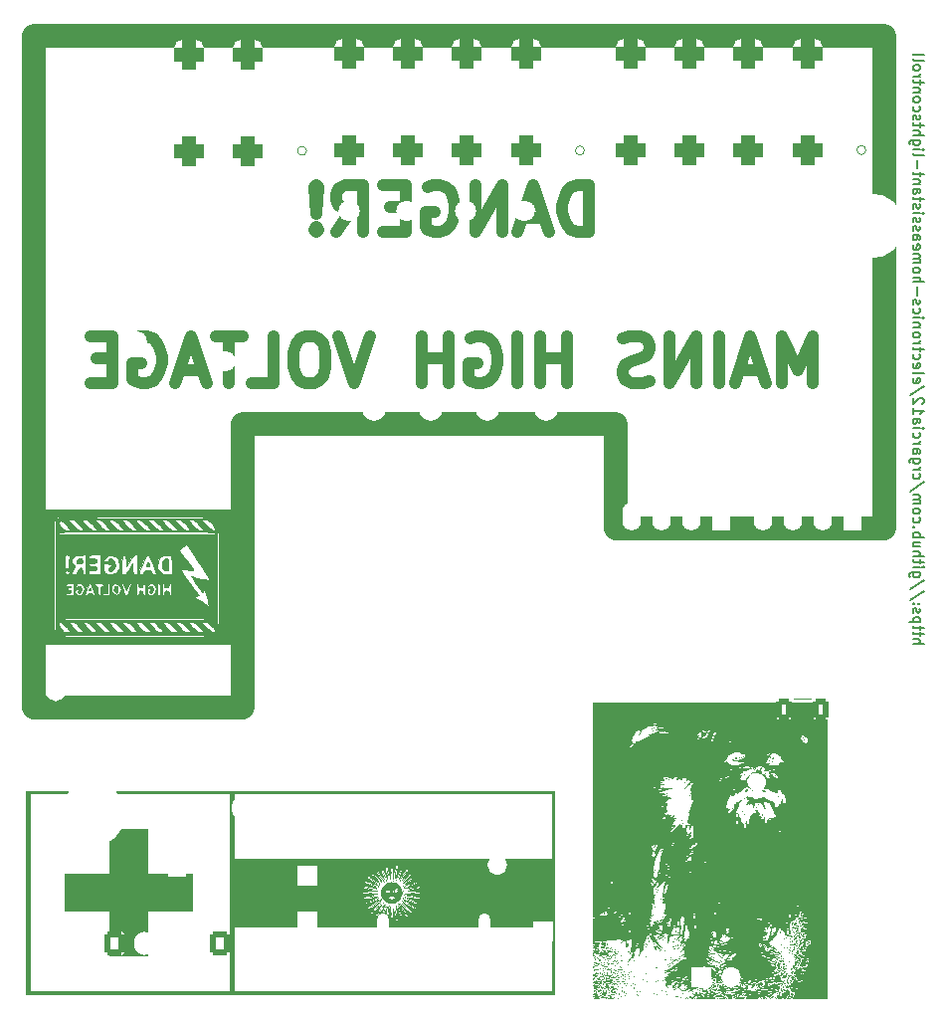
<source format=gbo>
G04 #@! TF.GenerationSoftware,KiCad,Pcbnew,(6.0.10)*
G04 #@! TF.CreationDate,2023-02-08T02:38:02+01:00*
G04 #@! TF.ProjectId,hamodule,68616d6f-6475-46c6-952e-6b696361645f,V.20230201.22*
G04 #@! TF.SameCoordinates,Original*
G04 #@! TF.FileFunction,Legend,Bot*
G04 #@! TF.FilePolarity,Positive*
%FSLAX46Y46*%
G04 Gerber Fmt 4.6, Leading zero omitted, Abs format (unit mm)*
G04 Created by KiCad (PCBNEW (6.0.10)) date 2023-02-08 02:38:02*
%MOMM*%
%LPD*%
G01*
G04 APERTURE LIST*
G04 Aperture macros list*
%AMRoundRect*
0 Rectangle with rounded corners*
0 $1 Rounding radius*
0 $2 $3 $4 $5 $6 $7 $8 $9 X,Y pos of 4 corners*
0 Add a 4 corners polygon primitive as box body*
4,1,4,$2,$3,$4,$5,$6,$7,$8,$9,$2,$3,0*
0 Add four circle primitives for the rounded corners*
1,1,$1+$1,$2,$3*
1,1,$1+$1,$4,$5*
1,1,$1+$1,$6,$7*
1,1,$1+$1,$8,$9*
0 Add four rect primitives between the rounded corners*
20,1,$1+$1,$2,$3,$4,$5,0*
20,1,$1+$1,$4,$5,$6,$7,0*
20,1,$1+$1,$6,$7,$8,$9,0*
20,1,$1+$1,$8,$9,$2,$3,0*%
G04 Aperture macros list end*
%ADD10C,2.000000*%
%ADD11C,1.000000*%
%ADD12C,0.150000*%
%ADD13C,0.300000*%
%ADD14C,0.120000*%
%ADD15C,0.010000*%
%ADD16R,1.700000X1.700000*%
%ADD17O,1.700000X1.700000*%
%ADD18C,1.800000*%
%ADD19RoundRect,0.250000X-0.600000X-0.750000X0.600000X-0.750000X0.600000X0.750000X-0.600000X0.750000X0*%
%ADD20O,1.700000X2.000000*%
%ADD21R,1.650000X1.650000*%
%ADD22C,1.650000*%
%ADD23R,1.905000X2.000000*%
%ADD24O,1.905000X2.000000*%
%ADD25RoundRect,0.625000X0.625000X0.625000X-0.625000X0.625000X-0.625000X-0.625000X0.625000X-0.625000X0*%
%ADD26C,2.000000*%
%ADD27C,5.500000*%
%ADD28R,1.600000X2.400000*%
%ADD29O,1.600000X2.400000*%
%ADD30R,1.000000X1.000000*%
%ADD31C,0.650000*%
%ADD32O,1.000000X2.100000*%
%ADD33O,1.000000X1.600000*%
%ADD34R,2.000000X2.000000*%
%ADD35R,1.600000X1.600000*%
%ADD36C,1.600000*%
%ADD37RoundRect,0.250000X-0.412500X-0.650000X0.412500X-0.650000X0.412500X0.650000X-0.412500X0.650000X0*%
G04 APERTURE END LIST*
D10*
X105410000Y-74930000D02*
X82550000Y-74930000D01*
X33020000Y-90170000D02*
X33020000Y-33020000D01*
X105410000Y-33020000D02*
X105410000Y-74930000D01*
X50800000Y-66040000D02*
X50800000Y-90170000D01*
X82550000Y-74930000D02*
X82550000Y-66040000D01*
X50800000Y-90170000D02*
X33020000Y-90170000D01*
X82550000Y-66040000D02*
X50800000Y-66040000D01*
X33020000Y-33020000D02*
X105410000Y-33020000D01*
D11*
X80249047Y-49669523D02*
X80249047Y-45669523D01*
X79296666Y-45669523D01*
X78725238Y-45860000D01*
X78344285Y-46240952D01*
X78153809Y-46621904D01*
X77963333Y-47383809D01*
X77963333Y-47955238D01*
X78153809Y-48717142D01*
X78344285Y-49098095D01*
X78725238Y-49479047D01*
X79296666Y-49669523D01*
X80249047Y-49669523D01*
X76439523Y-48526666D02*
X74534761Y-48526666D01*
X76820476Y-49669523D02*
X75487142Y-45669523D01*
X74153809Y-49669523D01*
X72820476Y-49669523D02*
X72820476Y-45669523D01*
X70534761Y-49669523D01*
X70534761Y-45669523D01*
X66534761Y-45860000D02*
X66915714Y-45669523D01*
X67487142Y-45669523D01*
X68058571Y-45860000D01*
X68439523Y-46240952D01*
X68630000Y-46621904D01*
X68820476Y-47383809D01*
X68820476Y-47955238D01*
X68630000Y-48717142D01*
X68439523Y-49098095D01*
X68058571Y-49479047D01*
X67487142Y-49669523D01*
X67106190Y-49669523D01*
X66534761Y-49479047D01*
X66344285Y-49288571D01*
X66344285Y-47955238D01*
X67106190Y-47955238D01*
X64630000Y-47574285D02*
X63296666Y-47574285D01*
X62725238Y-49669523D02*
X64630000Y-49669523D01*
X64630000Y-45669523D01*
X62725238Y-45669523D01*
X58725238Y-49669523D02*
X60058571Y-47764761D01*
X61010952Y-49669523D02*
X61010952Y-45669523D01*
X59487142Y-45669523D01*
X59106190Y-45860000D01*
X58915714Y-46050476D01*
X58725238Y-46431428D01*
X58725238Y-47002857D01*
X58915714Y-47383809D01*
X59106190Y-47574285D01*
X59487142Y-47764761D01*
X61010952Y-47764761D01*
X57010952Y-49288571D02*
X56820476Y-49479047D01*
X57010952Y-49669523D01*
X57201428Y-49479047D01*
X57010952Y-49288571D01*
X57010952Y-49669523D01*
X57010952Y-48145714D02*
X57201428Y-45860000D01*
X57010952Y-45669523D01*
X56820476Y-45860000D01*
X57010952Y-48145714D01*
X57010952Y-45669523D01*
X99296666Y-62549523D02*
X99296666Y-58549523D01*
X97963333Y-61406666D01*
X96630000Y-58549523D01*
X96630000Y-62549523D01*
X94915714Y-61406666D02*
X93010952Y-61406666D01*
X95296666Y-62549523D02*
X93963333Y-58549523D01*
X92630000Y-62549523D01*
X91296666Y-62549523D02*
X91296666Y-58549523D01*
X89391904Y-62549523D02*
X89391904Y-58549523D01*
X87106190Y-62549523D01*
X87106190Y-58549523D01*
X85391904Y-62359047D02*
X84820476Y-62549523D01*
X83868095Y-62549523D01*
X83487142Y-62359047D01*
X83296666Y-62168571D01*
X83106190Y-61787619D01*
X83106190Y-61406666D01*
X83296666Y-61025714D01*
X83487142Y-60835238D01*
X83868095Y-60644761D01*
X84630000Y-60454285D01*
X85010952Y-60263809D01*
X85201428Y-60073333D01*
X85391904Y-59692380D01*
X85391904Y-59311428D01*
X85201428Y-58930476D01*
X85010952Y-58740000D01*
X84630000Y-58549523D01*
X83677619Y-58549523D01*
X83106190Y-58740000D01*
X78344285Y-62549523D02*
X78344285Y-58549523D01*
X78344285Y-60454285D02*
X76058571Y-60454285D01*
X76058571Y-62549523D02*
X76058571Y-58549523D01*
X74153809Y-62549523D02*
X74153809Y-58549523D01*
X70153809Y-58740000D02*
X70534761Y-58549523D01*
X71106190Y-58549523D01*
X71677619Y-58740000D01*
X72058571Y-59120952D01*
X72249047Y-59501904D01*
X72439523Y-60263809D01*
X72439523Y-60835238D01*
X72249047Y-61597142D01*
X72058571Y-61978095D01*
X71677619Y-62359047D01*
X71106190Y-62549523D01*
X70725238Y-62549523D01*
X70153809Y-62359047D01*
X69963333Y-62168571D01*
X69963333Y-60835238D01*
X70725238Y-60835238D01*
X68249047Y-62549523D02*
X68249047Y-58549523D01*
X68249047Y-60454285D02*
X65963333Y-60454285D01*
X65963333Y-62549523D02*
X65963333Y-58549523D01*
X61582380Y-58549523D02*
X60249047Y-62549523D01*
X58915714Y-58549523D01*
X56820476Y-58549523D02*
X56058571Y-58549523D01*
X55677619Y-58740000D01*
X55296666Y-59120952D01*
X55106190Y-59882857D01*
X55106190Y-61216190D01*
X55296666Y-61978095D01*
X55677619Y-62359047D01*
X56058571Y-62549523D01*
X56820476Y-62549523D01*
X57201428Y-62359047D01*
X57582380Y-61978095D01*
X57772857Y-61216190D01*
X57772857Y-59882857D01*
X57582380Y-59120952D01*
X57201428Y-58740000D01*
X56820476Y-58549523D01*
X51487142Y-62549523D02*
X53391904Y-62549523D01*
X53391904Y-58549523D01*
X50725238Y-58549523D02*
X48439523Y-58549523D01*
X49582380Y-62549523D02*
X49582380Y-58549523D01*
X47296666Y-61406666D02*
X45391904Y-61406666D01*
X47677619Y-62549523D02*
X46344285Y-58549523D01*
X45010952Y-62549523D01*
X41582380Y-58740000D02*
X41963333Y-58549523D01*
X42534761Y-58549523D01*
X43106190Y-58740000D01*
X43487142Y-59120952D01*
X43677619Y-59501904D01*
X43868095Y-60263809D01*
X43868095Y-60835238D01*
X43677619Y-61597142D01*
X43487142Y-61978095D01*
X43106190Y-62359047D01*
X42534761Y-62549523D01*
X42153809Y-62549523D01*
X41582380Y-62359047D01*
X41391904Y-62168571D01*
X41391904Y-60835238D01*
X42153809Y-60835238D01*
X39677619Y-60454285D02*
X38344285Y-60454285D01*
X37772857Y-62549523D02*
X39677619Y-62549523D01*
X39677619Y-58549523D01*
X37772857Y-58549523D01*
D12*
X107812857Y-84721428D02*
X108712857Y-84721428D01*
X107812857Y-84335714D02*
X108284285Y-84335714D01*
X108370000Y-84378571D01*
X108412857Y-84464285D01*
X108412857Y-84592857D01*
X108370000Y-84678571D01*
X108327142Y-84721428D01*
X108412857Y-84035714D02*
X108412857Y-83692857D01*
X108712857Y-83907142D02*
X107941428Y-83907142D01*
X107855714Y-83864285D01*
X107812857Y-83778571D01*
X107812857Y-83692857D01*
X108412857Y-83521428D02*
X108412857Y-83178571D01*
X108712857Y-83392857D02*
X107941428Y-83392857D01*
X107855714Y-83350000D01*
X107812857Y-83264285D01*
X107812857Y-83178571D01*
X108412857Y-82878571D02*
X107512857Y-82878571D01*
X108370000Y-82878571D02*
X108412857Y-82792857D01*
X108412857Y-82621428D01*
X108370000Y-82535714D01*
X108327142Y-82492857D01*
X108241428Y-82450000D01*
X107984285Y-82450000D01*
X107898571Y-82492857D01*
X107855714Y-82535714D01*
X107812857Y-82621428D01*
X107812857Y-82792857D01*
X107855714Y-82878571D01*
X107855714Y-82107142D02*
X107812857Y-82021428D01*
X107812857Y-81850000D01*
X107855714Y-81764285D01*
X107941428Y-81721428D01*
X107984285Y-81721428D01*
X108070000Y-81764285D01*
X108112857Y-81850000D01*
X108112857Y-81978571D01*
X108155714Y-82064285D01*
X108241428Y-82107142D01*
X108284285Y-82107142D01*
X108370000Y-82064285D01*
X108412857Y-81978571D01*
X108412857Y-81850000D01*
X108370000Y-81764285D01*
X107898571Y-81335714D02*
X107855714Y-81292857D01*
X107812857Y-81335714D01*
X107855714Y-81378571D01*
X107898571Y-81335714D01*
X107812857Y-81335714D01*
X108370000Y-81335714D02*
X108327142Y-81292857D01*
X108284285Y-81335714D01*
X108327142Y-81378571D01*
X108370000Y-81335714D01*
X108284285Y-81335714D01*
X108755714Y-80264285D02*
X107598571Y-81035714D01*
X108755714Y-79321428D02*
X107598571Y-80092857D01*
X108412857Y-78635714D02*
X107684285Y-78635714D01*
X107598571Y-78678571D01*
X107555714Y-78721428D01*
X107512857Y-78807142D01*
X107512857Y-78935714D01*
X107555714Y-79021428D01*
X107855714Y-78635714D02*
X107812857Y-78721428D01*
X107812857Y-78892857D01*
X107855714Y-78978571D01*
X107898571Y-79021428D01*
X107984285Y-79064285D01*
X108241428Y-79064285D01*
X108327142Y-79021428D01*
X108370000Y-78978571D01*
X108412857Y-78892857D01*
X108412857Y-78721428D01*
X108370000Y-78635714D01*
X107812857Y-78207142D02*
X108412857Y-78207142D01*
X108712857Y-78207142D02*
X108670000Y-78250000D01*
X108627142Y-78207142D01*
X108670000Y-78164285D01*
X108712857Y-78207142D01*
X108627142Y-78207142D01*
X108412857Y-77907142D02*
X108412857Y-77564285D01*
X108712857Y-77778571D02*
X107941428Y-77778571D01*
X107855714Y-77735714D01*
X107812857Y-77650000D01*
X107812857Y-77564285D01*
X107812857Y-77264285D02*
X108712857Y-77264285D01*
X107812857Y-76878571D02*
X108284285Y-76878571D01*
X108370000Y-76921428D01*
X108412857Y-77007142D01*
X108412857Y-77135714D01*
X108370000Y-77221428D01*
X108327142Y-77264285D01*
X108412857Y-76064285D02*
X107812857Y-76064285D01*
X108412857Y-76450000D02*
X107941428Y-76450000D01*
X107855714Y-76407142D01*
X107812857Y-76321428D01*
X107812857Y-76192857D01*
X107855714Y-76107142D01*
X107898571Y-76064285D01*
X107812857Y-75635714D02*
X108712857Y-75635714D01*
X108370000Y-75635714D02*
X108412857Y-75550000D01*
X108412857Y-75378571D01*
X108370000Y-75292857D01*
X108327142Y-75250000D01*
X108241428Y-75207142D01*
X107984285Y-75207142D01*
X107898571Y-75250000D01*
X107855714Y-75292857D01*
X107812857Y-75378571D01*
X107812857Y-75550000D01*
X107855714Y-75635714D01*
X107898571Y-74821428D02*
X107855714Y-74778571D01*
X107812857Y-74821428D01*
X107855714Y-74864285D01*
X107898571Y-74821428D01*
X107812857Y-74821428D01*
X107855714Y-74007142D02*
X107812857Y-74092857D01*
X107812857Y-74264285D01*
X107855714Y-74350000D01*
X107898571Y-74392857D01*
X107984285Y-74435714D01*
X108241428Y-74435714D01*
X108327142Y-74392857D01*
X108370000Y-74350000D01*
X108412857Y-74264285D01*
X108412857Y-74092857D01*
X108370000Y-74007142D01*
X107812857Y-73492857D02*
X107855714Y-73578571D01*
X107898571Y-73621428D01*
X107984285Y-73664285D01*
X108241428Y-73664285D01*
X108327142Y-73621428D01*
X108370000Y-73578571D01*
X108412857Y-73492857D01*
X108412857Y-73364285D01*
X108370000Y-73278571D01*
X108327142Y-73235714D01*
X108241428Y-73192857D01*
X107984285Y-73192857D01*
X107898571Y-73235714D01*
X107855714Y-73278571D01*
X107812857Y-73364285D01*
X107812857Y-73492857D01*
X107812857Y-72807142D02*
X108412857Y-72807142D01*
X108327142Y-72807142D02*
X108370000Y-72764285D01*
X108412857Y-72678571D01*
X108412857Y-72549999D01*
X108370000Y-72464285D01*
X108284285Y-72421428D01*
X107812857Y-72421428D01*
X108284285Y-72421428D02*
X108370000Y-72378571D01*
X108412857Y-72292857D01*
X108412857Y-72164285D01*
X108370000Y-72078571D01*
X108284285Y-72035714D01*
X107812857Y-72035714D01*
X108755714Y-70964285D02*
X107598571Y-71735714D01*
X107855714Y-70278571D02*
X107812857Y-70364285D01*
X107812857Y-70535714D01*
X107855714Y-70621428D01*
X107898571Y-70664285D01*
X107984285Y-70707142D01*
X108241428Y-70707142D01*
X108327142Y-70664285D01*
X108370000Y-70621428D01*
X108412857Y-70535714D01*
X108412857Y-70364285D01*
X108370000Y-70278571D01*
X107812857Y-69892857D02*
X108412857Y-69892857D01*
X108241428Y-69892857D02*
X108327142Y-69849999D01*
X108370000Y-69807142D01*
X108412857Y-69721428D01*
X108412857Y-69635714D01*
X108412857Y-68949999D02*
X107684285Y-68949999D01*
X107598571Y-68992857D01*
X107555714Y-69035714D01*
X107512857Y-69121428D01*
X107512857Y-69249999D01*
X107555714Y-69335714D01*
X107855714Y-68949999D02*
X107812857Y-69035714D01*
X107812857Y-69207142D01*
X107855714Y-69292857D01*
X107898571Y-69335714D01*
X107984285Y-69378571D01*
X108241428Y-69378571D01*
X108327142Y-69335714D01*
X108370000Y-69292857D01*
X108412857Y-69207142D01*
X108412857Y-69035714D01*
X108370000Y-68949999D01*
X107812857Y-68135714D02*
X108284285Y-68135714D01*
X108370000Y-68178571D01*
X108412857Y-68264285D01*
X108412857Y-68435714D01*
X108370000Y-68521428D01*
X107855714Y-68135714D02*
X107812857Y-68221428D01*
X107812857Y-68435714D01*
X107855714Y-68521428D01*
X107941428Y-68564285D01*
X108027142Y-68564285D01*
X108112857Y-68521428D01*
X108155714Y-68435714D01*
X108155714Y-68221428D01*
X108198571Y-68135714D01*
X107812857Y-67707142D02*
X108412857Y-67707142D01*
X108241428Y-67707142D02*
X108327142Y-67664285D01*
X108370000Y-67621428D01*
X108412857Y-67535714D01*
X108412857Y-67449999D01*
X107855714Y-66764285D02*
X107812857Y-66849999D01*
X107812857Y-67021428D01*
X107855714Y-67107142D01*
X107898571Y-67149999D01*
X107984285Y-67192857D01*
X108241428Y-67192857D01*
X108327142Y-67149999D01*
X108370000Y-67107142D01*
X108412857Y-67021428D01*
X108412857Y-66849999D01*
X108370000Y-66764285D01*
X107812857Y-66378571D02*
X108412857Y-66378571D01*
X108712857Y-66378571D02*
X108670000Y-66421428D01*
X108627142Y-66378571D01*
X108670000Y-66335714D01*
X108712857Y-66378571D01*
X108627142Y-66378571D01*
X107812857Y-65564285D02*
X108284285Y-65564285D01*
X108370000Y-65607142D01*
X108412857Y-65692857D01*
X108412857Y-65864285D01*
X108370000Y-65949999D01*
X107855714Y-65564285D02*
X107812857Y-65649999D01*
X107812857Y-65864285D01*
X107855714Y-65949999D01*
X107941428Y-65992857D01*
X108027142Y-65992857D01*
X108112857Y-65949999D01*
X108155714Y-65864285D01*
X108155714Y-65649999D01*
X108198571Y-65564285D01*
X107812857Y-64664285D02*
X107812857Y-65178571D01*
X107812857Y-64921428D02*
X108712857Y-64921428D01*
X108584285Y-65007142D01*
X108498571Y-65092857D01*
X108455714Y-65178571D01*
X108627142Y-64321428D02*
X108670000Y-64278571D01*
X108712857Y-64192857D01*
X108712857Y-63978571D01*
X108670000Y-63892857D01*
X108627142Y-63849999D01*
X108541428Y-63807142D01*
X108455714Y-63807142D01*
X108327142Y-63849999D01*
X107812857Y-64364285D01*
X107812857Y-63807142D01*
X108755714Y-62778571D02*
X107598571Y-63549999D01*
X107855714Y-62135714D02*
X107812857Y-62221428D01*
X107812857Y-62392857D01*
X107855714Y-62478571D01*
X107941428Y-62521428D01*
X108284285Y-62521428D01*
X108370000Y-62478571D01*
X108412857Y-62392857D01*
X108412857Y-62221428D01*
X108370000Y-62135714D01*
X108284285Y-62092857D01*
X108198571Y-62092857D01*
X108112857Y-62521428D01*
X107812857Y-61578571D02*
X107855714Y-61664285D01*
X107941428Y-61707142D01*
X108712857Y-61707142D01*
X107855714Y-60892857D02*
X107812857Y-60978571D01*
X107812857Y-61149999D01*
X107855714Y-61235714D01*
X107941428Y-61278571D01*
X108284285Y-61278571D01*
X108370000Y-61235714D01*
X108412857Y-61149999D01*
X108412857Y-60978571D01*
X108370000Y-60892857D01*
X108284285Y-60849999D01*
X108198571Y-60849999D01*
X108112857Y-61278571D01*
X107855714Y-60078571D02*
X107812857Y-60164285D01*
X107812857Y-60335714D01*
X107855714Y-60421428D01*
X107898571Y-60464285D01*
X107984285Y-60507142D01*
X108241428Y-60507142D01*
X108327142Y-60464285D01*
X108370000Y-60421428D01*
X108412857Y-60335714D01*
X108412857Y-60164285D01*
X108370000Y-60078571D01*
X108412857Y-59821428D02*
X108412857Y-59478571D01*
X108712857Y-59692857D02*
X107941428Y-59692857D01*
X107855714Y-59649999D01*
X107812857Y-59564285D01*
X107812857Y-59478571D01*
X107812857Y-59178571D02*
X108412857Y-59178571D01*
X108241428Y-59178571D02*
X108327142Y-59135714D01*
X108370000Y-59092857D01*
X108412857Y-59007142D01*
X108412857Y-58921428D01*
X107812857Y-58492857D02*
X107855714Y-58578571D01*
X107898571Y-58621428D01*
X107984285Y-58664285D01*
X108241428Y-58664285D01*
X108327142Y-58621428D01*
X108370000Y-58578571D01*
X108412857Y-58492857D01*
X108412857Y-58364285D01*
X108370000Y-58278571D01*
X108327142Y-58235714D01*
X108241428Y-58192857D01*
X107984285Y-58192857D01*
X107898571Y-58235714D01*
X107855714Y-58278571D01*
X107812857Y-58364285D01*
X107812857Y-58492857D01*
X108412857Y-57807142D02*
X107812857Y-57807142D01*
X108327142Y-57807142D02*
X108370000Y-57764285D01*
X108412857Y-57678571D01*
X108412857Y-57549999D01*
X108370000Y-57464285D01*
X108284285Y-57421428D01*
X107812857Y-57421428D01*
X107812857Y-56992857D02*
X108412857Y-56992857D01*
X108712857Y-56992857D02*
X108670000Y-57035714D01*
X108627142Y-56992857D01*
X108670000Y-56949999D01*
X108712857Y-56992857D01*
X108627142Y-56992857D01*
X107855714Y-56178571D02*
X107812857Y-56264285D01*
X107812857Y-56435714D01*
X107855714Y-56521428D01*
X107898571Y-56564285D01*
X107984285Y-56607142D01*
X108241428Y-56607142D01*
X108327142Y-56564285D01*
X108370000Y-56521428D01*
X108412857Y-56435714D01*
X108412857Y-56264285D01*
X108370000Y-56178571D01*
X107855714Y-55835714D02*
X107812857Y-55749999D01*
X107812857Y-55578571D01*
X107855714Y-55492857D01*
X107941428Y-55449999D01*
X107984285Y-55449999D01*
X108070000Y-55492857D01*
X108112857Y-55578571D01*
X108112857Y-55707142D01*
X108155714Y-55792857D01*
X108241428Y-55835714D01*
X108284285Y-55835714D01*
X108370000Y-55792857D01*
X108412857Y-55707142D01*
X108412857Y-55578571D01*
X108370000Y-55492857D01*
X108155714Y-55064285D02*
X108155714Y-54378571D01*
X107812857Y-53949999D02*
X108712857Y-53949999D01*
X107812857Y-53564285D02*
X108284285Y-53564285D01*
X108370000Y-53607142D01*
X108412857Y-53692857D01*
X108412857Y-53821428D01*
X108370000Y-53907142D01*
X108327142Y-53949999D01*
X107812857Y-53007142D02*
X107855714Y-53092857D01*
X107898571Y-53135714D01*
X107984285Y-53178571D01*
X108241428Y-53178571D01*
X108327142Y-53135714D01*
X108370000Y-53092857D01*
X108412857Y-53007142D01*
X108412857Y-52878571D01*
X108370000Y-52792857D01*
X108327142Y-52749999D01*
X108241428Y-52707142D01*
X107984285Y-52707142D01*
X107898571Y-52749999D01*
X107855714Y-52792857D01*
X107812857Y-52878571D01*
X107812857Y-53007142D01*
X107812857Y-52321428D02*
X108412857Y-52321428D01*
X108327142Y-52321428D02*
X108370000Y-52278571D01*
X108412857Y-52192857D01*
X108412857Y-52064285D01*
X108370000Y-51978571D01*
X108284285Y-51935714D01*
X107812857Y-51935714D01*
X108284285Y-51935714D02*
X108370000Y-51892857D01*
X108412857Y-51807142D01*
X108412857Y-51678571D01*
X108370000Y-51592857D01*
X108284285Y-51549999D01*
X107812857Y-51549999D01*
X107855714Y-50778571D02*
X107812857Y-50864285D01*
X107812857Y-51035714D01*
X107855714Y-51121428D01*
X107941428Y-51164285D01*
X108284285Y-51164285D01*
X108370000Y-51121428D01*
X108412857Y-51035714D01*
X108412857Y-50864285D01*
X108370000Y-50778571D01*
X108284285Y-50735714D01*
X108198571Y-50735714D01*
X108112857Y-51164285D01*
X107812857Y-49964285D02*
X108284285Y-49964285D01*
X108370000Y-50007142D01*
X108412857Y-50092857D01*
X108412857Y-50264285D01*
X108370000Y-50349999D01*
X107855714Y-49964285D02*
X107812857Y-50049999D01*
X107812857Y-50264285D01*
X107855714Y-50349999D01*
X107941428Y-50392857D01*
X108027142Y-50392857D01*
X108112857Y-50349999D01*
X108155714Y-50264285D01*
X108155714Y-50049999D01*
X108198571Y-49964285D01*
X107855714Y-49578571D02*
X107812857Y-49492857D01*
X107812857Y-49321428D01*
X107855714Y-49235714D01*
X107941428Y-49192857D01*
X107984285Y-49192857D01*
X108070000Y-49235714D01*
X108112857Y-49321428D01*
X108112857Y-49449999D01*
X108155714Y-49535714D01*
X108241428Y-49578571D01*
X108284285Y-49578571D01*
X108370000Y-49535714D01*
X108412857Y-49449999D01*
X108412857Y-49321428D01*
X108370000Y-49235714D01*
X107855714Y-48849999D02*
X107812857Y-48764285D01*
X107812857Y-48592857D01*
X107855714Y-48507142D01*
X107941428Y-48464285D01*
X107984285Y-48464285D01*
X108070000Y-48507142D01*
X108112857Y-48592857D01*
X108112857Y-48721428D01*
X108155714Y-48807142D01*
X108241428Y-48849999D01*
X108284285Y-48849999D01*
X108370000Y-48807142D01*
X108412857Y-48721428D01*
X108412857Y-48592857D01*
X108370000Y-48507142D01*
X107812857Y-48078571D02*
X108412857Y-48078571D01*
X108712857Y-48078571D02*
X108670000Y-48121428D01*
X108627142Y-48078571D01*
X108670000Y-48035714D01*
X108712857Y-48078571D01*
X108627142Y-48078571D01*
X107855714Y-47692857D02*
X107812857Y-47607142D01*
X107812857Y-47435714D01*
X107855714Y-47349999D01*
X107941428Y-47307142D01*
X107984285Y-47307142D01*
X108070000Y-47349999D01*
X108112857Y-47435714D01*
X108112857Y-47564285D01*
X108155714Y-47649999D01*
X108241428Y-47692857D01*
X108284285Y-47692857D01*
X108370000Y-47649999D01*
X108412857Y-47564285D01*
X108412857Y-47435714D01*
X108370000Y-47349999D01*
X108412857Y-47049999D02*
X108412857Y-46707142D01*
X108712857Y-46921428D02*
X107941428Y-46921428D01*
X107855714Y-46878571D01*
X107812857Y-46792857D01*
X107812857Y-46707142D01*
X107812857Y-46021428D02*
X108284285Y-46021428D01*
X108370000Y-46064285D01*
X108412857Y-46149999D01*
X108412857Y-46321428D01*
X108370000Y-46407142D01*
X107855714Y-46021428D02*
X107812857Y-46107142D01*
X107812857Y-46321428D01*
X107855714Y-46407142D01*
X107941428Y-46449999D01*
X108027142Y-46449999D01*
X108112857Y-46407142D01*
X108155714Y-46321428D01*
X108155714Y-46107142D01*
X108198571Y-46021428D01*
X108412857Y-45592857D02*
X107812857Y-45592857D01*
X108327142Y-45592857D02*
X108370000Y-45549999D01*
X108412857Y-45464285D01*
X108412857Y-45335714D01*
X108370000Y-45249999D01*
X108284285Y-45207142D01*
X107812857Y-45207142D01*
X108412857Y-44907142D02*
X108412857Y-44564285D01*
X108712857Y-44778571D02*
X107941428Y-44778571D01*
X107855714Y-44735714D01*
X107812857Y-44649999D01*
X107812857Y-44564285D01*
X108155714Y-44264285D02*
X108155714Y-43578571D01*
X107812857Y-43021428D02*
X107855714Y-43107142D01*
X107941428Y-43149999D01*
X108712857Y-43149999D01*
X107812857Y-42678571D02*
X108412857Y-42678571D01*
X108712857Y-42678571D02*
X108670000Y-42721428D01*
X108627142Y-42678571D01*
X108670000Y-42635714D01*
X108712857Y-42678571D01*
X108627142Y-42678571D01*
X108412857Y-41864285D02*
X107684285Y-41864285D01*
X107598571Y-41907142D01*
X107555714Y-41949999D01*
X107512857Y-42035714D01*
X107512857Y-42164285D01*
X107555714Y-42249999D01*
X107855714Y-41864285D02*
X107812857Y-41949999D01*
X107812857Y-42121428D01*
X107855714Y-42207142D01*
X107898571Y-42249999D01*
X107984285Y-42292857D01*
X108241428Y-42292857D01*
X108327142Y-42249999D01*
X108370000Y-42207142D01*
X108412857Y-42121428D01*
X108412857Y-41949999D01*
X108370000Y-41864285D01*
X107812857Y-41435714D02*
X108712857Y-41435714D01*
X107812857Y-41049999D02*
X108284285Y-41049999D01*
X108370000Y-41092857D01*
X108412857Y-41178571D01*
X108412857Y-41307142D01*
X108370000Y-41392857D01*
X108327142Y-41435714D01*
X108412857Y-40749999D02*
X108412857Y-40407142D01*
X108712857Y-40621428D02*
X107941428Y-40621428D01*
X107855714Y-40578571D01*
X107812857Y-40492857D01*
X107812857Y-40407142D01*
X107855714Y-40149999D02*
X107812857Y-40064285D01*
X107812857Y-39892857D01*
X107855714Y-39807142D01*
X107941428Y-39764285D01*
X107984285Y-39764285D01*
X108070000Y-39807142D01*
X108112857Y-39892857D01*
X108112857Y-40021428D01*
X108155714Y-40107142D01*
X108241428Y-40149999D01*
X108284285Y-40149999D01*
X108370000Y-40107142D01*
X108412857Y-40021428D01*
X108412857Y-39892857D01*
X108370000Y-39807142D01*
X107855714Y-38992857D02*
X107812857Y-39078571D01*
X107812857Y-39249999D01*
X107855714Y-39335714D01*
X107898571Y-39378571D01*
X107984285Y-39421428D01*
X108241428Y-39421428D01*
X108327142Y-39378571D01*
X108370000Y-39335714D01*
X108412857Y-39249999D01*
X108412857Y-39078571D01*
X108370000Y-38992857D01*
X107812857Y-38478571D02*
X107855714Y-38564285D01*
X107898571Y-38607142D01*
X107984285Y-38649999D01*
X108241428Y-38649999D01*
X108327142Y-38607142D01*
X108370000Y-38564285D01*
X108412857Y-38478571D01*
X108412857Y-38349999D01*
X108370000Y-38264285D01*
X108327142Y-38221428D01*
X108241428Y-38178571D01*
X107984285Y-38178571D01*
X107898571Y-38221428D01*
X107855714Y-38264285D01*
X107812857Y-38349999D01*
X107812857Y-38478571D01*
X108412857Y-37792857D02*
X107812857Y-37792857D01*
X108327142Y-37792857D02*
X108370000Y-37749999D01*
X108412857Y-37664285D01*
X108412857Y-37535714D01*
X108370000Y-37449999D01*
X108284285Y-37407142D01*
X107812857Y-37407142D01*
X108412857Y-37107142D02*
X108412857Y-36764285D01*
X108712857Y-36978571D02*
X107941428Y-36978571D01*
X107855714Y-36935714D01*
X107812857Y-36849999D01*
X107812857Y-36764285D01*
X107812857Y-36464285D02*
X108412857Y-36464285D01*
X108241428Y-36464285D02*
X108327142Y-36421428D01*
X108370000Y-36378571D01*
X108412857Y-36292857D01*
X108412857Y-36207142D01*
X107812857Y-35778571D02*
X107855714Y-35864285D01*
X107898571Y-35907142D01*
X107984285Y-35949999D01*
X108241428Y-35949999D01*
X108327142Y-35907142D01*
X108370000Y-35864285D01*
X108412857Y-35778571D01*
X108412857Y-35649999D01*
X108370000Y-35564285D01*
X108327142Y-35521428D01*
X108241428Y-35478571D01*
X107984285Y-35478571D01*
X107898571Y-35521428D01*
X107855714Y-35564285D01*
X107812857Y-35649999D01*
X107812857Y-35778571D01*
X107812857Y-34964285D02*
X107855714Y-35049999D01*
X107941428Y-35092857D01*
X108712857Y-35092857D01*
X107812857Y-34492857D02*
X107855714Y-34578571D01*
X107941428Y-34621428D01*
X108712857Y-34621428D01*
X98554166Y-92497142D02*
X98601785Y-92544761D01*
X98744642Y-92592380D01*
X98839880Y-92592380D01*
X98982738Y-92544761D01*
X99077976Y-92449523D01*
X99125595Y-92354285D01*
X99173214Y-92163809D01*
X99173214Y-92020952D01*
X99125595Y-91830476D01*
X99077976Y-91735238D01*
X98982738Y-91640000D01*
X98839880Y-91592380D01*
X98744642Y-91592380D01*
X98601785Y-91640000D01*
X98554166Y-91687619D01*
X98173214Y-91687619D02*
X98125595Y-91640000D01*
X98030357Y-91592380D01*
X97792261Y-91592380D01*
X97697023Y-91640000D01*
X97649404Y-91687619D01*
X97601785Y-91782857D01*
X97601785Y-91878095D01*
X97649404Y-92020952D01*
X98220833Y-92592380D01*
X97601785Y-92592380D01*
D13*
X55152971Y-105156000D02*
X55298114Y-105083428D01*
X55515828Y-105083428D01*
X55733542Y-105156000D01*
X55878685Y-105301142D01*
X55951257Y-105446285D01*
X56023828Y-105736571D01*
X56023828Y-105954285D01*
X55951257Y-106244571D01*
X55878685Y-106389714D01*
X55733542Y-106534857D01*
X55515828Y-106607428D01*
X55370685Y-106607428D01*
X55152971Y-106534857D01*
X55080400Y-106462285D01*
X55080400Y-105954285D01*
X55370685Y-105954285D01*
X53774114Y-105083428D02*
X54064400Y-105083428D01*
X54209542Y-105156000D01*
X54282114Y-105228571D01*
X54427257Y-105446285D01*
X54499828Y-105736571D01*
X54499828Y-106317142D01*
X54427257Y-106462285D01*
X54354685Y-106534857D01*
X54209542Y-106607428D01*
X53919257Y-106607428D01*
X53774114Y-106534857D01*
X53701542Y-106462285D01*
X53628971Y-106317142D01*
X53628971Y-105954285D01*
X53701542Y-105809142D01*
X53774114Y-105736571D01*
X53919257Y-105664000D01*
X54209542Y-105664000D01*
X54354685Y-105736571D01*
X54427257Y-105809142D01*
X54499828Y-105954285D01*
X90876571Y-101572164D02*
X91021714Y-101499592D01*
X91239428Y-101499592D01*
X91457142Y-101572164D01*
X91602285Y-101717306D01*
X91674857Y-101862449D01*
X91747428Y-102152735D01*
X91747428Y-102370449D01*
X91674857Y-102660735D01*
X91602285Y-102805878D01*
X91457142Y-102951021D01*
X91239428Y-103023592D01*
X91094285Y-103023592D01*
X90876571Y-102951021D01*
X90804000Y-102878449D01*
X90804000Y-102370449D01*
X91094285Y-102370449D01*
X89425142Y-101499592D02*
X90150857Y-101499592D01*
X90223428Y-102225306D01*
X90150857Y-102152735D01*
X90005714Y-102080164D01*
X89642857Y-102080164D01*
X89497714Y-102152735D01*
X89425142Y-102225306D01*
X89352571Y-102370449D01*
X89352571Y-102733306D01*
X89425142Y-102878449D01*
X89497714Y-102951021D01*
X89642857Y-103023592D01*
X90005714Y-103023592D01*
X90150857Y-102951021D01*
X90223428Y-102878449D01*
D14*
X79836902Y-42758500D02*
G75*
G03*
X79836902Y-42758500I-381000J0D01*
G01*
X56189103Y-42782099D02*
G75*
G03*
X56189103Y-42782099I-381000J0D01*
G01*
X103796902Y-42718499D02*
G75*
G03*
X103796902Y-42718499I-381000J0D01*
G01*
G36*
X37027750Y-77480720D02*
G01*
X37075965Y-77538537D01*
X37084500Y-77688226D01*
X37084438Y-77713989D01*
X37071584Y-77851157D01*
X37009628Y-77905107D01*
X36860258Y-77914500D01*
X36815125Y-77912692D01*
X36651811Y-77860477D01*
X36578874Y-77759551D01*
X36594535Y-77641649D01*
X36697014Y-77538505D01*
X36884529Y-77481851D01*
X36905947Y-77479780D01*
X37027750Y-77480720D01*
G37*
D15*
X37027750Y-77480720D02*
X37075965Y-77538537D01*
X37084500Y-77688226D01*
X37084438Y-77713989D01*
X37071584Y-77851157D01*
X37009628Y-77905107D01*
X36860258Y-77914500D01*
X36815125Y-77912692D01*
X36651811Y-77860477D01*
X36578874Y-77759551D01*
X36594535Y-77641649D01*
X36697014Y-77538505D01*
X36884529Y-77481851D01*
X36905947Y-77479780D01*
X37027750Y-77480720D01*
G36*
X32830000Y-84709000D02*
G01*
X32830000Y-81468027D01*
X34680153Y-81468027D01*
X34680486Y-81984611D01*
X34682239Y-82413441D01*
X34685612Y-82763463D01*
X34690802Y-83043625D01*
X34698010Y-83262874D01*
X34707434Y-83430156D01*
X34719272Y-83554419D01*
X34733723Y-83644611D01*
X34750987Y-83709678D01*
X34771261Y-83758568D01*
X34794746Y-83800228D01*
X34915376Y-83943050D01*
X35160322Y-84069749D01*
X35259224Y-84081206D01*
X35476422Y-84092082D01*
X35799296Y-84101778D01*
X36217268Y-84110306D01*
X36719764Y-84117679D01*
X37296207Y-84123908D01*
X37936021Y-84129007D01*
X38628630Y-84132986D01*
X39363458Y-84135860D01*
X40129929Y-84137639D01*
X40917468Y-84138336D01*
X41715497Y-84137964D01*
X42513442Y-84136535D01*
X43300726Y-84134060D01*
X44066773Y-84130553D01*
X44801007Y-84126025D01*
X45492853Y-84120489D01*
X46131733Y-84113957D01*
X46707073Y-84106442D01*
X47208296Y-84097955D01*
X47624826Y-84088509D01*
X47946088Y-84078117D01*
X48161505Y-84066790D01*
X48260500Y-84054540D01*
X48430384Y-83964045D01*
X48593777Y-83756500D01*
X48602397Y-83738310D01*
X48622688Y-83683775D01*
X48640125Y-83611462D01*
X48654922Y-83512271D01*
X48667295Y-83377098D01*
X48677457Y-83196842D01*
X48685623Y-82962401D01*
X48692007Y-82664674D01*
X48696823Y-82294558D01*
X48700287Y-81842952D01*
X48702612Y-81300753D01*
X48704014Y-80658860D01*
X48704705Y-79908172D01*
X48704902Y-79039585D01*
X48704919Y-78654703D01*
X48704810Y-77807204D01*
X48703967Y-77074381D01*
X48701740Y-76447506D01*
X48697479Y-75917854D01*
X48690534Y-75476697D01*
X48680255Y-75115310D01*
X48665992Y-74824966D01*
X48647094Y-74596939D01*
X48622913Y-74422502D01*
X48592797Y-74292928D01*
X48556098Y-74199492D01*
X48512164Y-74133466D01*
X48460346Y-74086124D01*
X48399994Y-74048741D01*
X48330458Y-74012589D01*
X48307478Y-74002456D01*
X48254866Y-73987334D01*
X48177495Y-73974066D01*
X48068064Y-73962561D01*
X47919269Y-73952728D01*
X47723808Y-73944476D01*
X47474377Y-73937716D01*
X47163673Y-73932355D01*
X46784394Y-73928304D01*
X46329237Y-73925471D01*
X45790899Y-73923767D01*
X45162076Y-73923100D01*
X44435467Y-73923381D01*
X43603768Y-73924517D01*
X42659675Y-73926419D01*
X41595888Y-73928996D01*
X35055364Y-73945750D01*
X34703250Y-74297844D01*
X34686924Y-78947797D01*
X34685689Y-79302272D01*
X34682953Y-80135804D01*
X34681041Y-80854740D01*
X34680153Y-81468027D01*
X32830000Y-81468027D01*
X32830000Y-73279000D01*
X50546500Y-73279000D01*
X50546500Y-84709000D01*
X32830000Y-84709000D01*
G37*
X32830000Y-84709000D02*
X32830000Y-81468027D01*
X34680153Y-81468027D01*
X34680486Y-81984611D01*
X34682239Y-82413441D01*
X34685612Y-82763463D01*
X34690802Y-83043625D01*
X34698010Y-83262874D01*
X34707434Y-83430156D01*
X34719272Y-83554419D01*
X34733723Y-83644611D01*
X34750987Y-83709678D01*
X34771261Y-83758568D01*
X34794746Y-83800228D01*
X34915376Y-83943050D01*
X35160322Y-84069749D01*
X35259224Y-84081206D01*
X35476422Y-84092082D01*
X35799296Y-84101778D01*
X36217268Y-84110306D01*
X36719764Y-84117679D01*
X37296207Y-84123908D01*
X37936021Y-84129007D01*
X38628630Y-84132986D01*
X39363458Y-84135860D01*
X40129929Y-84137639D01*
X40917468Y-84138336D01*
X41715497Y-84137964D01*
X42513442Y-84136535D01*
X43300726Y-84134060D01*
X44066773Y-84130553D01*
X44801007Y-84126025D01*
X45492853Y-84120489D01*
X46131733Y-84113957D01*
X46707073Y-84106442D01*
X47208296Y-84097955D01*
X47624826Y-84088509D01*
X47946088Y-84078117D01*
X48161505Y-84066790D01*
X48260500Y-84054540D01*
X48430384Y-83964045D01*
X48593777Y-83756500D01*
X48602397Y-83738310D01*
X48622688Y-83683775D01*
X48640125Y-83611462D01*
X48654922Y-83512271D01*
X48667295Y-83377098D01*
X48677457Y-83196842D01*
X48685623Y-82962401D01*
X48692007Y-82664674D01*
X48696823Y-82294558D01*
X48700287Y-81842952D01*
X48702612Y-81300753D01*
X48704014Y-80658860D01*
X48704705Y-79908172D01*
X48704902Y-79039585D01*
X48704919Y-78654703D01*
X48704810Y-77807204D01*
X48703967Y-77074381D01*
X48701740Y-76447506D01*
X48697479Y-75917854D01*
X48690534Y-75476697D01*
X48680255Y-75115310D01*
X48665992Y-74824966D01*
X48647094Y-74596939D01*
X48622913Y-74422502D01*
X48592797Y-74292928D01*
X48556098Y-74199492D01*
X48512164Y-74133466D01*
X48460346Y-74086124D01*
X48399994Y-74048741D01*
X48330458Y-74012589D01*
X48307478Y-74002456D01*
X48254866Y-73987334D01*
X48177495Y-73974066D01*
X48068064Y-73962561D01*
X47919269Y-73952728D01*
X47723808Y-73944476D01*
X47474377Y-73937716D01*
X47163673Y-73932355D01*
X46784394Y-73928304D01*
X46329237Y-73925471D01*
X45790899Y-73923767D01*
X45162076Y-73923100D01*
X44435467Y-73923381D01*
X43603768Y-73924517D01*
X42659675Y-73926419D01*
X41595888Y-73928996D01*
X35055364Y-73945750D01*
X34703250Y-74297844D01*
X34686924Y-78947797D01*
X34685689Y-79302272D01*
X34682953Y-80135804D01*
X34681041Y-80854740D01*
X34680153Y-81468027D01*
X32830000Y-81468027D01*
X32830000Y-73279000D01*
X50546500Y-73279000D01*
X50546500Y-84709000D01*
X32830000Y-84709000D01*
G36*
X44292199Y-77471315D02*
G01*
X44342638Y-77496136D01*
X44371267Y-77571988D01*
X44384063Y-77724175D01*
X44387000Y-77978000D01*
X44387000Y-78486000D01*
X44204276Y-78486000D01*
X44139932Y-78482392D01*
X43977876Y-78416197D01*
X43886511Y-78257992D01*
X43857834Y-77996471D01*
X43861220Y-77920219D01*
X43927690Y-77682784D01*
X44067892Y-77526367D01*
X44267035Y-77470000D01*
X44292199Y-77471315D01*
G37*
X44292199Y-77471315D02*
X44342638Y-77496136D01*
X44371267Y-77571988D01*
X44384063Y-77724175D01*
X44387000Y-77978000D01*
X44387000Y-78486000D01*
X44204276Y-78486000D01*
X44139932Y-78482392D01*
X43977876Y-78416197D01*
X43886511Y-78257992D01*
X43857834Y-77996471D01*
X43861220Y-77920219D01*
X43927690Y-77682784D01*
X44067892Y-77526367D01*
X44267035Y-77470000D01*
X44292199Y-77471315D01*
G36*
X48422137Y-83854636D02*
G01*
X48266273Y-84010500D01*
X35110228Y-84010500D01*
X34954364Y-83854636D01*
X34798501Y-83698772D01*
X34798501Y-82948552D01*
X35118711Y-82948552D01*
X35126194Y-83089284D01*
X35202263Y-83274243D01*
X35342502Y-83480085D01*
X35437422Y-83591784D01*
X35557357Y-83700287D01*
X35681068Y-83746695D01*
X35855903Y-83756500D01*
X36142803Y-83756500D01*
X35740527Y-83314597D01*
X35643381Y-83211201D01*
X35463479Y-83036855D01*
X35316445Y-82915982D01*
X35283874Y-82899250D01*
X35927915Y-82899250D01*
X36321333Y-83327875D01*
X36456097Y-83472653D01*
X36610349Y-83624440D01*
X36727901Y-83710075D01*
X36836308Y-83747961D01*
X36963126Y-83756500D01*
X37014979Y-83755408D01*
X37155216Y-83738305D01*
X37211500Y-83707040D01*
X37202566Y-83687837D01*
X37125880Y-83591790D01*
X36987641Y-83440900D01*
X36808465Y-83258128D01*
X36669538Y-83122270D01*
X36512429Y-82981596D01*
X36395244Y-82905376D01*
X36372592Y-82899250D01*
X37090029Y-82899250D01*
X37473802Y-83327875D01*
X37613074Y-83481169D01*
X37761226Y-83629659D01*
X37867506Y-83707040D01*
X37875121Y-83712585D01*
X37982556Y-83748636D01*
X38111329Y-83756500D01*
X38170480Y-83754862D01*
X38301695Y-83734519D01*
X38343917Y-83698380D01*
X38335138Y-83683187D01*
X38258426Y-83587685D01*
X38122688Y-83435124D01*
X37950002Y-83250601D01*
X37831060Y-83127740D01*
X37679491Y-82984082D01*
X37580761Y-82916959D01*
X38227500Y-82916959D01*
X38235694Y-82935050D01*
X38310941Y-83029851D01*
X38447983Y-83179696D01*
X38626084Y-83361459D01*
X38708628Y-83442556D01*
X38887299Y-83606975D01*
X39015474Y-83698380D01*
X39020653Y-83702074D01*
X39138052Y-83745901D01*
X39268859Y-83756500D01*
X39381717Y-83753714D01*
X39447770Y-83735158D01*
X39451912Y-83685713D01*
X39387565Y-83590261D01*
X39248150Y-83433687D01*
X39027091Y-83200875D01*
X38872015Y-83045297D01*
X38732205Y-82932716D01*
X38705738Y-82921463D01*
X39381084Y-82921463D01*
X39388466Y-82934258D01*
X39461010Y-83027261D01*
X39591303Y-83179726D01*
X39757583Y-83365963D01*
X39863950Y-83481540D01*
X40013888Y-83631022D01*
X40090450Y-83685713D01*
X40129634Y-83713704D01*
X40242363Y-83749044D01*
X40383247Y-83756500D01*
X40653580Y-83756500D01*
X40259500Y-83312000D01*
X40100909Y-83136012D01*
X39956226Y-82990900D01*
X39866002Y-82925619D01*
X40524084Y-82925619D01*
X40532312Y-82940015D01*
X40608021Y-83034572D01*
X40742938Y-83186353D01*
X40914872Y-83370119D01*
X41006940Y-83465412D01*
X41169250Y-83621253D01*
X41292388Y-83709052D01*
X41407334Y-83747803D01*
X41545066Y-83756500D01*
X41805638Y-83756500D01*
X41653151Y-83581875D01*
X41430902Y-83330359D01*
X41238996Y-83125085D01*
X41093193Y-82990653D01*
X40975151Y-82912573D01*
X40866530Y-82876353D01*
X40748988Y-82867500D01*
X41584560Y-82867500D01*
X41985655Y-83311384D01*
X42170243Y-83511953D01*
X42308904Y-83645671D01*
X42418459Y-83718783D01*
X42526509Y-83749462D01*
X42660653Y-83755884D01*
X42934556Y-83756500D01*
X42536585Y-83312000D01*
X42348739Y-83106066D01*
X42212744Y-82974370D01*
X42104661Y-82902854D01*
X42091510Y-82899250D01*
X42733163Y-82899250D01*
X43120636Y-83327875D01*
X43261792Y-83481744D01*
X43410961Y-83629812D01*
X43525570Y-83712577D01*
X43633428Y-83748615D01*
X43762346Y-83756500D01*
X43821915Y-83754844D01*
X43953176Y-83734491D01*
X43995417Y-83698380D01*
X43986638Y-83683187D01*
X43909926Y-83587685D01*
X43774188Y-83435124D01*
X43601502Y-83250601D01*
X43477594Y-83122660D01*
X43327857Y-82981248D01*
X43214990Y-82905516D01*
X43109266Y-82877714D01*
X42980958Y-82880096D01*
X42733163Y-82899250D01*
X42091510Y-82899250D01*
X41996829Y-82873302D01*
X41861587Y-82867500D01*
X43865921Y-82867500D01*
X44260000Y-83312000D01*
X44269775Y-83323021D01*
X44455034Y-83527789D01*
X44586792Y-83655253D01*
X44653752Y-83698380D01*
X44693032Y-83723680D01*
X44801738Y-83751339D01*
X44940895Y-83756500D01*
X45227711Y-83756500D01*
X44823231Y-83316947D01*
X44646111Y-83127849D01*
X44502455Y-82990798D01*
X44389288Y-82914742D01*
X44337869Y-82899250D01*
X44995384Y-82899250D01*
X45396973Y-83327875D01*
X45535023Y-83473146D01*
X45691825Y-83624344D01*
X45811138Y-83709867D01*
X45920517Y-83747867D01*
X46047515Y-83756500D01*
X46055298Y-83756493D01*
X46207419Y-83748901D01*
X46259039Y-83716840D01*
X46235417Y-83645375D01*
X46231216Y-83638229D01*
X46148847Y-83533051D01*
X46005643Y-83375376D01*
X45829861Y-83196479D01*
X45783661Y-83151404D01*
X45613648Y-82995134D01*
X45512103Y-82925619D01*
X46175584Y-82925619D01*
X46183812Y-82940015D01*
X46259521Y-83034572D01*
X46394438Y-83186353D01*
X46566372Y-83370119D01*
X46659603Y-83466605D01*
X46821479Y-83621921D01*
X46944390Y-83709348D01*
X46966745Y-83716840D01*
X47059351Y-83747877D01*
X47197377Y-83756500D01*
X47458761Y-83756500D01*
X47273166Y-83550125D01*
X47142456Y-83404967D01*
X46937487Y-83180814D01*
X46789569Y-83029667D01*
X46680323Y-82937145D01*
X46643132Y-82916959D01*
X47308000Y-82916959D01*
X47316194Y-82935050D01*
X47391441Y-83029851D01*
X47528483Y-83179696D01*
X47706584Y-83361459D01*
X47934614Y-83571023D01*
X48121457Y-83708207D01*
X48246334Y-83756500D01*
X48304518Y-83750481D01*
X48386015Y-83684707D01*
X48373991Y-83556836D01*
X48272024Y-83379853D01*
X48083694Y-83166737D01*
X47989551Y-83076454D01*
X47829550Y-82946294D01*
X47693708Y-82883679D01*
X47543944Y-82867500D01*
X47503016Y-82868250D01*
X47364093Y-82885034D01*
X47308000Y-82916959D01*
X46643132Y-82916959D01*
X46591370Y-82888865D01*
X46504329Y-82870444D01*
X46400822Y-82867500D01*
X46348009Y-82868879D01*
X46217516Y-82889050D01*
X46175584Y-82925619D01*
X45512103Y-82925619D01*
X45488950Y-82909769D01*
X45375784Y-82877116D01*
X45240370Y-82878979D01*
X44995384Y-82899250D01*
X44337869Y-82899250D01*
X44278588Y-82881389D01*
X44142336Y-82872447D01*
X43865921Y-82867500D01*
X41861587Y-82867500D01*
X41584560Y-82867500D01*
X40748988Y-82867500D01*
X40696463Y-82868867D01*
X40566002Y-82889030D01*
X40524084Y-82925619D01*
X39866002Y-82925619D01*
X39844500Y-82910061D01*
X39738918Y-82875069D01*
X39612669Y-82867500D01*
X39554413Y-82868986D01*
X39423276Y-82887852D01*
X39381084Y-82921463D01*
X38705738Y-82921463D01*
X38609044Y-82880352D01*
X38467795Y-82867500D01*
X38423056Y-82868365D01*
X38283662Y-82885270D01*
X38227500Y-82916959D01*
X37580761Y-82916959D01*
X37565760Y-82906760D01*
X37460323Y-82878017D01*
X37333641Y-82880096D01*
X37090029Y-82899250D01*
X36372592Y-82899250D01*
X36289489Y-82876776D01*
X36166672Y-82878962D01*
X35927915Y-82899250D01*
X35283874Y-82899250D01*
X35227125Y-82870097D01*
X35184229Y-82875388D01*
X35118711Y-82948552D01*
X34798501Y-82948552D01*
X34798501Y-82645250D01*
X34925500Y-82645250D01*
X34929710Y-82655124D01*
X34956512Y-82669293D01*
X35014032Y-82681831D01*
X35109147Y-82692836D01*
X35248733Y-82702403D01*
X35439670Y-82710629D01*
X35688833Y-82717613D01*
X36003100Y-82723450D01*
X36389348Y-82728237D01*
X36854455Y-82732072D01*
X37405298Y-82735051D01*
X38048755Y-82737271D01*
X38791701Y-82738829D01*
X39641016Y-82739821D01*
X40603575Y-82740346D01*
X41686258Y-82740500D01*
X42445315Y-82740431D01*
X43443477Y-82740041D01*
X44326201Y-82739220D01*
X45100330Y-82737871D01*
X45772709Y-82735898D01*
X46350179Y-82733204D01*
X46839584Y-82729691D01*
X47247768Y-82725262D01*
X47581574Y-82719822D01*
X47847845Y-82713272D01*
X48053425Y-82705516D01*
X48205156Y-82696457D01*
X48309882Y-82685997D01*
X48374447Y-82674041D01*
X48405693Y-82660491D01*
X48410464Y-82645250D01*
X48404192Y-82636840D01*
X48373957Y-82622458D01*
X48313743Y-82609726D01*
X48216620Y-82598548D01*
X48075658Y-82588825D01*
X47883927Y-82580459D01*
X47634497Y-82573354D01*
X47320437Y-82567411D01*
X46934819Y-82562533D01*
X46470711Y-82558622D01*
X45921184Y-82555580D01*
X45279308Y-82553311D01*
X44538152Y-82551716D01*
X43690786Y-82550697D01*
X42730281Y-82550158D01*
X41649707Y-82550000D01*
X40996590Y-82550051D01*
X39988831Y-82550415D01*
X39097100Y-82551209D01*
X38314500Y-82552533D01*
X37634137Y-82554484D01*
X37049113Y-82557159D01*
X36552533Y-82560657D01*
X36137502Y-82565074D01*
X35797124Y-82570509D01*
X35524502Y-82577059D01*
X35312741Y-82584822D01*
X35154946Y-82593896D01*
X35044220Y-82604378D01*
X34973667Y-82616365D01*
X34936393Y-82629957D01*
X34925500Y-82645250D01*
X34798501Y-82645250D01*
X34798500Y-80486250D01*
X35687500Y-80486250D01*
X35700777Y-80516927D01*
X35799729Y-80563565D01*
X35958847Y-80585334D01*
X36134362Y-80581634D01*
X36282506Y-80551867D01*
X36359512Y-80495436D01*
X36372621Y-80409038D01*
X36378482Y-80229118D01*
X36459928Y-80229118D01*
X36463742Y-80359163D01*
X36551440Y-80498993D01*
X36743925Y-80573310D01*
X36965138Y-80557137D01*
X37010869Y-80531094D01*
X37322200Y-80531094D01*
X37342076Y-80572815D01*
X37396949Y-80581500D01*
X37465276Y-80566945D01*
X37551964Y-80486250D01*
X37609965Y-80426033D01*
X37742464Y-80391000D01*
X37848073Y-80412589D01*
X37932964Y-80486250D01*
X37946064Y-80511707D01*
X38028988Y-80572301D01*
X38120710Y-80571071D01*
X38164000Y-80503697D01*
X38163812Y-80499542D01*
X38138121Y-80396574D01*
X38077560Y-80215656D01*
X37994225Y-79993164D01*
X37912146Y-79800614D01*
X37849350Y-79692500D01*
X38132250Y-79692500D01*
X38163419Y-79756141D01*
X38275125Y-79808041D01*
X38342747Y-79824828D01*
X38392095Y-79877002D01*
X38413409Y-79993225D01*
X38418000Y-80204916D01*
X38424308Y-80400741D01*
X38444328Y-80503697D01*
X38451201Y-80539049D01*
X38502667Y-80581500D01*
X38568926Y-80573287D01*
X38633104Y-80518077D01*
X38640685Y-80486250D01*
X38799000Y-80486250D01*
X38819317Y-80535998D01*
X38916837Y-80571303D01*
X39116500Y-80581500D01*
X39434000Y-80581500D01*
X39434000Y-80072926D01*
X39566253Y-80072926D01*
X39588014Y-80281891D01*
X39688000Y-80454500D01*
X39805984Y-80536096D01*
X39998458Y-80579756D01*
X40170619Y-80532902D01*
X40259200Y-80439202D01*
X40350117Y-80249963D01*
X40386500Y-80043038D01*
X40358488Y-79919831D01*
X40253281Y-79751718D01*
X40106148Y-79619239D01*
X40079052Y-79609544D01*
X40431561Y-79609544D01*
X40442258Y-79706226D01*
X40486566Y-79883507D01*
X40536139Y-80043038D01*
X40556917Y-80109905D01*
X40618394Y-80282152D01*
X40717449Y-80494860D01*
X40808729Y-80583330D01*
X40900220Y-80547453D01*
X40979310Y-80420252D01*
X41663900Y-80420252D01*
X41678904Y-80527200D01*
X41715920Y-80572266D01*
X41780829Y-80581500D01*
X41816992Y-80579254D01*
X41890895Y-80529999D01*
X41910500Y-80391000D01*
X41914292Y-80308159D01*
X41955796Y-80221003D01*
X42069250Y-80200500D01*
X42138285Y-80205049D01*
X42210915Y-80254854D01*
X42228000Y-80391000D01*
X42229529Y-80444126D01*
X42263056Y-80552697D01*
X42357672Y-80581500D01*
X42393442Y-80579801D01*
X42443902Y-80556204D01*
X42469359Y-80483966D01*
X42475697Y-80337039D01*
X42473355Y-80252988D01*
X42609000Y-80252988D01*
X42619351Y-80337039D01*
X42633458Y-80451608D01*
X42709444Y-80542956D01*
X42737597Y-80553099D01*
X42984059Y-80582110D01*
X43185403Y-80502179D01*
X43321195Y-80327809D01*
X43371000Y-80073500D01*
X43370948Y-80068843D01*
X43498000Y-80068843D01*
X43498067Y-80073500D01*
X43501476Y-80311350D01*
X43515928Y-80476721D01*
X43545734Y-80559127D01*
X43595243Y-80581500D01*
X43603059Y-80581371D01*
X43682511Y-80553145D01*
X43728276Y-80461290D01*
X43745516Y-80285121D01*
X43740908Y-80073500D01*
X43879000Y-80073500D01*
X43881853Y-80285121D01*
X43882033Y-80298506D01*
X43896049Y-80470758D01*
X43925379Y-80557572D01*
X43974250Y-80581500D01*
X44041102Y-80542239D01*
X44069500Y-80391000D01*
X44075337Y-80290454D01*
X44125069Y-80216234D01*
X44260000Y-80200500D01*
X44360546Y-80206336D01*
X44434766Y-80256068D01*
X44450500Y-80391000D01*
X44470131Y-80524703D01*
X44545750Y-80581500D01*
X44587939Y-80565328D01*
X44620236Y-80490576D01*
X44636514Y-80334150D01*
X44641000Y-80073500D01*
X44637968Y-79848493D01*
X44623952Y-79676241D01*
X44594622Y-79589427D01*
X44545750Y-79565500D01*
X44478899Y-79604760D01*
X44450500Y-79756000D01*
X44444664Y-79856545D01*
X44394932Y-79930765D01*
X44260000Y-79946500D01*
X44159455Y-79940663D01*
X44085235Y-79890931D01*
X44069500Y-79756000D01*
X44049870Y-79622296D01*
X43974250Y-79565500D01*
X43932062Y-79581671D01*
X43899765Y-79656423D01*
X43883487Y-79812849D01*
X43879000Y-80073500D01*
X43740908Y-80073500D01*
X43739394Y-80003949D01*
X43733554Y-79900045D01*
X43711631Y-79712648D01*
X43672929Y-79614172D01*
X43609125Y-79577356D01*
X43587768Y-79574500D01*
X43540438Y-79590825D01*
X43513281Y-79662821D01*
X43500926Y-79814242D01*
X43498000Y-80068843D01*
X43370948Y-80068843D01*
X43370831Y-80058267D01*
X43322953Y-79830780D01*
X43207677Y-79664062D01*
X43050665Y-79573424D01*
X42877582Y-79574175D01*
X42859025Y-79586371D01*
X42714092Y-79681625D01*
X42688117Y-79712268D01*
X42618030Y-79845425D01*
X42631522Y-79930075D01*
X42710689Y-79941242D01*
X42837624Y-79853948D01*
X42918781Y-79793611D01*
X43024476Y-79793625D01*
X43090914Y-79899065D01*
X43104384Y-80097419D01*
X43085723Y-80246130D01*
X43037655Y-80343298D01*
X42942375Y-80379541D01*
X42846935Y-80375561D01*
X42799500Y-80300166D01*
X42812557Y-80251200D01*
X42900042Y-80200500D01*
X42973508Y-80180170D01*
X42973328Y-80123575D01*
X42901514Y-80060582D01*
X42778728Y-80021657D01*
X42747258Y-80018245D01*
X42654170Y-80025115D01*
X42616223Y-80092270D01*
X42609000Y-80252988D01*
X42473355Y-80252988D01*
X42468797Y-80089375D01*
X42459867Y-79908759D01*
X42439294Y-79721175D01*
X42406018Y-79624600D01*
X42355000Y-79597250D01*
X42286098Y-79637691D01*
X42239658Y-79771875D01*
X42235660Y-79801314D01*
X42186192Y-79915888D01*
X42069250Y-79946500D01*
X42043828Y-79945791D01*
X41940354Y-79903637D01*
X41898843Y-79771875D01*
X41863231Y-79654084D01*
X41783500Y-79597250D01*
X41748129Y-79608220D01*
X41709193Y-79677989D01*
X41684731Y-79831112D01*
X41669704Y-80089375D01*
X41665027Y-80225374D01*
X41663900Y-80420252D01*
X40979310Y-80420252D01*
X40999912Y-80387118D01*
X41115794Y-80102215D01*
X41139493Y-80035938D01*
X41209903Y-79818950D01*
X41250832Y-79658843D01*
X41254038Y-79586371D01*
X41227173Y-79567494D01*
X41131434Y-79583427D01*
X41032338Y-79694462D01*
X40951504Y-79879642D01*
X40930605Y-79944978D01*
X40875260Y-80082305D01*
X40834119Y-80137000D01*
X40817560Y-80122441D01*
X40770307Y-80019818D01*
X40717414Y-79851250D01*
X40711717Y-79830650D01*
X40631807Y-79642103D01*
X40536172Y-79562928D01*
X40434762Y-79601905D01*
X40431561Y-79609544D01*
X40079052Y-79609544D01*
X39955956Y-79565500D01*
X39863788Y-79581335D01*
X39714793Y-79687304D01*
X39612064Y-79862949D01*
X39567143Y-80068843D01*
X39566253Y-80072926D01*
X39434000Y-80072926D01*
X39434000Y-80068843D01*
X39433735Y-79969687D01*
X39428236Y-79752708D01*
X39411507Y-79630904D01*
X39378177Y-79580545D01*
X39322875Y-79577900D01*
X39289865Y-79588523D01*
X39241399Y-79645142D01*
X39229613Y-79708375D01*
X39217895Y-79771253D01*
X39211750Y-79995422D01*
X39211750Y-80391231D01*
X39005375Y-80391115D01*
X38851094Y-80413387D01*
X38799000Y-80486250D01*
X38640685Y-80486250D01*
X38664005Y-80388346D01*
X38672000Y-80158166D01*
X38673261Y-80041338D01*
X38687353Y-79897600D01*
X38726834Y-79833901D01*
X38803657Y-79819500D01*
X38891075Y-79799234D01*
X38913912Y-79708375D01*
X38905986Y-79681070D01*
X38853079Y-79629161D01*
X38731529Y-79603892D01*
X38512381Y-79597250D01*
X38467821Y-79597427D01*
X38265445Y-79607445D01*
X38161562Y-79637137D01*
X38132250Y-79692500D01*
X37849350Y-79692500D01*
X37811532Y-79627391D01*
X37732337Y-79578842D01*
X37716553Y-79587106D01*
X37644456Y-79682537D01*
X37553429Y-79859861D01*
X37469952Y-80063519D01*
X37459355Y-80089375D01*
X37399358Y-80254527D01*
X37340300Y-80432832D01*
X37322200Y-80531094D01*
X37010869Y-80531094D01*
X37151482Y-80451018D01*
X37248829Y-80285964D01*
X37271224Y-80063519D01*
X37209569Y-79843045D01*
X37068753Y-79670670D01*
X36926817Y-79599603D01*
X36745325Y-79589353D01*
X36598649Y-79660883D01*
X36524459Y-79804902D01*
X36539498Y-79918833D01*
X36618923Y-79937924D01*
X36741624Y-79853948D01*
X36822781Y-79793611D01*
X36928476Y-79793625D01*
X36994914Y-79899065D01*
X37008384Y-80097419D01*
X36989723Y-80246130D01*
X36941655Y-80343298D01*
X36846375Y-80379541D01*
X36750935Y-80375561D01*
X36703500Y-80300166D01*
X36716557Y-80251200D01*
X36804042Y-80200500D01*
X36851774Y-80189225D01*
X36878125Y-80121125D01*
X36807531Y-80066016D01*
X36666459Y-80041750D01*
X36585585Y-80045963D01*
X36494892Y-80094290D01*
X36460041Y-80228682D01*
X36459928Y-80229118D01*
X36378482Y-80229118D01*
X36378496Y-80228682D01*
X36373394Y-80003311D01*
X36354250Y-79597250D01*
X36037620Y-79597250D01*
X35848502Y-79605637D01*
X35740429Y-79639343D01*
X35699589Y-79708375D01*
X35697962Y-79759796D01*
X35753032Y-79807141D01*
X35905094Y-79819500D01*
X35938281Y-79820182D01*
X36076097Y-79841375D01*
X36132000Y-79883000D01*
X36131986Y-79883790D01*
X36075257Y-79928106D01*
X35941500Y-79946500D01*
X35807797Y-79966130D01*
X35751000Y-80041750D01*
X35790261Y-80108601D01*
X35941500Y-80137000D01*
X35990676Y-80138310D01*
X36102064Y-80171039D01*
X36132000Y-80264000D01*
X36124736Y-80321333D01*
X36062930Y-80376793D01*
X35909750Y-80391000D01*
X35889509Y-80391172D01*
X35735695Y-80415801D01*
X35687500Y-80486250D01*
X34798500Y-80486250D01*
X34798500Y-79016854D01*
X34798500Y-78803500D01*
X36129861Y-78803500D01*
X36340527Y-78803500D01*
X36393286Y-78802291D01*
X36509191Y-78775666D01*
X36595729Y-78690936D01*
X36690022Y-78517750D01*
X36726249Y-78447183D01*
X36842867Y-78283916D01*
X36956675Y-78232000D01*
X36966782Y-78232130D01*
X37041844Y-78254876D01*
X37076252Y-78339282D01*
X37084500Y-78517750D01*
X37085107Y-78594822D01*
X37098876Y-78733439D01*
X37145289Y-78791656D01*
X37243250Y-78803500D01*
X37402000Y-78803500D01*
X37402000Y-78644750D01*
X37592500Y-78644750D01*
X37597317Y-78721016D01*
X37628556Y-78768195D01*
X37711361Y-78792739D01*
X37870878Y-78802042D01*
X38132250Y-78803500D01*
X38672000Y-78803500D01*
X38672000Y-78260149D01*
X38926000Y-78260149D01*
X38926157Y-78297499D01*
X38938999Y-78499025D01*
X38981663Y-78621115D01*
X39067130Y-78704649D01*
X39106086Y-78726882D01*
X39288112Y-78781931D01*
X39510628Y-78803500D01*
X40446206Y-78803500D01*
X40631318Y-78803500D01*
X40663278Y-78802592D01*
X40757307Y-78779932D01*
X40845812Y-78710425D01*
X40950629Y-78572373D01*
X41093590Y-78344075D01*
X41370750Y-77884651D01*
X41389407Y-78344075D01*
X41408064Y-78803500D01*
X41783500Y-78803500D01*
X41783500Y-78780361D01*
X41910500Y-78780361D01*
X41910503Y-78780483D01*
X41966435Y-78796743D01*
X42099791Y-78803500D01*
X42143469Y-78802316D01*
X42268921Y-78762867D01*
X42328925Y-78644750D01*
X42333463Y-78627477D01*
X42378151Y-78535815D01*
X42470221Y-78495188D01*
X42649206Y-78486000D01*
X42655213Y-78486004D01*
X42835264Y-78497303D01*
X42932707Y-78543626D01*
X42990000Y-78644750D01*
X42997404Y-78663201D01*
X43084835Y-78773273D01*
X43242429Y-78803500D01*
X43245706Y-78803497D01*
X43379157Y-78798453D01*
X43434500Y-78786643D01*
X43433225Y-78781753D01*
X43402262Y-78694629D01*
X43336161Y-78516581D01*
X43243265Y-78269934D01*
X43157646Y-78044696D01*
X43498000Y-78044696D01*
X43498504Y-78105860D01*
X43517316Y-78296975D01*
X43581081Y-78437354D01*
X43713900Y-78587600D01*
X43824563Y-78691173D01*
X43944416Y-78765380D01*
X44043994Y-78786643D01*
X44092122Y-78796920D01*
X44317150Y-78803500D01*
X44704500Y-78803500D01*
X44704500Y-78041500D01*
X44704388Y-77742530D01*
X44704080Y-77489692D01*
X44703623Y-77310597D01*
X44703066Y-77231875D01*
X44675193Y-77206527D01*
X44554567Y-77186918D01*
X44373345Y-77186404D01*
X44169827Y-77202893D01*
X43982310Y-77234293D01*
X43849095Y-77278513D01*
X43664525Y-77432480D01*
X43539472Y-77691410D01*
X43498000Y-78044696D01*
X43157646Y-78044696D01*
X43131920Y-77977018D01*
X43131439Y-77975760D01*
X43001492Y-77643988D01*
X42902192Y-77414782D01*
X42823894Y-77270339D01*
X42756950Y-77192853D01*
X42691716Y-77164521D01*
X42604160Y-77170558D01*
X42490474Y-77263667D01*
X42486477Y-77271546D01*
X42439528Y-77380048D01*
X42363860Y-77567824D01*
X42270255Y-77806679D01*
X42169493Y-78068419D01*
X42072355Y-78324851D01*
X41989623Y-78547781D01*
X41932078Y-78709015D01*
X41910500Y-78780361D01*
X41783500Y-78780361D01*
X41783500Y-77152500D01*
X41623911Y-77152500D01*
X41617865Y-77152568D01*
X41526805Y-77175275D01*
X41430959Y-77251914D01*
X41311788Y-77401747D01*
X41150751Y-77644034D01*
X40837181Y-78135568D01*
X40818216Y-77659909D01*
X40811499Y-77505167D01*
X40797086Y-77324677D01*
X40770440Y-77228845D01*
X40721573Y-77190944D01*
X40640500Y-77184250D01*
X40481750Y-77184250D01*
X40464223Y-77982699D01*
X40446206Y-78803500D01*
X39510628Y-78803500D01*
X39607152Y-78798211D01*
X39884056Y-78712254D01*
X40092911Y-78535348D01*
X40222700Y-78285997D01*
X40262408Y-77982699D01*
X40201020Y-77643958D01*
X40199233Y-77638584D01*
X40072510Y-77390820D01*
X39879714Y-77240142D01*
X39598359Y-77168823D01*
X39566481Y-77165372D01*
X39386275Y-77160971D01*
X39258313Y-77208829D01*
X39119532Y-77330198D01*
X39074132Y-77378400D01*
X38968293Y-77519275D01*
X38926000Y-77623865D01*
X38926040Y-77626806D01*
X38975645Y-77705220D01*
X39087136Y-77724172D01*
X39213320Y-77686989D01*
X39307000Y-77597000D01*
X39344899Y-77544916D01*
X39482648Y-77476375D01*
X39642889Y-77498904D01*
X39779650Y-77611129D01*
X39854810Y-77788877D01*
X39878548Y-78025313D01*
X39843492Y-78254362D01*
X39751500Y-78422500D01*
X39663259Y-78501647D01*
X39550057Y-78545370D01*
X39407444Y-78510956D01*
X39354150Y-78477746D01*
X39306721Y-78377374D01*
X39335059Y-78277382D01*
X39434000Y-78232000D01*
X39531235Y-78197735D01*
X39561000Y-78073250D01*
X39557993Y-78009539D01*
X39525938Y-77945913D01*
X39431934Y-77919646D01*
X39243500Y-77914500D01*
X38926000Y-77914500D01*
X38926000Y-78260149D01*
X38672000Y-78260149D01*
X38672000Y-77152500D01*
X38132250Y-77152500D01*
X37872945Y-77153916D01*
X37712534Y-77163104D01*
X37629086Y-77187459D01*
X37597456Y-77234375D01*
X37592500Y-77311250D01*
X37598222Y-77390532D01*
X37637578Y-77444098D01*
X37741728Y-77465879D01*
X37941750Y-77470000D01*
X37947091Y-77470000D01*
X38144441Y-77473395D01*
X38246703Y-77494909D01*
X38285136Y-77551594D01*
X38291000Y-77660500D01*
X38287435Y-77754573D01*
X38255178Y-77821247D01*
X38161453Y-77846838D01*
X37973500Y-77851000D01*
X37900063Y-77851543D01*
X37743669Y-77863833D01*
X37672717Y-77901824D01*
X37656000Y-77978000D01*
X37657359Y-78007374D01*
X37688084Y-78069932D01*
X37783063Y-78098313D01*
X37973500Y-78105000D01*
X38130290Y-78107139D01*
X38241414Y-78126493D01*
X38284064Y-78182728D01*
X38291000Y-78295500D01*
X38291000Y-78298413D01*
X38284776Y-78406058D01*
X38245333Y-78461837D01*
X38141411Y-78482801D01*
X37941750Y-78486000D01*
X37767328Y-78488600D01*
X37649483Y-78506489D01*
X37601566Y-78553830D01*
X37592500Y-78644750D01*
X37402000Y-78644750D01*
X37402000Y-77135435D01*
X36944862Y-77168143D01*
X36724493Y-77188099D01*
X36552275Y-77221701D01*
X36437213Y-77278354D01*
X36341612Y-77370716D01*
X36269993Y-77488075D01*
X36225366Y-77561204D01*
X36211832Y-77777808D01*
X36324957Y-77998450D01*
X36454413Y-78163027D01*
X36292137Y-78483263D01*
X36219631Y-78626346D01*
X36129861Y-78803500D01*
X34798500Y-78803500D01*
X34798500Y-78628875D01*
X35635459Y-78628875D01*
X35674907Y-78717555D01*
X35779706Y-78787870D01*
X35897926Y-78791513D01*
X35979161Y-78715744D01*
X35996047Y-78626346D01*
X35935942Y-78522992D01*
X35774586Y-78486000D01*
X35736828Y-78486998D01*
X35644489Y-78521367D01*
X35635459Y-78628875D01*
X34798500Y-78628875D01*
X34798500Y-77724000D01*
X35624000Y-77724000D01*
X35624004Y-77750307D01*
X35625803Y-78011700D01*
X35635324Y-78172495D01*
X35659000Y-78257112D01*
X35703265Y-78289973D01*
X35774551Y-78295500D01*
X35824993Y-78292960D01*
X35882609Y-78266891D01*
X35919289Y-78191241D01*
X35944908Y-78040305D01*
X35969339Y-77788373D01*
X35974489Y-77725372D01*
X35987400Y-77488075D01*
X35987259Y-77306881D01*
X35973791Y-77216873D01*
X35913695Y-77176250D01*
X35779003Y-77152500D01*
X35768195Y-77152521D01*
X35698614Y-77159420D01*
X35656030Y-77195583D01*
X35633818Y-77285446D01*
X35625350Y-77453440D01*
X35624000Y-77724000D01*
X34798500Y-77724000D01*
X34798500Y-76767526D01*
X45339500Y-76767526D01*
X45360753Y-76807411D01*
X45449761Y-76934302D01*
X45596054Y-77129258D01*
X45614076Y-77152500D01*
X45786478Y-77374842D01*
X46007880Y-77653617D01*
X46159454Y-77842125D01*
X46317477Y-78041500D01*
X46370765Y-78108734D01*
X46503619Y-78293645D01*
X46557416Y-78408992D01*
X46531551Y-78466914D01*
X46425423Y-78479545D01*
X46238430Y-78459022D01*
X45969968Y-78417481D01*
X45960775Y-78416062D01*
X45733806Y-78385205D01*
X45556741Y-78368615D01*
X45467221Y-78369856D01*
X45465587Y-78380274D01*
X45509638Y-78471875D01*
X45614888Y-78644942D01*
X45771544Y-78884347D01*
X45969814Y-79174962D01*
X46199903Y-79501659D01*
X46608522Y-80073500D01*
X46993723Y-80612569D01*
X46792601Y-80664684D01*
X46591480Y-80716800D01*
X46997365Y-80986180D01*
X47084066Y-81043551D01*
X47428418Y-81266892D01*
X47677397Y-81419811D01*
X47828569Y-81500867D01*
X47879500Y-81508619D01*
X47866691Y-81416167D01*
X47828856Y-81237115D01*
X47773603Y-81004598D01*
X47708628Y-80748143D01*
X47641628Y-80497278D01*
X47580299Y-80281531D01*
X47532337Y-80130429D01*
X47505438Y-80073500D01*
X47455895Y-80123221D01*
X47397948Y-80248125D01*
X47391137Y-80267101D01*
X47363655Y-80324135D01*
X47327856Y-80337581D01*
X47271223Y-80295083D01*
X47181239Y-80184287D01*
X47045386Y-79992836D01*
X46851149Y-79708375D01*
X46797219Y-79628699D01*
X46631142Y-79379435D01*
X46500898Y-79177934D01*
X46418554Y-79043141D01*
X46396174Y-78994000D01*
X46397574Y-78994103D01*
X46476168Y-79011066D01*
X46651237Y-79052916D01*
X46898185Y-79113679D01*
X47192416Y-79187382D01*
X47219270Y-79194141D01*
X47509674Y-79264492D01*
X47750388Y-79317995D01*
X47917026Y-79349527D01*
X47985204Y-79353963D01*
X47985582Y-79352621D01*
X47952454Y-79285167D01*
X47860239Y-79130114D01*
X47719502Y-78903629D01*
X47540808Y-78621879D01*
X47334722Y-78301032D01*
X47111810Y-77957256D01*
X46882637Y-77606715D01*
X46657767Y-77265579D01*
X46447766Y-76950015D01*
X46263199Y-76676188D01*
X46114632Y-76460267D01*
X46012630Y-76318419D01*
X45967757Y-76266810D01*
X45923757Y-76283495D01*
X45805470Y-76360252D01*
X45653384Y-76474543D01*
X45502016Y-76598859D01*
X45385882Y-76705690D01*
X45339500Y-76767526D01*
X34798500Y-76767526D01*
X34798500Y-75311000D01*
X34989000Y-75311000D01*
X34989653Y-75325771D01*
X34996237Y-75344319D01*
X35015879Y-75360702D01*
X35055700Y-75375054D01*
X35122822Y-75387510D01*
X35224366Y-75398203D01*
X35367453Y-75407269D01*
X35559206Y-75414842D01*
X35806744Y-75421056D01*
X36117191Y-75426045D01*
X36497666Y-75429944D01*
X36955292Y-75432888D01*
X37497189Y-75435009D01*
X38130480Y-75436444D01*
X38862285Y-75437326D01*
X39699726Y-75437790D01*
X40649924Y-75437969D01*
X41720000Y-75438000D01*
X42502893Y-75437987D01*
X43485934Y-75437863D01*
X44354224Y-75437492D01*
X45114885Y-75436741D01*
X45775037Y-75435475D01*
X46341803Y-75433559D01*
X46822303Y-75430859D01*
X47223659Y-75427241D01*
X47552992Y-75422570D01*
X47817425Y-75416713D01*
X48024077Y-75409534D01*
X48180071Y-75400900D01*
X48292527Y-75390675D01*
X48368568Y-75378726D01*
X48415314Y-75364919D01*
X48439887Y-75349118D01*
X48449409Y-75331190D01*
X48451000Y-75311000D01*
X48450348Y-75296228D01*
X48443764Y-75277680D01*
X48424122Y-75261297D01*
X48384301Y-75246945D01*
X48317179Y-75234489D01*
X48215635Y-75223796D01*
X48072548Y-75214730D01*
X47880795Y-75207157D01*
X47633257Y-75200943D01*
X47322810Y-75195954D01*
X46942335Y-75192055D01*
X46484709Y-75189111D01*
X45942812Y-75186990D01*
X45309521Y-75185555D01*
X44577716Y-75184673D01*
X43740275Y-75184209D01*
X42790077Y-75184030D01*
X41720000Y-75184000D01*
X40937108Y-75184012D01*
X39954067Y-75184136D01*
X39085777Y-75184507D01*
X38325116Y-75185258D01*
X37664964Y-75186524D01*
X37098198Y-75188440D01*
X36617698Y-75191140D01*
X36216342Y-75194758D01*
X35887009Y-75199429D01*
X35622576Y-75205286D01*
X35415924Y-75212465D01*
X35259930Y-75221099D01*
X35147474Y-75231324D01*
X35071433Y-75243273D01*
X35024687Y-75257080D01*
X35000114Y-75272881D01*
X34990592Y-75290809D01*
X34989000Y-75311000D01*
X34798500Y-75311000D01*
X34798500Y-74377362D01*
X35116000Y-74377362D01*
X35126069Y-74480290D01*
X35197504Y-74640512D01*
X35356803Y-74821862D01*
X35371796Y-74836420D01*
X35536655Y-74975817D01*
X35684839Y-75040917D01*
X35871704Y-75057000D01*
X37235261Y-75057000D01*
X37049666Y-74850625D01*
X36918956Y-74705467D01*
X36713987Y-74481314D01*
X36566069Y-74330167D01*
X36456823Y-74237645D01*
X36419632Y-74217459D01*
X37084500Y-74217459D01*
X37092694Y-74235550D01*
X37167941Y-74330351D01*
X37304983Y-74480196D01*
X37483084Y-74661959D01*
X37569596Y-74746921D01*
X37746785Y-74909661D01*
X37879256Y-75003552D01*
X37996480Y-75046647D01*
X38127926Y-75057000D01*
X38374184Y-75057000D01*
X38255474Y-74914125D01*
X38172352Y-74818533D01*
X38021294Y-74652007D01*
X37851144Y-74469625D01*
X37748254Y-74364284D01*
X37602365Y-74240447D01*
X37561538Y-74221963D01*
X38238084Y-74221963D01*
X38245358Y-74234598D01*
X38317695Y-74327392D01*
X38447818Y-74479685D01*
X38613943Y-74665756D01*
X38658638Y-74714613D01*
X38833183Y-74894496D01*
X38966088Y-75000831D01*
X39088876Y-75054529D01*
X39105090Y-75057000D01*
X39233068Y-75076504D01*
X39299893Y-75080986D01*
X39441207Y-75083455D01*
X39497500Y-75072712D01*
X39485937Y-75053860D01*
X39408748Y-74958003D01*
X39275026Y-74801995D01*
X39103558Y-74608001D01*
X38958588Y-74448504D01*
X38808679Y-74298143D01*
X38694032Y-74213556D01*
X38679847Y-74208582D01*
X39370500Y-74208582D01*
X39375821Y-74221645D01*
X39440652Y-74312645D01*
X39563634Y-74464667D01*
X39725120Y-74653082D01*
X39869702Y-74815338D01*
X40004372Y-74950092D01*
X40112588Y-75022386D01*
X40225438Y-75051571D01*
X40374007Y-75057000D01*
X40668275Y-75057000D01*
X40289263Y-74662154D01*
X40223435Y-74593834D01*
X40051371Y-74417771D01*
X39917614Y-74284487D01*
X39846750Y-74218626D01*
X39820480Y-74204665D01*
X39819229Y-74204391D01*
X40513500Y-74204391D01*
X40518820Y-74216686D01*
X40583763Y-74305588D01*
X40706989Y-74455789D01*
X40868804Y-74642979D01*
X40955363Y-74739977D01*
X41113719Y-74904374D01*
X41237058Y-74999808D01*
X41356660Y-75047188D01*
X41428025Y-75057000D01*
X41503804Y-75067419D01*
X41581108Y-75072712D01*
X41584306Y-75072931D01*
X41726997Y-75076794D01*
X41783500Y-75068676D01*
X41771629Y-75050449D01*
X41693713Y-74956048D01*
X41559101Y-74801439D01*
X41386625Y-74608459D01*
X41255894Y-74465751D01*
X41099283Y-74308477D01*
X40983227Y-74220678D01*
X41656500Y-74220678D01*
X41660942Y-74233899D01*
X41724623Y-74326909D01*
X41848091Y-74479139D01*
X42011078Y-74665178D01*
X42143448Y-74809477D01*
X42283445Y-74946777D01*
X42394883Y-75020905D01*
X42509804Y-75051199D01*
X42660250Y-75057000D01*
X42954844Y-75057000D01*
X42513750Y-74612500D01*
X42438594Y-74537342D01*
X42241556Y-74350841D01*
X42096378Y-74238190D01*
X42052390Y-74217459D01*
X42736000Y-74217459D01*
X42746033Y-74238275D01*
X42824743Y-74336075D01*
X42964668Y-74488443D01*
X43145360Y-74672639D01*
X43169583Y-74696582D01*
X43374887Y-74890226D01*
X43526841Y-75007758D01*
X43631558Y-75057000D01*
X43652861Y-75067018D01*
X43664089Y-75068676D01*
X43780360Y-75085846D01*
X43812571Y-75086498D01*
X43950157Y-75077500D01*
X44006000Y-75052600D01*
X43996835Y-75033789D01*
X43922755Y-74936575D01*
X43790445Y-74780857D01*
X43619375Y-74589933D01*
X43494565Y-74455508D01*
X43339281Y-74301841D01*
X43224361Y-74217459D01*
X43879000Y-74217459D01*
X43887194Y-74235550D01*
X43962441Y-74330351D01*
X44099483Y-74480196D01*
X44277584Y-74661959D01*
X44344092Y-74727405D01*
X44528757Y-74898597D01*
X44665775Y-74998596D01*
X44784074Y-75045398D01*
X44863848Y-75052600D01*
X44912584Y-75057000D01*
X44953848Y-75056428D01*
X45092876Y-75043780D01*
X45149000Y-75019753D01*
X45140443Y-75003098D01*
X45066133Y-74910596D01*
X44931943Y-74760380D01*
X44757935Y-74575253D01*
X44658556Y-74472849D01*
X44490646Y-74311914D01*
X44369661Y-74223478D01*
X45032584Y-74223478D01*
X45040370Y-74236979D01*
X45114365Y-74330625D01*
X45246729Y-74482780D01*
X45415524Y-74667978D01*
X45513824Y-74772565D01*
X45669906Y-74925898D01*
X45789174Y-75011573D01*
X45814064Y-75019753D01*
X45902609Y-75048853D01*
X46041189Y-75057000D01*
X46305080Y-75057000D01*
X45911000Y-74612500D01*
X45752409Y-74436512D01*
X45607726Y-74291400D01*
X45496000Y-74210561D01*
X45477383Y-74204391D01*
X46165000Y-74204391D01*
X46171072Y-74217913D01*
X46237755Y-74308605D01*
X46362422Y-74460297D01*
X46525527Y-74648891D01*
X46663853Y-74803229D01*
X46803162Y-74943144D01*
X46913129Y-75019237D01*
X47023977Y-75050769D01*
X47165928Y-75057000D01*
X47445803Y-75057000D01*
X47043527Y-74615097D01*
X46913397Y-74474085D01*
X46754062Y-74314977D01*
X46633490Y-74223565D01*
X46583541Y-74204163D01*
X47308000Y-74204163D01*
X47314439Y-74218122D01*
X47382290Y-74309037D01*
X47508390Y-74460498D01*
X47673125Y-74648628D01*
X47797894Y-74784379D01*
X47967908Y-74946884D01*
X48098910Y-75032204D01*
X48212875Y-75056964D01*
X48268289Y-75054128D01*
X48366134Y-75011732D01*
X48370845Y-74912389D01*
X48280716Y-74748258D01*
X48094037Y-74511502D01*
X47931321Y-74329783D01*
X47808994Y-74225315D01*
X47694777Y-74178681D01*
X47554287Y-74168000D01*
X47504354Y-74168752D01*
X47364278Y-74181220D01*
X47308000Y-74204163D01*
X46583541Y-74204163D01*
X46525303Y-74181541D01*
X46403125Y-74170597D01*
X46360298Y-74170724D01*
X46221131Y-74181601D01*
X46165000Y-74204391D01*
X45477383Y-74204391D01*
X45390418Y-74175569D01*
X45264169Y-74168000D01*
X45205903Y-74169528D01*
X45074773Y-74188924D01*
X45032584Y-74223478D01*
X44369661Y-74223478D01*
X44364508Y-74219711D01*
X44251488Y-74177865D01*
X44122935Y-74168000D01*
X44074997Y-74168965D01*
X43935218Y-74185963D01*
X43879000Y-74217459D01*
X43224361Y-74217459D01*
X43221137Y-74215092D01*
X43112160Y-74176675D01*
X42984375Y-74168000D01*
X42932522Y-74169091D01*
X42792285Y-74186194D01*
X42736000Y-74217459D01*
X42052390Y-74217459D01*
X41978805Y-74182779D01*
X41864579Y-74168000D01*
X41847629Y-74168174D01*
X41712091Y-74184928D01*
X41656500Y-74220678D01*
X40983227Y-74220678D01*
X40980708Y-74218772D01*
X40873660Y-74178273D01*
X40751625Y-74168615D01*
X40708855Y-74169097D01*
X40569649Y-74181130D01*
X40513500Y-74204391D01*
X39819229Y-74204391D01*
X39701319Y-74178574D01*
X39552067Y-74169802D01*
X39424526Y-74179440D01*
X39370500Y-74208582D01*
X38679847Y-74208582D01*
X38587833Y-74176317D01*
X38463266Y-74168000D01*
X38410531Y-74169277D01*
X38280022Y-74188003D01*
X38238084Y-74221963D01*
X37561538Y-74221963D01*
X37474184Y-74182414D01*
X37325013Y-74168000D01*
X37280083Y-74168871D01*
X37140665Y-74185782D01*
X37084500Y-74217459D01*
X36419632Y-74217459D01*
X36367870Y-74189365D01*
X36280829Y-74170944D01*
X36177322Y-74168000D01*
X36124509Y-74169379D01*
X35994016Y-74189550D01*
X35952084Y-74226119D01*
X35960312Y-74240515D01*
X36036021Y-74335072D01*
X36170938Y-74486853D01*
X36342872Y-74670619D01*
X36436103Y-74767105D01*
X36597979Y-74922421D01*
X36720890Y-75009848D01*
X36835851Y-75048377D01*
X36973877Y-75057000D01*
X36145803Y-75057000D01*
X35714784Y-74612500D01*
X35599084Y-74496204D01*
X35418580Y-74327314D01*
X35277725Y-74211190D01*
X35199882Y-74168000D01*
X35139204Y-74221130D01*
X35116000Y-74377362D01*
X34798500Y-74377362D01*
X34798500Y-74334935D01*
X34936569Y-74187967D01*
X35074638Y-74041000D01*
X48284065Y-74041000D01*
X48431033Y-74179068D01*
X48578000Y-74317137D01*
X48578000Y-83698772D01*
X48422137Y-83854636D01*
G37*
X48422137Y-83854636D02*
X48266273Y-84010500D01*
X35110228Y-84010500D01*
X34954364Y-83854636D01*
X34798501Y-83698772D01*
X34798501Y-82948552D01*
X35118711Y-82948552D01*
X35126194Y-83089284D01*
X35202263Y-83274243D01*
X35342502Y-83480085D01*
X35437422Y-83591784D01*
X35557357Y-83700287D01*
X35681068Y-83746695D01*
X35855903Y-83756500D01*
X36142803Y-83756500D01*
X35740527Y-83314597D01*
X35643381Y-83211201D01*
X35463479Y-83036855D01*
X35316445Y-82915982D01*
X35283874Y-82899250D01*
X35927915Y-82899250D01*
X36321333Y-83327875D01*
X36456097Y-83472653D01*
X36610349Y-83624440D01*
X36727901Y-83710075D01*
X36836308Y-83747961D01*
X36963126Y-83756500D01*
X37014979Y-83755408D01*
X37155216Y-83738305D01*
X37211500Y-83707040D01*
X37202566Y-83687837D01*
X37125880Y-83591790D01*
X36987641Y-83440900D01*
X36808465Y-83258128D01*
X36669538Y-83122270D01*
X36512429Y-82981596D01*
X36395244Y-82905376D01*
X36372592Y-82899250D01*
X37090029Y-82899250D01*
X37473802Y-83327875D01*
X37613074Y-83481169D01*
X37761226Y-83629659D01*
X37867506Y-83707040D01*
X37875121Y-83712585D01*
X37982556Y-83748636D01*
X38111329Y-83756500D01*
X38170480Y-83754862D01*
X38301695Y-83734519D01*
X38343917Y-83698380D01*
X38335138Y-83683187D01*
X38258426Y-83587685D01*
X38122688Y-83435124D01*
X37950002Y-83250601D01*
X37831060Y-83127740D01*
X37679491Y-82984082D01*
X37580761Y-82916959D01*
X38227500Y-82916959D01*
X38235694Y-82935050D01*
X38310941Y-83029851D01*
X38447983Y-83179696D01*
X38626084Y-83361459D01*
X38708628Y-83442556D01*
X38887299Y-83606975D01*
X39015474Y-83698380D01*
X39020653Y-83702074D01*
X39138052Y-83745901D01*
X39268859Y-83756500D01*
X39381717Y-83753714D01*
X39447770Y-83735158D01*
X39451912Y-83685713D01*
X39387565Y-83590261D01*
X39248150Y-83433687D01*
X39027091Y-83200875D01*
X38872015Y-83045297D01*
X38732205Y-82932716D01*
X38705738Y-82921463D01*
X39381084Y-82921463D01*
X39388466Y-82934258D01*
X39461010Y-83027261D01*
X39591303Y-83179726D01*
X39757583Y-83365963D01*
X39863950Y-83481540D01*
X40013888Y-83631022D01*
X40090450Y-83685713D01*
X40129634Y-83713704D01*
X40242363Y-83749044D01*
X40383247Y-83756500D01*
X40653580Y-83756500D01*
X40259500Y-83312000D01*
X40100909Y-83136012D01*
X39956226Y-82990900D01*
X39866002Y-82925619D01*
X40524084Y-82925619D01*
X40532312Y-82940015D01*
X40608021Y-83034572D01*
X40742938Y-83186353D01*
X40914872Y-83370119D01*
X41006940Y-83465412D01*
X41169250Y-83621253D01*
X41292388Y-83709052D01*
X41407334Y-83747803D01*
X41545066Y-83756500D01*
X41805638Y-83756500D01*
X41653151Y-83581875D01*
X41430902Y-83330359D01*
X41238996Y-83125085D01*
X41093193Y-82990653D01*
X40975151Y-82912573D01*
X40866530Y-82876353D01*
X40748988Y-82867500D01*
X41584560Y-82867500D01*
X41985655Y-83311384D01*
X42170243Y-83511953D01*
X42308904Y-83645671D01*
X42418459Y-83718783D01*
X42526509Y-83749462D01*
X42660653Y-83755884D01*
X42934556Y-83756500D01*
X42536585Y-83312000D01*
X42348739Y-83106066D01*
X42212744Y-82974370D01*
X42104661Y-82902854D01*
X42091510Y-82899250D01*
X42733163Y-82899250D01*
X43120636Y-83327875D01*
X43261792Y-83481744D01*
X43410961Y-83629812D01*
X43525570Y-83712577D01*
X43633428Y-83748615D01*
X43762346Y-83756500D01*
X43821915Y-83754844D01*
X43953176Y-83734491D01*
X43995417Y-83698380D01*
X43986638Y-83683187D01*
X43909926Y-83587685D01*
X43774188Y-83435124D01*
X43601502Y-83250601D01*
X43477594Y-83122660D01*
X43327857Y-82981248D01*
X43214990Y-82905516D01*
X43109266Y-82877714D01*
X42980958Y-82880096D01*
X42733163Y-82899250D01*
X42091510Y-82899250D01*
X41996829Y-82873302D01*
X41861587Y-82867500D01*
X43865921Y-82867500D01*
X44260000Y-83312000D01*
X44269775Y-83323021D01*
X44455034Y-83527789D01*
X44586792Y-83655253D01*
X44653752Y-83698380D01*
X44693032Y-83723680D01*
X44801738Y-83751339D01*
X44940895Y-83756500D01*
X45227711Y-83756500D01*
X44823231Y-83316947D01*
X44646111Y-83127849D01*
X44502455Y-82990798D01*
X44389288Y-82914742D01*
X44337869Y-82899250D01*
X44995384Y-82899250D01*
X45396973Y-83327875D01*
X45535023Y-83473146D01*
X45691825Y-83624344D01*
X45811138Y-83709867D01*
X45920517Y-83747867D01*
X46047515Y-83756500D01*
X46055298Y-83756493D01*
X46207419Y-83748901D01*
X46259039Y-83716840D01*
X46235417Y-83645375D01*
X46231216Y-83638229D01*
X46148847Y-83533051D01*
X46005643Y-83375376D01*
X45829861Y-83196479D01*
X45783661Y-83151404D01*
X45613648Y-82995134D01*
X45512103Y-82925619D01*
X46175584Y-82925619D01*
X46183812Y-82940015D01*
X46259521Y-83034572D01*
X46394438Y-83186353D01*
X46566372Y-83370119D01*
X46659603Y-83466605D01*
X46821479Y-83621921D01*
X46944390Y-83709348D01*
X46966745Y-83716840D01*
X47059351Y-83747877D01*
X47197377Y-83756500D01*
X47458761Y-83756500D01*
X47273166Y-83550125D01*
X47142456Y-83404967D01*
X46937487Y-83180814D01*
X46789569Y-83029667D01*
X46680323Y-82937145D01*
X46643132Y-82916959D01*
X47308000Y-82916959D01*
X47316194Y-82935050D01*
X47391441Y-83029851D01*
X47528483Y-83179696D01*
X47706584Y-83361459D01*
X47934614Y-83571023D01*
X48121457Y-83708207D01*
X48246334Y-83756500D01*
X48304518Y-83750481D01*
X48386015Y-83684707D01*
X48373991Y-83556836D01*
X48272024Y-83379853D01*
X48083694Y-83166737D01*
X47989551Y-83076454D01*
X47829550Y-82946294D01*
X47693708Y-82883679D01*
X47543944Y-82867500D01*
X47503016Y-82868250D01*
X47364093Y-82885034D01*
X47308000Y-82916959D01*
X46643132Y-82916959D01*
X46591370Y-82888865D01*
X46504329Y-82870444D01*
X46400822Y-82867500D01*
X46348009Y-82868879D01*
X46217516Y-82889050D01*
X46175584Y-82925619D01*
X45512103Y-82925619D01*
X45488950Y-82909769D01*
X45375784Y-82877116D01*
X45240370Y-82878979D01*
X44995384Y-82899250D01*
X44337869Y-82899250D01*
X44278588Y-82881389D01*
X44142336Y-82872447D01*
X43865921Y-82867500D01*
X41861587Y-82867500D01*
X41584560Y-82867500D01*
X40748988Y-82867500D01*
X40696463Y-82868867D01*
X40566002Y-82889030D01*
X40524084Y-82925619D01*
X39866002Y-82925619D01*
X39844500Y-82910061D01*
X39738918Y-82875069D01*
X39612669Y-82867500D01*
X39554413Y-82868986D01*
X39423276Y-82887852D01*
X39381084Y-82921463D01*
X38705738Y-82921463D01*
X38609044Y-82880352D01*
X38467795Y-82867500D01*
X38423056Y-82868365D01*
X38283662Y-82885270D01*
X38227500Y-82916959D01*
X37580761Y-82916959D01*
X37565760Y-82906760D01*
X37460323Y-82878017D01*
X37333641Y-82880096D01*
X37090029Y-82899250D01*
X36372592Y-82899250D01*
X36289489Y-82876776D01*
X36166672Y-82878962D01*
X35927915Y-82899250D01*
X35283874Y-82899250D01*
X35227125Y-82870097D01*
X35184229Y-82875388D01*
X35118711Y-82948552D01*
X34798501Y-82948552D01*
X34798501Y-82645250D01*
X34925500Y-82645250D01*
X34929710Y-82655124D01*
X34956512Y-82669293D01*
X35014032Y-82681831D01*
X35109147Y-82692836D01*
X35248733Y-82702403D01*
X35439670Y-82710629D01*
X35688833Y-82717613D01*
X36003100Y-82723450D01*
X36389348Y-82728237D01*
X36854455Y-82732072D01*
X37405298Y-82735051D01*
X38048755Y-82737271D01*
X38791701Y-82738829D01*
X39641016Y-82739821D01*
X40603575Y-82740346D01*
X41686258Y-82740500D01*
X42445315Y-82740431D01*
X43443477Y-82740041D01*
X44326201Y-82739220D01*
X45100330Y-82737871D01*
X45772709Y-82735898D01*
X46350179Y-82733204D01*
X46839584Y-82729691D01*
X47247768Y-82725262D01*
X47581574Y-82719822D01*
X47847845Y-82713272D01*
X48053425Y-82705516D01*
X48205156Y-82696457D01*
X48309882Y-82685997D01*
X48374447Y-82674041D01*
X48405693Y-82660491D01*
X48410464Y-82645250D01*
X48404192Y-82636840D01*
X48373957Y-82622458D01*
X48313743Y-82609726D01*
X48216620Y-82598548D01*
X48075658Y-82588825D01*
X47883927Y-82580459D01*
X47634497Y-82573354D01*
X47320437Y-82567411D01*
X46934819Y-82562533D01*
X46470711Y-82558622D01*
X45921184Y-82555580D01*
X45279308Y-82553311D01*
X44538152Y-82551716D01*
X43690786Y-82550697D01*
X42730281Y-82550158D01*
X41649707Y-82550000D01*
X40996590Y-82550051D01*
X39988831Y-82550415D01*
X39097100Y-82551209D01*
X38314500Y-82552533D01*
X37634137Y-82554484D01*
X37049113Y-82557159D01*
X36552533Y-82560657D01*
X36137502Y-82565074D01*
X35797124Y-82570509D01*
X35524502Y-82577059D01*
X35312741Y-82584822D01*
X35154946Y-82593896D01*
X35044220Y-82604378D01*
X34973667Y-82616365D01*
X34936393Y-82629957D01*
X34925500Y-82645250D01*
X34798501Y-82645250D01*
X34798500Y-80486250D01*
X35687500Y-80486250D01*
X35700777Y-80516927D01*
X35799729Y-80563565D01*
X35958847Y-80585334D01*
X36134362Y-80581634D01*
X36282506Y-80551867D01*
X36359512Y-80495436D01*
X36372621Y-80409038D01*
X36378482Y-80229118D01*
X36459928Y-80229118D01*
X36463742Y-80359163D01*
X36551440Y-80498993D01*
X36743925Y-80573310D01*
X36965138Y-80557137D01*
X37010869Y-80531094D01*
X37322200Y-80531094D01*
X37342076Y-80572815D01*
X37396949Y-80581500D01*
X37465276Y-80566945D01*
X37551964Y-80486250D01*
X37609965Y-80426033D01*
X37742464Y-80391000D01*
X37848073Y-80412589D01*
X37932964Y-80486250D01*
X37946064Y-80511707D01*
X38028988Y-80572301D01*
X38120710Y-80571071D01*
X38164000Y-80503697D01*
X38163812Y-80499542D01*
X38138121Y-80396574D01*
X38077560Y-80215656D01*
X37994225Y-79993164D01*
X37912146Y-79800614D01*
X37849350Y-79692500D01*
X38132250Y-79692500D01*
X38163419Y-79756141D01*
X38275125Y-79808041D01*
X38342747Y-79824828D01*
X38392095Y-79877002D01*
X38413409Y-79993225D01*
X38418000Y-80204916D01*
X38424308Y-80400741D01*
X38444328Y-80503697D01*
X38451201Y-80539049D01*
X38502667Y-80581500D01*
X38568926Y-80573287D01*
X38633104Y-80518077D01*
X38640685Y-80486250D01*
X38799000Y-80486250D01*
X38819317Y-80535998D01*
X38916837Y-80571303D01*
X39116500Y-80581500D01*
X39434000Y-80581500D01*
X39434000Y-80072926D01*
X39566253Y-80072926D01*
X39588014Y-80281891D01*
X39688000Y-80454500D01*
X39805984Y-80536096D01*
X39998458Y-80579756D01*
X40170619Y-80532902D01*
X40259200Y-80439202D01*
X40350117Y-80249963D01*
X40386500Y-80043038D01*
X40358488Y-79919831D01*
X40253281Y-79751718D01*
X40106148Y-79619239D01*
X40079052Y-79609544D01*
X40431561Y-79609544D01*
X40442258Y-79706226D01*
X40486566Y-79883507D01*
X40536139Y-80043038D01*
X40556917Y-80109905D01*
X40618394Y-80282152D01*
X40717449Y-80494860D01*
X40808729Y-80583330D01*
X40900220Y-80547453D01*
X40979310Y-80420252D01*
X41663900Y-80420252D01*
X41678904Y-80527200D01*
X41715920Y-80572266D01*
X41780829Y-80581500D01*
X41816992Y-80579254D01*
X41890895Y-80529999D01*
X41910500Y-80391000D01*
X41914292Y-80308159D01*
X41955796Y-80221003D01*
X42069250Y-80200500D01*
X42138285Y-80205049D01*
X42210915Y-80254854D01*
X42228000Y-80391000D01*
X42229529Y-80444126D01*
X42263056Y-80552697D01*
X42357672Y-80581500D01*
X42393442Y-80579801D01*
X42443902Y-80556204D01*
X42469359Y-80483966D01*
X42475697Y-80337039D01*
X42473355Y-80252988D01*
X42609000Y-80252988D01*
X42619351Y-80337039D01*
X42633458Y-80451608D01*
X42709444Y-80542956D01*
X42737597Y-80553099D01*
X42984059Y-80582110D01*
X43185403Y-80502179D01*
X43321195Y-80327809D01*
X43371000Y-80073500D01*
X43370948Y-80068843D01*
X43498000Y-80068843D01*
X43498067Y-80073500D01*
X43501476Y-80311350D01*
X43515928Y-80476721D01*
X43545734Y-80559127D01*
X43595243Y-80581500D01*
X43603059Y-80581371D01*
X43682511Y-80553145D01*
X43728276Y-80461290D01*
X43745516Y-80285121D01*
X43740908Y-80073500D01*
X43879000Y-80073500D01*
X43881853Y-80285121D01*
X43882033Y-80298506D01*
X43896049Y-80470758D01*
X43925379Y-80557572D01*
X43974250Y-80581500D01*
X44041102Y-80542239D01*
X44069500Y-80391000D01*
X44075337Y-80290454D01*
X44125069Y-80216234D01*
X44260000Y-80200500D01*
X44360546Y-80206336D01*
X44434766Y-80256068D01*
X44450500Y-80391000D01*
X44470131Y-80524703D01*
X44545750Y-80581500D01*
X44587939Y-80565328D01*
X44620236Y-80490576D01*
X44636514Y-80334150D01*
X44641000Y-80073500D01*
X44637968Y-79848493D01*
X44623952Y-79676241D01*
X44594622Y-79589427D01*
X44545750Y-79565500D01*
X44478899Y-79604760D01*
X44450500Y-79756000D01*
X44444664Y-79856545D01*
X44394932Y-79930765D01*
X44260000Y-79946500D01*
X44159455Y-79940663D01*
X44085235Y-79890931D01*
X44069500Y-79756000D01*
X44049870Y-79622296D01*
X43974250Y-79565500D01*
X43932062Y-79581671D01*
X43899765Y-79656423D01*
X43883487Y-79812849D01*
X43879000Y-80073500D01*
X43740908Y-80073500D01*
X43739394Y-80003949D01*
X43733554Y-79900045D01*
X43711631Y-79712648D01*
X43672929Y-79614172D01*
X43609125Y-79577356D01*
X43587768Y-79574500D01*
X43540438Y-79590825D01*
X43513281Y-79662821D01*
X43500926Y-79814242D01*
X43498000Y-80068843D01*
X43370948Y-80068843D01*
X43370831Y-80058267D01*
X43322953Y-79830780D01*
X43207677Y-79664062D01*
X43050665Y-79573424D01*
X42877582Y-79574175D01*
X42859025Y-79586371D01*
X42714092Y-79681625D01*
X42688117Y-79712268D01*
X42618030Y-79845425D01*
X42631522Y-79930075D01*
X42710689Y-79941242D01*
X42837624Y-79853948D01*
X42918781Y-79793611D01*
X43024476Y-79793625D01*
X43090914Y-79899065D01*
X43104384Y-80097419D01*
X43085723Y-80246130D01*
X43037655Y-80343298D01*
X42942375Y-80379541D01*
X42846935Y-80375561D01*
X42799500Y-80300166D01*
X42812557Y-80251200D01*
X42900042Y-80200500D01*
X42973508Y-80180170D01*
X42973328Y-80123575D01*
X42901514Y-80060582D01*
X42778728Y-80021657D01*
X42747258Y-80018245D01*
X42654170Y-80025115D01*
X42616223Y-80092270D01*
X42609000Y-80252988D01*
X42473355Y-80252988D01*
X42468797Y-80089375D01*
X42459867Y-79908759D01*
X42439294Y-79721175D01*
X42406018Y-79624600D01*
X42355000Y-79597250D01*
X42286098Y-79637691D01*
X42239658Y-79771875D01*
X42235660Y-79801314D01*
X42186192Y-79915888D01*
X42069250Y-79946500D01*
X42043828Y-79945791D01*
X41940354Y-79903637D01*
X41898843Y-79771875D01*
X41863231Y-79654084D01*
X41783500Y-79597250D01*
X41748129Y-79608220D01*
X41709193Y-79677989D01*
X41684731Y-79831112D01*
X41669704Y-80089375D01*
X41665027Y-80225374D01*
X41663900Y-80420252D01*
X40979310Y-80420252D01*
X40999912Y-80387118D01*
X41115794Y-80102215D01*
X41139493Y-80035938D01*
X41209903Y-79818950D01*
X41250832Y-79658843D01*
X41254038Y-79586371D01*
X41227173Y-79567494D01*
X41131434Y-79583427D01*
X41032338Y-79694462D01*
X40951504Y-79879642D01*
X40930605Y-79944978D01*
X40875260Y-80082305D01*
X40834119Y-80137000D01*
X40817560Y-80122441D01*
X40770307Y-80019818D01*
X40717414Y-79851250D01*
X40711717Y-79830650D01*
X40631807Y-79642103D01*
X40536172Y-79562928D01*
X40434762Y-79601905D01*
X40431561Y-79609544D01*
X40079052Y-79609544D01*
X39955956Y-79565500D01*
X39863788Y-79581335D01*
X39714793Y-79687304D01*
X39612064Y-79862949D01*
X39567143Y-80068843D01*
X39566253Y-80072926D01*
X39434000Y-80072926D01*
X39434000Y-80068843D01*
X39433735Y-79969687D01*
X39428236Y-79752708D01*
X39411507Y-79630904D01*
X39378177Y-79580545D01*
X39322875Y-79577900D01*
X39289865Y-79588523D01*
X39241399Y-79645142D01*
X39229613Y-79708375D01*
X39217895Y-79771253D01*
X39211750Y-79995422D01*
X39211750Y-80391231D01*
X39005375Y-80391115D01*
X38851094Y-80413387D01*
X38799000Y-80486250D01*
X38640685Y-80486250D01*
X38664005Y-80388346D01*
X38672000Y-80158166D01*
X38673261Y-80041338D01*
X38687353Y-79897600D01*
X38726834Y-79833901D01*
X38803657Y-79819500D01*
X38891075Y-79799234D01*
X38913912Y-79708375D01*
X38905986Y-79681070D01*
X38853079Y-79629161D01*
X38731529Y-79603892D01*
X38512381Y-79597250D01*
X38467821Y-79597427D01*
X38265445Y-79607445D01*
X38161562Y-79637137D01*
X38132250Y-79692500D01*
X37849350Y-79692500D01*
X37811532Y-79627391D01*
X37732337Y-79578842D01*
X37716553Y-79587106D01*
X37644456Y-79682537D01*
X37553429Y-79859861D01*
X37469952Y-80063519D01*
X37459355Y-80089375D01*
X37399358Y-80254527D01*
X37340300Y-80432832D01*
X37322200Y-80531094D01*
X37010869Y-80531094D01*
X37151482Y-80451018D01*
X37248829Y-80285964D01*
X37271224Y-80063519D01*
X37209569Y-79843045D01*
X37068753Y-79670670D01*
X36926817Y-79599603D01*
X36745325Y-79589353D01*
X36598649Y-79660883D01*
X36524459Y-79804902D01*
X36539498Y-79918833D01*
X36618923Y-79937924D01*
X36741624Y-79853948D01*
X36822781Y-79793611D01*
X36928476Y-79793625D01*
X36994914Y-79899065D01*
X37008384Y-80097419D01*
X36989723Y-80246130D01*
X36941655Y-80343298D01*
X36846375Y-80379541D01*
X36750935Y-80375561D01*
X36703500Y-80300166D01*
X36716557Y-80251200D01*
X36804042Y-80200500D01*
X36851774Y-80189225D01*
X36878125Y-80121125D01*
X36807531Y-80066016D01*
X36666459Y-80041750D01*
X36585585Y-80045963D01*
X36494892Y-80094290D01*
X36460041Y-80228682D01*
X36459928Y-80229118D01*
X36378482Y-80229118D01*
X36378496Y-80228682D01*
X36373394Y-80003311D01*
X36354250Y-79597250D01*
X36037620Y-79597250D01*
X35848502Y-79605637D01*
X35740429Y-79639343D01*
X35699589Y-79708375D01*
X35697962Y-79759796D01*
X35753032Y-79807141D01*
X35905094Y-79819500D01*
X35938281Y-79820182D01*
X36076097Y-79841375D01*
X36132000Y-79883000D01*
X36131986Y-79883790D01*
X36075257Y-79928106D01*
X35941500Y-79946500D01*
X35807797Y-79966130D01*
X35751000Y-80041750D01*
X35790261Y-80108601D01*
X35941500Y-80137000D01*
X35990676Y-80138310D01*
X36102064Y-80171039D01*
X36132000Y-80264000D01*
X36124736Y-80321333D01*
X36062930Y-80376793D01*
X35909750Y-80391000D01*
X35889509Y-80391172D01*
X35735695Y-80415801D01*
X35687500Y-80486250D01*
X34798500Y-80486250D01*
X34798500Y-79016854D01*
X34798500Y-78803500D01*
X36129861Y-78803500D01*
X36340527Y-78803500D01*
X36393286Y-78802291D01*
X36509191Y-78775666D01*
X36595729Y-78690936D01*
X36690022Y-78517750D01*
X36726249Y-78447183D01*
X36842867Y-78283916D01*
X36956675Y-78232000D01*
X36966782Y-78232130D01*
X37041844Y-78254876D01*
X37076252Y-78339282D01*
X37084500Y-78517750D01*
X37085107Y-78594822D01*
X37098876Y-78733439D01*
X37145289Y-78791656D01*
X37243250Y-78803500D01*
X37402000Y-78803500D01*
X37402000Y-78644750D01*
X37592500Y-78644750D01*
X37597317Y-78721016D01*
X37628556Y-78768195D01*
X37711361Y-78792739D01*
X37870878Y-78802042D01*
X38132250Y-78803500D01*
X38672000Y-78803500D01*
X38672000Y-78260149D01*
X38926000Y-78260149D01*
X38926157Y-78297499D01*
X38938999Y-78499025D01*
X38981663Y-78621115D01*
X39067130Y-78704649D01*
X39106086Y-78726882D01*
X39288112Y-78781931D01*
X39510628Y-78803500D01*
X40446206Y-78803500D01*
X40631318Y-78803500D01*
X40663278Y-78802592D01*
X40757307Y-78779932D01*
X40845812Y-78710425D01*
X40950629Y-78572373D01*
X41093590Y-78344075D01*
X41370750Y-77884651D01*
X41389407Y-78344075D01*
X41408064Y-78803500D01*
X41783500Y-78803500D01*
X41783500Y-78780361D01*
X41910500Y-78780361D01*
X41910503Y-78780483D01*
X41966435Y-78796743D01*
X42099791Y-78803500D01*
X42143469Y-78802316D01*
X42268921Y-78762867D01*
X42328925Y-78644750D01*
X42333463Y-78627477D01*
X42378151Y-78535815D01*
X42470221Y-78495188D01*
X42649206Y-78486000D01*
X42655213Y-78486004D01*
X42835264Y-78497303D01*
X42932707Y-78543626D01*
X42990000Y-78644750D01*
X42997404Y-78663201D01*
X43084835Y-78773273D01*
X43242429Y-78803500D01*
X43245706Y-78803497D01*
X43379157Y-78798453D01*
X43434500Y-78786643D01*
X43433225Y-78781753D01*
X43402262Y-78694629D01*
X43336161Y-78516581D01*
X43243265Y-78269934D01*
X43157646Y-78044696D01*
X43498000Y-78044696D01*
X43498504Y-78105860D01*
X43517316Y-78296975D01*
X43581081Y-78437354D01*
X43713900Y-78587600D01*
X43824563Y-78691173D01*
X43944416Y-78765380D01*
X44043994Y-78786643D01*
X44092122Y-78796920D01*
X44317150Y-78803500D01*
X44704500Y-78803500D01*
X44704500Y-78041500D01*
X44704388Y-77742530D01*
X44704080Y-77489692D01*
X44703623Y-77310597D01*
X44703066Y-77231875D01*
X44675193Y-77206527D01*
X44554567Y-77186918D01*
X44373345Y-77186404D01*
X44169827Y-77202893D01*
X43982310Y-77234293D01*
X43849095Y-77278513D01*
X43664525Y-77432480D01*
X43539472Y-77691410D01*
X43498000Y-78044696D01*
X43157646Y-78044696D01*
X43131920Y-77977018D01*
X43131439Y-77975760D01*
X43001492Y-77643988D01*
X42902192Y-77414782D01*
X42823894Y-77270339D01*
X42756950Y-77192853D01*
X42691716Y-77164521D01*
X42604160Y-77170558D01*
X42490474Y-77263667D01*
X42486477Y-77271546D01*
X42439528Y-77380048D01*
X42363860Y-77567824D01*
X42270255Y-77806679D01*
X42169493Y-78068419D01*
X42072355Y-78324851D01*
X41989623Y-78547781D01*
X41932078Y-78709015D01*
X41910500Y-78780361D01*
X41783500Y-78780361D01*
X41783500Y-77152500D01*
X41623911Y-77152500D01*
X41617865Y-77152568D01*
X41526805Y-77175275D01*
X41430959Y-77251914D01*
X41311788Y-77401747D01*
X41150751Y-77644034D01*
X40837181Y-78135568D01*
X40818216Y-77659909D01*
X40811499Y-77505167D01*
X40797086Y-77324677D01*
X40770440Y-77228845D01*
X40721573Y-77190944D01*
X40640500Y-77184250D01*
X40481750Y-77184250D01*
X40464223Y-77982699D01*
X40446206Y-78803500D01*
X39510628Y-78803500D01*
X39607152Y-78798211D01*
X39884056Y-78712254D01*
X40092911Y-78535348D01*
X40222700Y-78285997D01*
X40262408Y-77982699D01*
X40201020Y-77643958D01*
X40199233Y-77638584D01*
X40072510Y-77390820D01*
X39879714Y-77240142D01*
X39598359Y-77168823D01*
X39566481Y-77165372D01*
X39386275Y-77160971D01*
X39258313Y-77208829D01*
X39119532Y-77330198D01*
X39074132Y-77378400D01*
X38968293Y-77519275D01*
X38926000Y-77623865D01*
X38926040Y-77626806D01*
X38975645Y-77705220D01*
X39087136Y-77724172D01*
X39213320Y-77686989D01*
X39307000Y-77597000D01*
X39344899Y-77544916D01*
X39482648Y-77476375D01*
X39642889Y-77498904D01*
X39779650Y-77611129D01*
X39854810Y-77788877D01*
X39878548Y-78025313D01*
X39843492Y-78254362D01*
X39751500Y-78422500D01*
X39663259Y-78501647D01*
X39550057Y-78545370D01*
X39407444Y-78510956D01*
X39354150Y-78477746D01*
X39306721Y-78377374D01*
X39335059Y-78277382D01*
X39434000Y-78232000D01*
X39531235Y-78197735D01*
X39561000Y-78073250D01*
X39557993Y-78009539D01*
X39525938Y-77945913D01*
X39431934Y-77919646D01*
X39243500Y-77914500D01*
X38926000Y-77914500D01*
X38926000Y-78260149D01*
X38672000Y-78260149D01*
X38672000Y-77152500D01*
X38132250Y-77152500D01*
X37872945Y-77153916D01*
X37712534Y-77163104D01*
X37629086Y-77187459D01*
X37597456Y-77234375D01*
X37592500Y-77311250D01*
X37598222Y-77390532D01*
X37637578Y-77444098D01*
X37741728Y-77465879D01*
X37941750Y-77470000D01*
X37947091Y-77470000D01*
X38144441Y-77473395D01*
X38246703Y-77494909D01*
X38285136Y-77551594D01*
X38291000Y-77660500D01*
X38287435Y-77754573D01*
X38255178Y-77821247D01*
X38161453Y-77846838D01*
X37973500Y-77851000D01*
X37900063Y-77851543D01*
X37743669Y-77863833D01*
X37672717Y-77901824D01*
X37656000Y-77978000D01*
X37657359Y-78007374D01*
X37688084Y-78069932D01*
X37783063Y-78098313D01*
X37973500Y-78105000D01*
X38130290Y-78107139D01*
X38241414Y-78126493D01*
X38284064Y-78182728D01*
X38291000Y-78295500D01*
X38291000Y-78298413D01*
X38284776Y-78406058D01*
X38245333Y-78461837D01*
X38141411Y-78482801D01*
X37941750Y-78486000D01*
X37767328Y-78488600D01*
X37649483Y-78506489D01*
X37601566Y-78553830D01*
X37592500Y-78644750D01*
X37402000Y-78644750D01*
X37402000Y-77135435D01*
X36944862Y-77168143D01*
X36724493Y-77188099D01*
X36552275Y-77221701D01*
X36437213Y-77278354D01*
X36341612Y-77370716D01*
X36269993Y-77488075D01*
X36225366Y-77561204D01*
X36211832Y-77777808D01*
X36324957Y-77998450D01*
X36454413Y-78163027D01*
X36292137Y-78483263D01*
X36219631Y-78626346D01*
X36129861Y-78803500D01*
X34798500Y-78803500D01*
X34798500Y-78628875D01*
X35635459Y-78628875D01*
X35674907Y-78717555D01*
X35779706Y-78787870D01*
X35897926Y-78791513D01*
X35979161Y-78715744D01*
X35996047Y-78626346D01*
X35935942Y-78522992D01*
X35774586Y-78486000D01*
X35736828Y-78486998D01*
X35644489Y-78521367D01*
X35635459Y-78628875D01*
X34798500Y-78628875D01*
X34798500Y-77724000D01*
X35624000Y-77724000D01*
X35624004Y-77750307D01*
X35625803Y-78011700D01*
X35635324Y-78172495D01*
X35659000Y-78257112D01*
X35703265Y-78289973D01*
X35774551Y-78295500D01*
X35824993Y-78292960D01*
X35882609Y-78266891D01*
X35919289Y-78191241D01*
X35944908Y-78040305D01*
X35969339Y-77788373D01*
X35974489Y-77725372D01*
X35987400Y-77488075D01*
X35987259Y-77306881D01*
X35973791Y-77216873D01*
X35913695Y-77176250D01*
X35779003Y-77152500D01*
X35768195Y-77152521D01*
X35698614Y-77159420D01*
X35656030Y-77195583D01*
X35633818Y-77285446D01*
X35625350Y-77453440D01*
X35624000Y-77724000D01*
X34798500Y-77724000D01*
X34798500Y-76767526D01*
X45339500Y-76767526D01*
X45360753Y-76807411D01*
X45449761Y-76934302D01*
X45596054Y-77129258D01*
X45614076Y-77152500D01*
X45786478Y-77374842D01*
X46007880Y-77653617D01*
X46159454Y-77842125D01*
X46317477Y-78041500D01*
X46370765Y-78108734D01*
X46503619Y-78293645D01*
X46557416Y-78408992D01*
X46531551Y-78466914D01*
X46425423Y-78479545D01*
X46238430Y-78459022D01*
X45969968Y-78417481D01*
X45960775Y-78416062D01*
X45733806Y-78385205D01*
X45556741Y-78368615D01*
X45467221Y-78369856D01*
X45465587Y-78380274D01*
X45509638Y-78471875D01*
X45614888Y-78644942D01*
X45771544Y-78884347D01*
X45969814Y-79174962D01*
X46199903Y-79501659D01*
X46608522Y-80073500D01*
X46993723Y-80612569D01*
X46792601Y-80664684D01*
X46591480Y-80716800D01*
X46997365Y-80986180D01*
X47084066Y-81043551D01*
X47428418Y-81266892D01*
X47677397Y-81419811D01*
X47828569Y-81500867D01*
X47879500Y-81508619D01*
X47866691Y-81416167D01*
X47828856Y-81237115D01*
X47773603Y-81004598D01*
X47708628Y-80748143D01*
X47641628Y-80497278D01*
X47580299Y-80281531D01*
X47532337Y-80130429D01*
X47505438Y-80073500D01*
X47455895Y-80123221D01*
X47397948Y-80248125D01*
X47391137Y-80267101D01*
X47363655Y-80324135D01*
X47327856Y-80337581D01*
X47271223Y-80295083D01*
X47181239Y-80184287D01*
X47045386Y-79992836D01*
X46851149Y-79708375D01*
X46797219Y-79628699D01*
X46631142Y-79379435D01*
X46500898Y-79177934D01*
X46418554Y-79043141D01*
X46396174Y-78994000D01*
X46397574Y-78994103D01*
X46476168Y-79011066D01*
X46651237Y-79052916D01*
X46898185Y-79113679D01*
X47192416Y-79187382D01*
X47219270Y-79194141D01*
X47509674Y-79264492D01*
X47750388Y-79317995D01*
X47917026Y-79349527D01*
X47985204Y-79353963D01*
X47985582Y-79352621D01*
X47952454Y-79285167D01*
X47860239Y-79130114D01*
X47719502Y-78903629D01*
X47540808Y-78621879D01*
X47334722Y-78301032D01*
X47111810Y-77957256D01*
X46882637Y-77606715D01*
X46657767Y-77265579D01*
X46447766Y-76950015D01*
X46263199Y-76676188D01*
X46114632Y-76460267D01*
X46012630Y-76318419D01*
X45967757Y-76266810D01*
X45923757Y-76283495D01*
X45805470Y-76360252D01*
X45653384Y-76474543D01*
X45502016Y-76598859D01*
X45385882Y-76705690D01*
X45339500Y-76767526D01*
X34798500Y-76767526D01*
X34798500Y-75311000D01*
X34989000Y-75311000D01*
X34989653Y-75325771D01*
X34996237Y-75344319D01*
X35015879Y-75360702D01*
X35055700Y-75375054D01*
X35122822Y-75387510D01*
X35224366Y-75398203D01*
X35367453Y-75407269D01*
X35559206Y-75414842D01*
X35806744Y-75421056D01*
X36117191Y-75426045D01*
X36497666Y-75429944D01*
X36955292Y-75432888D01*
X37497189Y-75435009D01*
X38130480Y-75436444D01*
X38862285Y-75437326D01*
X39699726Y-75437790D01*
X40649924Y-75437969D01*
X41720000Y-75438000D01*
X42502893Y-75437987D01*
X43485934Y-75437863D01*
X44354224Y-75437492D01*
X45114885Y-75436741D01*
X45775037Y-75435475D01*
X46341803Y-75433559D01*
X46822303Y-75430859D01*
X47223659Y-75427241D01*
X47552992Y-75422570D01*
X47817425Y-75416713D01*
X48024077Y-75409534D01*
X48180071Y-75400900D01*
X48292527Y-75390675D01*
X48368568Y-75378726D01*
X48415314Y-75364919D01*
X48439887Y-75349118D01*
X48449409Y-75331190D01*
X48451000Y-75311000D01*
X48450348Y-75296228D01*
X48443764Y-75277680D01*
X48424122Y-75261297D01*
X48384301Y-75246945D01*
X48317179Y-75234489D01*
X48215635Y-75223796D01*
X48072548Y-75214730D01*
X47880795Y-75207157D01*
X47633257Y-75200943D01*
X47322810Y-75195954D01*
X46942335Y-75192055D01*
X46484709Y-75189111D01*
X45942812Y-75186990D01*
X45309521Y-75185555D01*
X44577716Y-75184673D01*
X43740275Y-75184209D01*
X42790077Y-75184030D01*
X41720000Y-75184000D01*
X40937108Y-75184012D01*
X39954067Y-75184136D01*
X39085777Y-75184507D01*
X38325116Y-75185258D01*
X37664964Y-75186524D01*
X37098198Y-75188440D01*
X36617698Y-75191140D01*
X36216342Y-75194758D01*
X35887009Y-75199429D01*
X35622576Y-75205286D01*
X35415924Y-75212465D01*
X35259930Y-75221099D01*
X35147474Y-75231324D01*
X35071433Y-75243273D01*
X35024687Y-75257080D01*
X35000114Y-75272881D01*
X34990592Y-75290809D01*
X34989000Y-75311000D01*
X34798500Y-75311000D01*
X34798500Y-74377362D01*
X35116000Y-74377362D01*
X35126069Y-74480290D01*
X35197504Y-74640512D01*
X35356803Y-74821862D01*
X35371796Y-74836420D01*
X35536655Y-74975817D01*
X35684839Y-75040917D01*
X35871704Y-75057000D01*
X37235261Y-75057000D01*
X37049666Y-74850625D01*
X36918956Y-74705467D01*
X36713987Y-74481314D01*
X36566069Y-74330167D01*
X36456823Y-74237645D01*
X36419632Y-74217459D01*
X37084500Y-74217459D01*
X37092694Y-74235550D01*
X37167941Y-74330351D01*
X37304983Y-74480196D01*
X37483084Y-74661959D01*
X37569596Y-74746921D01*
X37746785Y-74909661D01*
X37879256Y-75003552D01*
X37996480Y-75046647D01*
X38127926Y-75057000D01*
X38374184Y-75057000D01*
X38255474Y-74914125D01*
X38172352Y-74818533D01*
X38021294Y-74652007D01*
X37851144Y-74469625D01*
X37748254Y-74364284D01*
X37602365Y-74240447D01*
X37561538Y-74221963D01*
X38238084Y-74221963D01*
X38245358Y-74234598D01*
X38317695Y-74327392D01*
X38447818Y-74479685D01*
X38613943Y-74665756D01*
X38658638Y-74714613D01*
X38833183Y-74894496D01*
X38966088Y-75000831D01*
X39088876Y-75054529D01*
X39105090Y-75057000D01*
X39233068Y-75076504D01*
X39299893Y-75080986D01*
X39441207Y-75083455D01*
X39497500Y-75072712D01*
X39485937Y-75053860D01*
X39408748Y-74958003D01*
X39275026Y-74801995D01*
X39103558Y-74608001D01*
X38958588Y-74448504D01*
X38808679Y-74298143D01*
X38694032Y-74213556D01*
X38679847Y-74208582D01*
X39370500Y-74208582D01*
X39375821Y-74221645D01*
X39440652Y-74312645D01*
X39563634Y-74464667D01*
X39725120Y-74653082D01*
X39869702Y-74815338D01*
X40004372Y-74950092D01*
X40112588Y-75022386D01*
X40225438Y-75051571D01*
X40374007Y-75057000D01*
X40668275Y-75057000D01*
X40289263Y-74662154D01*
X40223435Y-74593834D01*
X40051371Y-74417771D01*
X39917614Y-74284487D01*
X39846750Y-74218626D01*
X39820480Y-74204665D01*
X39819229Y-74204391D01*
X40513500Y-74204391D01*
X40518820Y-74216686D01*
X40583763Y-74305588D01*
X40706989Y-74455789D01*
X40868804Y-74642979D01*
X40955363Y-74739977D01*
X41113719Y-74904374D01*
X41237058Y-74999808D01*
X41356660Y-75047188D01*
X41428025Y-75057000D01*
X41503804Y-75067419D01*
X41581108Y-75072712D01*
X41584306Y-75072931D01*
X41726997Y-75076794D01*
X41783500Y-75068676D01*
X41771629Y-75050449D01*
X41693713Y-74956048D01*
X41559101Y-74801439D01*
X41386625Y-74608459D01*
X41255894Y-74465751D01*
X41099283Y-74308477D01*
X40983227Y-74220678D01*
X41656500Y-74220678D01*
X41660942Y-74233899D01*
X41724623Y-74326909D01*
X41848091Y-74479139D01*
X42011078Y-74665178D01*
X42143448Y-74809477D01*
X42283445Y-74946777D01*
X42394883Y-75020905D01*
X42509804Y-75051199D01*
X42660250Y-75057000D01*
X42954844Y-75057000D01*
X42513750Y-74612500D01*
X42438594Y-74537342D01*
X42241556Y-74350841D01*
X42096378Y-74238190D01*
X42052390Y-74217459D01*
X42736000Y-74217459D01*
X42746033Y-74238275D01*
X42824743Y-74336075D01*
X42964668Y-74488443D01*
X43145360Y-74672639D01*
X43169583Y-74696582D01*
X43374887Y-74890226D01*
X43526841Y-75007758D01*
X43631558Y-75057000D01*
X43652861Y-75067018D01*
X43664089Y-75068676D01*
X43780360Y-75085846D01*
X43812571Y-75086498D01*
X43950157Y-75077500D01*
X44006000Y-75052600D01*
X43996835Y-75033789D01*
X43922755Y-74936575D01*
X43790445Y-74780857D01*
X43619375Y-74589933D01*
X43494565Y-74455508D01*
X43339281Y-74301841D01*
X43224361Y-74217459D01*
X43879000Y-74217459D01*
X43887194Y-74235550D01*
X43962441Y-74330351D01*
X44099483Y-74480196D01*
X44277584Y-74661959D01*
X44344092Y-74727405D01*
X44528757Y-74898597D01*
X44665775Y-74998596D01*
X44784074Y-75045398D01*
X44863848Y-75052600D01*
X44912584Y-75057000D01*
X44953848Y-75056428D01*
X45092876Y-75043780D01*
X45149000Y-75019753D01*
X45140443Y-75003098D01*
X45066133Y-74910596D01*
X44931943Y-74760380D01*
X44757935Y-74575253D01*
X44658556Y-74472849D01*
X44490646Y-74311914D01*
X44369661Y-74223478D01*
X45032584Y-74223478D01*
X45040370Y-74236979D01*
X45114365Y-74330625D01*
X45246729Y-74482780D01*
X45415524Y-74667978D01*
X45513824Y-74772565D01*
X45669906Y-74925898D01*
X45789174Y-75011573D01*
X45814064Y-75019753D01*
X45902609Y-75048853D01*
X46041189Y-75057000D01*
X46305080Y-75057000D01*
X45911000Y-74612500D01*
X45752409Y-74436512D01*
X45607726Y-74291400D01*
X45496000Y-74210561D01*
X45477383Y-74204391D01*
X46165000Y-74204391D01*
X46171072Y-74217913D01*
X46237755Y-74308605D01*
X46362422Y-74460297D01*
X46525527Y-74648891D01*
X46663853Y-74803229D01*
X46803162Y-74943144D01*
X46913129Y-75019237D01*
X47023977Y-75050769D01*
X47165928Y-75057000D01*
X47445803Y-75057000D01*
X47043527Y-74615097D01*
X46913397Y-74474085D01*
X46754062Y-74314977D01*
X46633490Y-74223565D01*
X46583541Y-74204163D01*
X47308000Y-74204163D01*
X47314439Y-74218122D01*
X47382290Y-74309037D01*
X47508390Y-74460498D01*
X47673125Y-74648628D01*
X47797894Y-74784379D01*
X47967908Y-74946884D01*
X48098910Y-75032204D01*
X48212875Y-75056964D01*
X48268289Y-75054128D01*
X48366134Y-75011732D01*
X48370845Y-74912389D01*
X48280716Y-74748258D01*
X48094037Y-74511502D01*
X47931321Y-74329783D01*
X47808994Y-74225315D01*
X47694777Y-74178681D01*
X47554287Y-74168000D01*
X47504354Y-74168752D01*
X47364278Y-74181220D01*
X47308000Y-74204163D01*
X46583541Y-74204163D01*
X46525303Y-74181541D01*
X46403125Y-74170597D01*
X46360298Y-74170724D01*
X46221131Y-74181601D01*
X46165000Y-74204391D01*
X45477383Y-74204391D01*
X45390418Y-74175569D01*
X45264169Y-74168000D01*
X45205903Y-74169528D01*
X45074773Y-74188924D01*
X45032584Y-74223478D01*
X44369661Y-74223478D01*
X44364508Y-74219711D01*
X44251488Y-74177865D01*
X44122935Y-74168000D01*
X44074997Y-74168965D01*
X43935218Y-74185963D01*
X43879000Y-74217459D01*
X43224361Y-74217459D01*
X43221137Y-74215092D01*
X43112160Y-74176675D01*
X42984375Y-74168000D01*
X42932522Y-74169091D01*
X42792285Y-74186194D01*
X42736000Y-74217459D01*
X42052390Y-74217459D01*
X41978805Y-74182779D01*
X41864579Y-74168000D01*
X41847629Y-74168174D01*
X41712091Y-74184928D01*
X41656500Y-74220678D01*
X40983227Y-74220678D01*
X40980708Y-74218772D01*
X40873660Y-74178273D01*
X40751625Y-74168615D01*
X40708855Y-74169097D01*
X40569649Y-74181130D01*
X40513500Y-74204391D01*
X39819229Y-74204391D01*
X39701319Y-74178574D01*
X39552067Y-74169802D01*
X39424526Y-74179440D01*
X39370500Y-74208582D01*
X38679847Y-74208582D01*
X38587833Y-74176317D01*
X38463266Y-74168000D01*
X38410531Y-74169277D01*
X38280022Y-74188003D01*
X38238084Y-74221963D01*
X37561538Y-74221963D01*
X37474184Y-74182414D01*
X37325013Y-74168000D01*
X37280083Y-74168871D01*
X37140665Y-74185782D01*
X37084500Y-74217459D01*
X36419632Y-74217459D01*
X36367870Y-74189365D01*
X36280829Y-74170944D01*
X36177322Y-74168000D01*
X36124509Y-74169379D01*
X35994016Y-74189550D01*
X35952084Y-74226119D01*
X35960312Y-74240515D01*
X36036021Y-74335072D01*
X36170938Y-74486853D01*
X36342872Y-74670619D01*
X36436103Y-74767105D01*
X36597979Y-74922421D01*
X36720890Y-75009848D01*
X36835851Y-75048377D01*
X36973877Y-75057000D01*
X36145803Y-75057000D01*
X35714784Y-74612500D01*
X35599084Y-74496204D01*
X35418580Y-74327314D01*
X35277725Y-74211190D01*
X35199882Y-74168000D01*
X35139204Y-74221130D01*
X35116000Y-74377362D01*
X34798500Y-74377362D01*
X34798500Y-74334935D01*
X34936569Y-74187967D01*
X35074638Y-74041000D01*
X48284065Y-74041000D01*
X48431033Y-74179068D01*
X48578000Y-74317137D01*
X48578000Y-83698772D01*
X48422137Y-83854636D01*
G36*
X42712307Y-77821461D02*
G01*
X42770141Y-77993875D01*
X42787848Y-78083432D01*
X42764123Y-78153735D01*
X42653578Y-78168500D01*
X42625866Y-78168338D01*
X42539810Y-78154245D01*
X42523583Y-78091668D01*
X42562579Y-77944684D01*
X42594191Y-77856054D01*
X42654205Y-77775650D01*
X42712307Y-77821461D01*
G37*
X42712307Y-77821461D02*
X42770141Y-77993875D01*
X42787848Y-78083432D01*
X42764123Y-78153735D01*
X42653578Y-78168500D01*
X42625866Y-78168338D01*
X42539810Y-78154245D01*
X42523583Y-78091668D01*
X42562579Y-77944684D01*
X42594191Y-77856054D01*
X42654205Y-77775650D01*
X42712307Y-77821461D01*
G36*
X40050996Y-79830907D02*
G01*
X40098997Y-79917184D01*
X40129147Y-80077000D01*
X40127780Y-80241671D01*
X40090167Y-80348666D01*
X40019156Y-80389320D01*
X39904681Y-80360263D01*
X39815210Y-80232801D01*
X39792614Y-80151053D01*
X39794296Y-79985405D01*
X39849641Y-79856854D01*
X39941068Y-79795366D01*
X40050996Y-79830907D01*
G37*
X40050996Y-79830907D02*
X40098997Y-79917184D01*
X40129147Y-80077000D01*
X40127780Y-80241671D01*
X40090167Y-80348666D01*
X40019156Y-80389320D01*
X39904681Y-80360263D01*
X39815210Y-80232801D01*
X39792614Y-80151053D01*
X39794296Y-79985405D01*
X39849641Y-79856854D01*
X39941068Y-79795366D01*
X40050996Y-79830907D01*
G36*
X37799996Y-80068132D02*
G01*
X37807474Y-80153959D01*
X37745306Y-80200500D01*
X37711070Y-80197735D01*
X37660147Y-80144749D01*
X37711663Y-80020507D01*
X37714890Y-80015513D01*
X37762367Y-79983053D01*
X37799996Y-80068132D01*
G37*
X37799996Y-80068132D02*
X37807474Y-80153959D01*
X37745306Y-80200500D01*
X37711070Y-80197735D01*
X37660147Y-80144749D01*
X37711663Y-80020507D01*
X37714890Y-80015513D01*
X37762367Y-79983053D01*
X37799996Y-80068132D01*
D14*
X97676248Y-91200000D02*
X99098752Y-91200000D01*
X97676248Y-89380000D02*
X99098752Y-89380000D01*
G36*
X62921801Y-107262706D02*
G01*
X62908218Y-107276288D01*
X62894635Y-107262706D01*
X62908218Y-107249123D01*
X62921801Y-107262706D01*
G37*
G36*
X62459983Y-105551262D02*
G01*
X62446400Y-105564845D01*
X62432817Y-105551262D01*
X62446400Y-105537679D01*
X62459983Y-105551262D01*
G37*
G36*
X64796239Y-106447732D02*
G01*
X64782656Y-106461315D01*
X64769073Y-106447732D01*
X64782656Y-106434149D01*
X64796239Y-106447732D01*
G37*
G36*
X65520660Y-105057750D02*
G01*
X65524910Y-105065921D01*
X65502549Y-105075861D01*
X65488168Y-105073900D01*
X65484439Y-105057750D01*
X65488421Y-105054499D01*
X65520660Y-105057750D01*
G37*
G36*
X61319020Y-106800887D02*
G01*
X61305437Y-106814470D01*
X61291854Y-106800887D01*
X61305437Y-106787304D01*
X61319020Y-106800887D01*
G37*
G36*
X62106827Y-106447732D02*
G01*
X62093245Y-106461315D01*
X62079662Y-106447732D01*
X62093245Y-106434149D01*
X62106827Y-106447732D01*
G37*
G36*
X63482232Y-107002830D02*
G01*
X63483864Y-107072545D01*
X63482484Y-107144003D01*
X63478532Y-107176326D01*
X63472871Y-107161320D01*
X63468158Y-107086918D01*
X63472594Y-106998326D01*
X63472675Y-106997676D01*
X63478214Y-106975975D01*
X63482232Y-107002830D01*
G37*
G36*
X63731586Y-107338083D02*
G01*
X63759497Y-107408179D01*
X63794531Y-107507197D01*
X63817129Y-107575308D01*
X63847585Y-107679034D01*
X63862422Y-107760111D01*
X63864340Y-107837027D01*
X63856039Y-107928267D01*
X63834913Y-108104845D01*
X63816702Y-107899784D01*
X63800244Y-107782135D01*
X63772629Y-107659339D01*
X63740467Y-107563550D01*
X63701084Y-107471112D01*
X63685378Y-107424050D01*
X63692959Y-107419518D01*
X63723350Y-107454465D01*
X63748079Y-107484663D01*
X63753500Y-107480693D01*
X63736932Y-107430723D01*
X63718827Y-107367192D01*
X63710752Y-107308477D01*
X63714424Y-107305511D01*
X63731586Y-107338083D01*
G37*
G36*
X61319020Y-105035112D02*
G01*
X61305437Y-105048695D01*
X61291854Y-105035112D01*
X61305437Y-105021529D01*
X61319020Y-105035112D01*
G37*
G36*
X63437950Y-107452866D02*
G01*
X63439666Y-107457411D01*
X63450934Y-107516326D01*
X63459352Y-107609084D01*
X63463207Y-107717732D01*
X63463280Y-107729910D01*
X63460292Y-107833346D01*
X63451443Y-107902846D01*
X63437950Y-107928267D01*
X63432321Y-107923788D01*
X63421227Y-107877901D01*
X63414442Y-107788558D01*
X63412694Y-107663401D01*
X63413592Y-107599389D01*
X63418211Y-107498217D01*
X63426376Y-107448996D01*
X63437950Y-107452866D01*
G37*
G36*
X64773773Y-107226919D02*
G01*
X64932202Y-107397057D01*
X64963592Y-107433523D01*
X64960297Y-107437085D01*
X64925735Y-107410652D01*
X64864049Y-107357909D01*
X64779379Y-107282543D01*
X64675865Y-107188240D01*
X64557649Y-107078688D01*
X64428871Y-106957572D01*
X64393390Y-106923720D01*
X64445965Y-106923720D01*
X64458656Y-106946159D01*
X64497416Y-106991048D01*
X64503750Y-106997720D01*
X64548963Y-107041186D01*
X64574801Y-107058962D01*
X64576033Y-107058375D01*
X64563341Y-107035936D01*
X64524582Y-106991048D01*
X64518248Y-106984375D01*
X64473034Y-106940910D01*
X64447196Y-106923133D01*
X64445965Y-106923720D01*
X64393390Y-106923720D01*
X64293672Y-106828579D01*
X64234125Y-106771142D01*
X64184468Y-106722290D01*
X64173067Y-106708940D01*
X64199180Y-106730061D01*
X64262068Y-106784621D01*
X64280177Y-106800282D01*
X64355055Y-106860758D01*
X64412301Y-106900305D01*
X64440726Y-106911008D01*
X64452033Y-106912931D01*
X64490092Y-106940815D01*
X64554929Y-107000984D01*
X64611825Y-107058375D01*
X64648752Y-107095623D01*
X64773773Y-107226919D01*
G37*
G36*
X63003298Y-106895968D02*
G01*
X63001338Y-106910349D01*
X62985188Y-106914078D01*
X62981936Y-106910096D01*
X62985188Y-106877857D01*
X62993359Y-106873607D01*
X63003298Y-106895968D01*
G37*
G36*
X63030464Y-105850085D02*
G01*
X63016881Y-105863668D01*
X63003298Y-105850085D01*
X63016881Y-105836502D01*
X63030464Y-105850085D01*
G37*
G36*
X63220624Y-104478214D02*
G01*
X63218664Y-104492595D01*
X63202514Y-104496324D01*
X63199263Y-104492342D01*
X63202514Y-104460103D01*
X63210685Y-104455853D01*
X63220624Y-104478214D01*
G37*
G36*
X64651355Y-105383739D02*
G01*
X64655605Y-105391910D01*
X64633245Y-105401850D01*
X64618863Y-105399889D01*
X64615134Y-105383739D01*
X64619116Y-105380488D01*
X64651355Y-105383739D01*
G37*
G36*
X63302122Y-106923133D02*
G01*
X63300161Y-106937515D01*
X63284011Y-106941244D01*
X63280760Y-106937262D01*
X63284011Y-106905023D01*
X63292182Y-106900773D01*
X63302122Y-106923133D01*
G37*
G36*
X65377677Y-105114250D02*
G01*
X65326025Y-105142787D01*
X65242400Y-105185703D01*
X65135811Y-105238256D01*
X65041140Y-105283371D01*
X64942906Y-105328274D01*
X64871156Y-105358844D01*
X64836988Y-105370184D01*
X64828366Y-105368251D01*
X64846853Y-105355668D01*
X64870295Y-105339080D01*
X64846853Y-105314502D01*
X64846648Y-105314355D01*
X64827125Y-105296622D01*
X64855607Y-105302681D01*
X64881111Y-105307186D01*
X64909939Y-105296121D01*
X64910393Y-105295347D01*
X64940727Y-105277051D01*
X65007083Y-105246472D01*
X65095468Y-105209194D01*
X65191888Y-105170802D01*
X65282349Y-105136880D01*
X65352856Y-105113012D01*
X65389416Y-105104783D01*
X65377677Y-105114250D01*
G37*
G36*
X63643745Y-104758885D02*
G01*
X63635569Y-104788328D01*
X63625966Y-104840382D01*
X63622787Y-104856510D01*
X63610461Y-104839184D01*
X63608463Y-104811482D01*
X63628239Y-104757686D01*
X63641767Y-104736853D01*
X63653234Y-104724519D01*
X63643745Y-104758885D01*
G37*
G36*
X62867469Y-104586877D02*
G01*
X62880277Y-104610147D01*
X62893803Y-104654791D01*
X62888995Y-104662952D01*
X62867469Y-104641208D01*
X62854661Y-104617937D01*
X62841135Y-104573294D01*
X62845944Y-104565133D01*
X62867469Y-104586877D01*
G37*
G36*
X64307255Y-104736288D02*
G01*
X64293672Y-104749871D01*
X64280090Y-104736288D01*
X64293672Y-104722706D01*
X64307255Y-104736288D01*
G37*
G36*
X65359558Y-105897025D02*
G01*
X65423600Y-105905253D01*
X65448218Y-105918000D01*
X65443739Y-105923629D01*
X65397852Y-105934723D01*
X65308509Y-105941508D01*
X65183352Y-105943256D01*
X65119340Y-105942358D01*
X65018168Y-105937739D01*
X64968946Y-105929574D01*
X64972817Y-105918000D01*
X65003572Y-105909298D01*
X65078101Y-105899452D01*
X65172089Y-105894125D01*
X65270815Y-105893316D01*
X65359558Y-105897025D01*
G37*
G36*
X65584047Y-105035112D02*
G01*
X65570464Y-105048695D01*
X65556881Y-105035112D01*
X65570464Y-105021529D01*
X65584047Y-105035112D01*
G37*
G36*
X62568646Y-107154042D02*
G01*
X62555063Y-107167625D01*
X62541480Y-107154042D01*
X62555063Y-107140460D01*
X62568646Y-107154042D01*
G37*
G36*
X63512656Y-106306029D02*
G01*
X63530153Y-106311276D01*
X63505017Y-106315661D01*
X63437950Y-106317346D01*
X63377244Y-106316047D01*
X63346391Y-106311951D01*
X63363245Y-106306029D01*
X63424908Y-106301481D01*
X63512656Y-106306029D01*
G37*
G36*
X63189293Y-106999158D02*
G01*
X63175540Y-107066645D01*
X63152416Y-107151568D01*
X63141746Y-107191157D01*
X63121639Y-107300511D01*
X63115137Y-107396060D01*
X63117355Y-107456055D01*
X63121048Y-107473199D01*
X63128606Y-107442820D01*
X63142469Y-107361868D01*
X63153212Y-107306120D01*
X63174805Y-107223276D01*
X63195676Y-107171707D01*
X63204169Y-107158833D01*
X63216489Y-107145942D01*
X63206439Y-107181208D01*
X63201689Y-107200504D01*
X63190330Y-107272055D01*
X63178088Y-107374856D01*
X63166900Y-107493615D01*
X63160511Y-107562704D01*
X63141093Y-107697299D01*
X63111891Y-107806134D01*
X63068140Y-107909267D01*
X63023743Y-107992684D01*
X62993077Y-108035251D01*
X62982584Y-108029063D01*
X62994089Y-107975661D01*
X63029419Y-107876586D01*
X63052456Y-107808458D01*
X63077251Y-107677021D01*
X63084901Y-107512983D01*
X63085026Y-107494080D01*
X63099988Y-107292979D01*
X63137157Y-107113294D01*
X63139775Y-107104486D01*
X63165101Y-107025851D01*
X63183479Y-106980302D01*
X63191088Y-106977465D01*
X63189293Y-106999158D01*
G37*
G36*
X62371694Y-106089434D02*
G01*
X62379402Y-106091974D01*
X62373577Y-106099025D01*
X62324154Y-106101858D01*
X62305722Y-106101595D01*
X62268159Y-106097308D01*
X62276614Y-106089434D01*
X62302795Y-106085209D01*
X62371694Y-106089434D01*
G37*
G36*
X64252437Y-106349746D02*
G01*
X64235894Y-106388504D01*
X64108286Y-106558762D01*
X63940644Y-106697097D01*
X63736628Y-106797927D01*
X63668498Y-106816931D01*
X63515830Y-106834848D01*
X63347883Y-106831078D01*
X63186603Y-106806746D01*
X63053932Y-106762973D01*
X62912192Y-106680747D01*
X62749899Y-106535165D01*
X62621071Y-106347926D01*
X62614924Y-106336152D01*
X63231742Y-106336152D01*
X63235186Y-106365424D01*
X63278045Y-106405519D01*
X63331515Y-106443979D01*
X63370036Y-106461237D01*
X63376613Y-106468219D01*
X63349662Y-106490657D01*
X63323532Y-106513700D01*
X63302948Y-106564537D01*
X63303440Y-106580441D01*
X63309790Y-106595537D01*
X63331463Y-106563187D01*
X63366714Y-106532150D01*
X63437950Y-106515647D01*
X63495429Y-106526007D01*
X63544438Y-106563187D01*
X63555282Y-106581429D01*
X63569818Y-106595917D01*
X63572953Y-106562334D01*
X63567627Y-106535417D01*
X63533052Y-106498313D01*
X63518707Y-106490982D01*
X63516755Y-106469451D01*
X63557711Y-106431251D01*
X63611825Y-106395351D01*
X63652770Y-106379818D01*
X63661748Y-106378402D01*
X63682442Y-106349746D01*
X63674690Y-106335566D01*
X63635730Y-106337598D01*
X63611985Y-106344422D01*
X63608329Y-106336213D01*
X63618520Y-106307644D01*
X63589548Y-106276178D01*
X63526071Y-106253011D01*
X63438835Y-106243989D01*
X63405537Y-106244711D01*
X63318297Y-106259683D01*
X63261881Y-106297759D01*
X63231742Y-106336152D01*
X62614924Y-106336152D01*
X62580596Y-106270401D01*
X62551708Y-106200664D01*
X62538894Y-106143742D01*
X63228466Y-106143742D01*
X63231939Y-106149554D01*
X63275861Y-106171423D01*
X63352429Y-106183941D01*
X63444413Y-106187182D01*
X63534587Y-106181220D01*
X63605723Y-106166129D01*
X63640593Y-106141981D01*
X63645032Y-106117823D01*
X63629001Y-106071019D01*
X63610524Y-106059171D01*
X63600945Y-106084350D01*
X63600485Y-106090386D01*
X63582923Y-106111800D01*
X63532238Y-106122697D01*
X63437950Y-106125738D01*
X63414181Y-106125621D01*
X63329847Y-106121162D01*
X63286932Y-106108292D01*
X63274956Y-106084350D01*
X63269576Y-106059624D01*
X63244183Y-106073735D01*
X63231879Y-106091976D01*
X63228466Y-106143742D01*
X62538894Y-106143742D01*
X62535959Y-106130704D01*
X62529459Y-106042493D01*
X62528319Y-105918000D01*
X62529417Y-105852217D01*
X62536003Y-105787007D01*
X62867469Y-105787007D01*
X62867490Y-105787803D01*
X62885320Y-105793335D01*
X62926470Y-105766007D01*
X62932370Y-105760903D01*
X62963899Y-105739027D01*
X62961192Y-105755005D01*
X62936342Y-105810788D01*
X62948221Y-105856172D01*
X63010010Y-105889103D01*
X63096672Y-105912539D01*
X63173905Y-105909193D01*
X63258365Y-105873313D01*
X63287191Y-105856561D01*
X63314877Y-105829162D01*
X63299114Y-105806903D01*
X63296706Y-105805358D01*
X63281055Y-105787589D01*
X63315705Y-105782330D01*
X63334785Y-105776697D01*
X63317466Y-105753992D01*
X63252923Y-105711471D01*
X63218427Y-105691863D01*
X63133111Y-105658279D01*
X63062763Y-105659236D01*
X63030519Y-105668657D01*
X62950789Y-105704294D01*
X62891012Y-105747295D01*
X62867469Y-105787007D01*
X62536003Y-105787007D01*
X62544431Y-105703561D01*
X62826721Y-105703561D01*
X62941093Y-105647785D01*
X63021815Y-105615755D01*
X63146474Y-105596621D01*
X63251566Y-105616268D01*
X63330388Y-105669245D01*
X63376233Y-105750105D01*
X63377820Y-105776697D01*
X63382396Y-105853400D01*
X63342173Y-105973680D01*
X63339347Y-105979247D01*
X63319822Y-106033312D01*
X63329262Y-106053829D01*
X63347132Y-106046433D01*
X63376421Y-105999217D01*
X63398294Y-105921585D01*
X63410201Y-105829032D01*
X63409768Y-105763901D01*
X63451109Y-105763901D01*
X63457495Y-105829032D01*
X63464709Y-105902611D01*
X63468642Y-105918695D01*
X63493880Y-105991437D01*
X63521334Y-106036776D01*
X63525887Y-106040870D01*
X63543609Y-106048800D01*
X63534028Y-106013080D01*
X63530136Y-106001578D01*
X63513361Y-105931180D01*
X63499564Y-105845359D01*
X63495179Y-105777589D01*
X63496601Y-105771942D01*
X63544138Y-105771942D01*
X63572503Y-105787015D01*
X63583524Y-105791346D01*
X63622224Y-105813830D01*
X63622166Y-105826366D01*
X63580571Y-105818210D01*
X63560352Y-105811609D01*
X63548000Y-105814476D01*
X63575661Y-105847140D01*
X63600983Y-105867251D01*
X63682982Y-105898321D01*
X63779776Y-105907616D01*
X63865811Y-105891252D01*
X63868405Y-105890137D01*
X63922427Y-105846207D01*
X63930477Y-105776357D01*
X63937214Y-105768500D01*
X63974800Y-105774652D01*
X63990334Y-105780155D01*
X64007510Y-105779246D01*
X63984835Y-105746633D01*
X63978623Y-105739933D01*
X63921826Y-105701771D01*
X63845188Y-105670223D01*
X63831406Y-105666199D01*
X63764772Y-105653938D01*
X63706356Y-105664864D01*
X63629808Y-105702984D01*
X63596054Y-105722282D01*
X63550038Y-105753223D01*
X63544138Y-105771942D01*
X63496601Y-105771942D01*
X63510150Y-105718142D01*
X63555661Y-105661990D01*
X63566455Y-105651787D01*
X63662659Y-105600244D01*
X63778913Y-105598402D01*
X63913352Y-105646342D01*
X63981636Y-105680302D01*
X64023750Y-105697158D01*
X64030040Y-105689498D01*
X64006945Y-105658134D01*
X63940371Y-105600083D01*
X63823237Y-105552190D01*
X63690421Y-105545023D01*
X63667302Y-105548154D01*
X63552442Y-105586613D01*
X63480366Y-105658548D01*
X63451109Y-105763901D01*
X63409768Y-105763901D01*
X63409590Y-105737052D01*
X63393910Y-105661142D01*
X63379834Y-105637134D01*
X63315570Y-105586850D01*
X63221234Y-105551214D01*
X63113739Y-105537679D01*
X63076419Y-105539184D01*
X62994286Y-105561730D01*
X62915438Y-105620620D01*
X62826721Y-105703561D01*
X62544431Y-105703561D01*
X62547295Y-105675209D01*
X62591790Y-105528731D01*
X62669021Y-105397230D01*
X62785104Y-105265153D01*
X62829083Y-105222749D01*
X62959204Y-105119973D01*
X63093679Y-105054129D01*
X63248072Y-105019106D01*
X63437950Y-105008789D01*
X63504549Y-105009808D01*
X63681179Y-105027489D01*
X63827387Y-105071865D01*
X63958737Y-105149049D01*
X64090797Y-105265153D01*
X64110521Y-105285362D01*
X64238943Y-105453267D01*
X64319212Y-105639846D01*
X64327593Y-105689498D01*
X64342742Y-105779246D01*
X64355381Y-105854120D01*
X64356369Y-105974552D01*
X64332270Y-106117823D01*
X64319808Y-106191907D01*
X64252437Y-106349746D01*
G37*
G36*
X63981266Y-104573294D02*
G01*
X63967683Y-104586877D01*
X63954100Y-104573294D01*
X63967683Y-104559711D01*
X63981266Y-104573294D01*
G37*
G36*
X64280090Y-103921315D02*
G01*
X64266507Y-103934898D01*
X64252924Y-103921315D01*
X64266507Y-103907732D01*
X64280090Y-103921315D01*
G37*
G36*
X62161159Y-107833187D02*
G01*
X62147576Y-107846770D01*
X62133993Y-107833187D01*
X62147576Y-107819604D01*
X62161159Y-107833187D01*
G37*
G36*
X63302122Y-104926449D02*
G01*
X63288539Y-104940032D01*
X63274956Y-104926449D01*
X63288539Y-104912866D01*
X63302122Y-104926449D01*
G37*
G36*
X64633245Y-106773722D02*
G01*
X64619662Y-106787304D01*
X64606079Y-106773722D01*
X64619662Y-106760139D01*
X64633245Y-106773722D01*
G37*
G36*
X64361587Y-106339069D02*
G01*
X64348004Y-106352652D01*
X64334421Y-106339069D01*
X64348004Y-106325486D01*
X64361587Y-106339069D01*
G37*
G36*
X64361587Y-105496930D02*
G01*
X64348004Y-105510513D01*
X64334421Y-105496930D01*
X64348004Y-105483347D01*
X64361587Y-105496930D01*
G37*
G36*
X63700553Y-105845558D02*
G01*
X63704803Y-105853729D01*
X63682442Y-105863668D01*
X63668061Y-105861708D01*
X63664332Y-105845558D01*
X63668314Y-105842306D01*
X63700553Y-105845558D01*
G37*
G36*
X64796239Y-105388267D02*
G01*
X64782656Y-105401850D01*
X64769073Y-105388267D01*
X64782656Y-105374684D01*
X64796239Y-105388267D01*
G37*
G36*
X62249901Y-105045324D02*
G01*
X62253411Y-105048902D01*
X62266431Y-105068802D01*
X62234693Y-105060531D01*
X62209341Y-105046983D01*
X62201189Y-105026776D01*
X62214283Y-105023866D01*
X62249901Y-105045324D01*
G37*
G36*
X62059287Y-106198832D02*
G01*
X62063896Y-106208265D01*
X62025330Y-106212534D01*
X61987960Y-106208747D01*
X61991373Y-106198832D01*
X62003670Y-106195244D01*
X62059287Y-106198832D01*
G37*
G36*
X62637581Y-106780513D02*
G01*
X62629519Y-106789028D01*
X62564141Y-106856915D01*
X62515980Y-106904925D01*
X62494961Y-106923133D01*
X62494196Y-106923121D01*
X62489009Y-106916729D01*
X62505839Y-106894032D01*
X62550741Y-106848274D01*
X62629769Y-106772700D01*
X62772389Y-106637893D01*
X62637581Y-106780513D01*
G37*
G36*
X64307255Y-107982599D02*
G01*
X64305295Y-107996980D01*
X64289145Y-108000709D01*
X64285894Y-107996727D01*
X64289145Y-107964488D01*
X64297316Y-107960238D01*
X64307255Y-107982599D01*
G37*
G36*
X64686976Y-104126843D02*
G01*
X64651052Y-104173595D01*
X64577839Y-104247304D01*
X64532169Y-104298953D01*
X64468218Y-104391386D01*
X64412528Y-104491796D01*
X64409875Y-104497310D01*
X64371618Y-104570840D01*
X64344183Y-104612728D01*
X64333355Y-104614042D01*
X64332542Y-104608333D01*
X64317140Y-104611793D01*
X64288677Y-104654791D01*
X64287652Y-104656685D01*
X64246770Y-104719384D01*
X64183288Y-104803897D01*
X64110499Y-104892492D01*
X64097669Y-104907306D01*
X64033473Y-104979088D01*
X63984915Y-105029601D01*
X63961669Y-105048695D01*
X63958133Y-105044499D01*
X63976937Y-105011539D01*
X64030963Y-104944124D01*
X64121767Y-104840231D01*
X64126423Y-104834924D01*
X64189778Y-104749733D01*
X64258652Y-104638837D01*
X64318936Y-104524805D01*
X64384695Y-104400927D01*
X64464796Y-104291752D01*
X64568610Y-104191370D01*
X64576944Y-104184299D01*
X64649328Y-104128598D01*
X64686204Y-104110645D01*
X64686976Y-104126843D01*
G37*
G36*
X63618976Y-106982373D02*
G01*
X63621808Y-107031796D01*
X63621546Y-107050228D01*
X63617259Y-107087791D01*
X63609385Y-107079337D01*
X63605160Y-107053155D01*
X63609385Y-106984256D01*
X63611925Y-106976549D01*
X63618976Y-106982373D01*
G37*
G36*
X61903084Y-106199652D02*
G01*
X61848753Y-106244122D01*
X61903084Y-106228422D01*
X61927964Y-106222277D01*
X61938880Y-106225164D01*
X61915602Y-106241198D01*
X61868184Y-106265026D01*
X61806680Y-106291293D01*
X61741146Y-106314645D01*
X61660790Y-106335569D01*
X61519052Y-106347615D01*
X61359769Y-106327045D01*
X61346967Y-106324389D01*
X61296828Y-106313031D01*
X61288532Y-106306625D01*
X61326236Y-106303143D01*
X61414100Y-106300558D01*
X61500639Y-106294653D01*
X61612528Y-106274448D01*
X61741550Y-106236386D01*
X61903084Y-106176567D01*
X61957416Y-106155182D01*
X61903084Y-106199652D01*
G37*
G36*
X63682442Y-107357786D02*
G01*
X63680482Y-107372167D01*
X63664332Y-107375896D01*
X63661081Y-107371915D01*
X63664332Y-107339675D01*
X63672503Y-107335425D01*
X63682442Y-107357786D01*
G37*
G36*
X63045400Y-106995145D02*
G01*
X63012012Y-107071282D01*
X63002015Y-107091482D01*
X62972712Y-107141466D01*
X62955717Y-107156265D01*
X62954895Y-107149423D01*
X62968877Y-107106800D01*
X63000133Y-107041151D01*
X63009426Y-107023810D01*
X63042891Y-106968324D01*
X63055287Y-106959797D01*
X63045400Y-106995145D01*
G37*
G36*
X64173985Y-106597216D02*
G01*
X64200299Y-106617195D01*
X64252847Y-106665763D01*
X64320838Y-106732973D01*
X64327572Y-106739827D01*
X64389763Y-106805067D01*
X64430424Y-106851265D01*
X64441042Y-106868802D01*
X64440525Y-106868729D01*
X64414211Y-106848750D01*
X64361663Y-106800183D01*
X64293672Y-106732973D01*
X64286939Y-106726119D01*
X64224748Y-106660879D01*
X64184087Y-106614681D01*
X64173469Y-106597144D01*
X64173985Y-106597216D01*
G37*
G36*
X64334421Y-103785486D02*
G01*
X64320838Y-103799069D01*
X64307255Y-103785486D01*
X64320838Y-103771903D01*
X64334421Y-103785486D01*
G37*
G36*
X63954100Y-104627625D02*
G01*
X63940517Y-104641208D01*
X63926934Y-104627625D01*
X63940517Y-104614042D01*
X63954100Y-104627625D01*
G37*
G36*
X65692710Y-105496930D02*
G01*
X65679127Y-105510513D01*
X65665544Y-105496930D01*
X65679127Y-105483347D01*
X65692710Y-105496930D01*
G37*
G36*
X62641776Y-105064857D02*
G01*
X62691433Y-105113709D01*
X62702834Y-105127059D01*
X62676721Y-105105938D01*
X62613833Y-105051378D01*
X62595724Y-105035717D01*
X62520846Y-104975242D01*
X62463600Y-104935695D01*
X62435175Y-104924992D01*
X62423868Y-104923068D01*
X62385809Y-104895184D01*
X62320972Y-104835016D01*
X62290425Y-104804203D01*
X62329316Y-104804203D01*
X62333530Y-104819181D01*
X62364902Y-104858534D01*
X62401454Y-104895013D01*
X62427655Y-104912866D01*
X62423440Y-104897887D01*
X62392068Y-104858534D01*
X62355516Y-104822055D01*
X62329316Y-104804203D01*
X62290425Y-104804203D01*
X62227149Y-104740376D01*
X62102128Y-104609081D01*
X61943699Y-104438943D01*
X61912309Y-104402476D01*
X61915604Y-104398914D01*
X61950166Y-104425347D01*
X62011852Y-104478091D01*
X62096522Y-104553457D01*
X62200036Y-104647759D01*
X62318252Y-104757312D01*
X62447030Y-104878427D01*
X62483126Y-104912866D01*
X62582229Y-105007420D01*
X62641776Y-105064857D01*
G37*
G36*
X62883145Y-107198391D02*
G01*
X62882794Y-107256759D01*
X62876759Y-107293972D01*
X62866991Y-107327109D01*
X62865509Y-107316238D01*
X62849359Y-107312509D01*
X62846107Y-107316491D01*
X62849359Y-107348730D01*
X62857530Y-107352980D01*
X62862976Y-107340729D01*
X62851263Y-107380461D01*
X62810653Y-107490740D01*
X62760135Y-107609821D01*
X62720139Y-107696455D01*
X62676925Y-107785975D01*
X62645903Y-107845355D01*
X62631980Y-107864828D01*
X62635722Y-107847147D01*
X62654314Y-107788293D01*
X62684506Y-107699280D01*
X62722192Y-107591580D01*
X62763264Y-107476663D01*
X62803615Y-107366001D01*
X62839136Y-107271065D01*
X62865720Y-107203327D01*
X62879259Y-107174257D01*
X62879895Y-107174005D01*
X62883145Y-107198391D01*
G37*
G36*
X62459983Y-106067411D02*
G01*
X62446400Y-106080994D01*
X62432817Y-106067411D01*
X62446400Y-106053829D01*
X62459983Y-106067411D01*
G37*
G36*
X61536346Y-104627625D02*
G01*
X61522763Y-104641208D01*
X61509180Y-104627625D01*
X61522763Y-104614042D01*
X61536346Y-104627625D01*
G37*
G36*
X63849753Y-106995552D02*
G01*
X63886186Y-107058962D01*
X63909056Y-107103393D01*
X63939655Y-107170359D01*
X63951645Y-107208374D01*
X63946384Y-107209190D01*
X63922618Y-107176704D01*
X63886186Y-107113294D01*
X63863316Y-107068863D01*
X63832716Y-107001897D01*
X63820726Y-106963882D01*
X63825988Y-106963066D01*
X63849753Y-106995552D01*
G37*
G36*
X64388753Y-105415433D02*
G01*
X64375170Y-105429016D01*
X64361587Y-105415433D01*
X64375170Y-105401850D01*
X64388753Y-105415433D01*
G37*
G36*
X62948967Y-107208374D02*
G01*
X62935384Y-107221957D01*
X62921801Y-107208374D01*
X62935384Y-107194791D01*
X62948967Y-107208374D01*
G37*
G36*
X65448218Y-105499911D02*
G01*
X65624795Y-105521037D01*
X65420508Y-105539189D01*
X65303523Y-105555501D01*
X65184953Y-105582231D01*
X65094519Y-105613135D01*
X65015332Y-105647732D01*
X64956089Y-105668186D01*
X64942014Y-105663213D01*
X64974416Y-105632601D01*
X65004614Y-105607871D01*
X65000644Y-105602450D01*
X64950674Y-105619018D01*
X64887143Y-105637123D01*
X64828428Y-105645198D01*
X64825462Y-105641526D01*
X64858033Y-105624364D01*
X64928130Y-105596453D01*
X65027148Y-105561420D01*
X65095259Y-105538822D01*
X65198985Y-105508365D01*
X65280062Y-105493528D01*
X65356978Y-105491610D01*
X65448218Y-105499911D01*
G37*
G36*
X64694974Y-105653901D02*
G01*
X64703789Y-105655153D01*
X64711029Y-105660027D01*
X64671798Y-105663397D01*
X64592496Y-105664593D01*
X64569287Y-105664480D01*
X64502382Y-105662541D01*
X64479107Y-105658719D01*
X64504813Y-105653682D01*
X64508444Y-105653315D01*
X64605140Y-105649340D01*
X64694974Y-105653901D01*
G37*
G36*
X62595811Y-107099711D02*
G01*
X62582229Y-107113294D01*
X62568646Y-107099711D01*
X62582229Y-107086128D01*
X62595811Y-107099711D01*
G37*
G36*
X62825225Y-106777269D02*
G01*
X62784961Y-106837403D01*
X62728337Y-106913833D01*
X62728150Y-106914074D01*
X62669968Y-106987065D01*
X62624932Y-107039112D01*
X62602777Y-107058962D01*
X62602762Y-107047239D01*
X62626455Y-107008621D01*
X62636043Y-106995682D01*
X62728346Y-106872765D01*
X62791851Y-106791905D01*
X62828517Y-106750704D01*
X62840303Y-106746762D01*
X62825225Y-106777269D01*
G37*
G36*
X62622977Y-103921315D02*
G01*
X62609394Y-103934898D01*
X62595811Y-103921315D01*
X62609394Y-103907732D01*
X62622977Y-103921315D01*
G37*
G36*
X62435376Y-104967270D02*
G01*
X62461690Y-104987249D01*
X62514238Y-105035816D01*
X62582229Y-105103026D01*
X62588962Y-105109880D01*
X62651153Y-105175120D01*
X62691814Y-105221318D01*
X62702432Y-105238855D01*
X62701916Y-105238783D01*
X62675602Y-105218804D01*
X62623054Y-105170237D01*
X62555063Y-105103026D01*
X62548329Y-105096173D01*
X62486138Y-105030933D01*
X62445477Y-104984734D01*
X62434859Y-104967197D01*
X62435376Y-104967270D01*
G37*
G36*
X63183186Y-104686357D02*
G01*
X63184544Y-104763454D01*
X63184497Y-104784717D01*
X63182747Y-104855451D01*
X63178976Y-104884656D01*
X63173852Y-104865932D01*
X63173478Y-104862809D01*
X63169286Y-104771705D01*
X63173633Y-104675771D01*
X63174986Y-104664344D01*
X63179778Y-104651537D01*
X63183186Y-104686357D01*
G37*
G36*
X63888429Y-105784406D02*
G01*
X63868712Y-105812316D01*
X63843888Y-105827519D01*
X63825181Y-105830846D01*
X63835553Y-105795910D01*
X63847150Y-105777748D01*
X63878350Y-105772140D01*
X63888429Y-105784406D01*
G37*
G36*
X62073730Y-105351734D02*
G01*
X62057006Y-105360666D01*
X62022469Y-105367451D01*
X62009498Y-105362297D01*
X61952049Y-105337579D01*
X62002970Y-105337579D01*
X62025330Y-105347518D01*
X62039712Y-105345558D01*
X62043441Y-105329408D01*
X62039459Y-105326157D01*
X62007220Y-105329408D01*
X62002970Y-105337579D01*
X61952049Y-105337579D01*
X61939893Y-105332349D01*
X61849189Y-105291090D01*
X61749143Y-105244158D01*
X61651513Y-105197191D01*
X61568056Y-105155827D01*
X61510530Y-105125704D01*
X61490692Y-105112460D01*
X61490728Y-105112426D01*
X61518697Y-105117827D01*
X61587104Y-105139203D01*
X61685727Y-105173169D01*
X61804343Y-105216339D01*
X61902861Y-105254302D01*
X62008631Y-105300003D01*
X62060273Y-105329408D01*
X62066272Y-105332824D01*
X62073730Y-105351734D01*
G37*
G36*
X64443084Y-105768588D02*
G01*
X64429501Y-105782171D01*
X64415918Y-105768588D01*
X64429501Y-105755005D01*
X64443084Y-105768588D01*
G37*
G36*
X64443084Y-106284738D02*
G01*
X64429501Y-106298320D01*
X64415918Y-106284738D01*
X64429501Y-106271155D01*
X64443084Y-106284738D01*
G37*
G36*
X64729140Y-105409567D02*
G01*
X64696655Y-105433332D01*
X64633245Y-105469764D01*
X64588814Y-105492634D01*
X64521848Y-105523234D01*
X64483833Y-105535224D01*
X64483017Y-105529962D01*
X64515503Y-105506197D01*
X64578913Y-105469764D01*
X64623344Y-105446894D01*
X64690310Y-105416295D01*
X64728325Y-105404305D01*
X64729140Y-105409567D01*
G37*
G36*
X63030464Y-105714256D02*
G01*
X63016881Y-105727839D01*
X63003298Y-105714256D01*
X63016881Y-105700673D01*
X63030464Y-105714256D01*
G37*
G36*
X64443084Y-106148909D02*
G01*
X64429501Y-106162492D01*
X64415918Y-106148909D01*
X64429501Y-106135326D01*
X64443084Y-106148909D01*
G37*
G36*
X64653619Y-105871376D02*
G01*
X64671115Y-105876624D01*
X64645980Y-105881009D01*
X64578913Y-105882693D01*
X64518206Y-105881395D01*
X64487354Y-105877298D01*
X64504207Y-105871376D01*
X64565871Y-105866829D01*
X64653619Y-105871376D01*
G37*
G36*
X63981266Y-107262706D02*
G01*
X63967683Y-107276288D01*
X63954100Y-107262706D01*
X63967683Y-107249123D01*
X63981266Y-107262706D01*
G37*
G36*
X63600945Y-106909550D02*
G01*
X63587362Y-106923133D01*
X63573779Y-106909550D01*
X63587362Y-106895968D01*
X63600945Y-106909550D01*
G37*
G36*
X62106827Y-105388267D02*
G01*
X62093245Y-105401850D01*
X62079662Y-105388267D01*
X62093245Y-105374684D01*
X62106827Y-105388267D01*
G37*
G36*
X63400734Y-104693739D02*
G01*
X63402367Y-104763454D01*
X63400987Y-104834912D01*
X63397035Y-104867235D01*
X63391374Y-104852229D01*
X63386661Y-104777827D01*
X63391097Y-104689235D01*
X63391178Y-104688585D01*
X63396716Y-104666884D01*
X63400734Y-104693739D01*
G37*
G36*
X63971832Y-104704774D02*
G01*
X63968794Y-104739668D01*
X63951082Y-104801184D01*
X63947328Y-104811653D01*
X63924855Y-104862716D01*
X63910088Y-104877909D01*
X63909203Y-104876466D01*
X63912241Y-104841572D01*
X63929953Y-104780055D01*
X63933706Y-104769587D01*
X63956180Y-104718524D01*
X63970947Y-104703331D01*
X63971832Y-104704774D01*
G37*
G36*
X62953283Y-104659295D02*
G01*
X62989715Y-104722706D01*
X63012585Y-104767136D01*
X63043185Y-104834102D01*
X63055175Y-104872117D01*
X63049913Y-104872933D01*
X63026148Y-104840447D01*
X62989715Y-104777037D01*
X62966845Y-104732606D01*
X62936246Y-104665640D01*
X62924256Y-104627625D01*
X62929517Y-104626810D01*
X62953283Y-104659295D01*
G37*
G36*
X64334421Y-104681957D02*
G01*
X64320838Y-104695540D01*
X64307255Y-104681957D01*
X64320838Y-104668374D01*
X64334421Y-104681957D01*
G37*
G36*
X62966698Y-106959534D02*
G01*
X62963660Y-106994427D01*
X62945948Y-107055944D01*
X62942195Y-107066412D01*
X62919721Y-107117476D01*
X62904954Y-107132668D01*
X62904069Y-107131225D01*
X62907107Y-107096331D01*
X62924819Y-107034815D01*
X62928573Y-107024347D01*
X62951046Y-106973283D01*
X62965813Y-106958090D01*
X62966698Y-106959534D01*
G37*
G36*
X62371694Y-105952874D02*
G01*
X62389190Y-105958121D01*
X62364055Y-105962506D01*
X62296988Y-105964191D01*
X62236281Y-105962892D01*
X62205429Y-105958796D01*
X62222282Y-105952874D01*
X62283945Y-105948326D01*
X62371694Y-105952874D01*
G37*
G36*
X64490626Y-106301524D02*
G01*
X64538881Y-106319332D01*
X64606079Y-106352652D01*
X64629242Y-106365818D01*
X64670464Y-106393628D01*
X64673993Y-106404706D01*
X64667200Y-106403780D01*
X64618945Y-106385973D01*
X64551747Y-106352652D01*
X64528584Y-106339486D01*
X64487362Y-106311676D01*
X64483833Y-106300598D01*
X64490626Y-106301524D01*
G37*
G36*
X64496246Y-106067621D02*
G01*
X64565330Y-106093596D01*
X64580164Y-106100563D01*
X64619615Y-106123308D01*
X64614779Y-106129952D01*
X64571950Y-106120406D01*
X64497416Y-106094577D01*
X64476372Y-106086017D01*
X64438530Y-106065662D01*
X64443084Y-106057121D01*
X64443536Y-106057113D01*
X64496246Y-106067621D01*
G37*
G36*
X64653619Y-105952874D02*
G01*
X64671115Y-105958121D01*
X64645980Y-105962506D01*
X64578913Y-105964191D01*
X64518206Y-105962892D01*
X64487354Y-105958796D01*
X64504207Y-105952874D01*
X64565871Y-105948326D01*
X64653619Y-105952874D01*
G37*
G36*
X64053269Y-107335656D02*
G01*
X64048764Y-107361160D01*
X64059829Y-107389988D01*
X64060595Y-107390437D01*
X64078869Y-107420732D01*
X64109437Y-107487059D01*
X64146716Y-107575427D01*
X64185118Y-107671843D01*
X64219061Y-107762316D01*
X64242957Y-107832854D01*
X64251223Y-107869465D01*
X64240498Y-107855090D01*
X64211191Y-107800381D01*
X64167892Y-107713965D01*
X64115181Y-107604754D01*
X64066395Y-107499004D01*
X64025442Y-107403668D01*
X64000138Y-107336658D01*
X63994636Y-107308195D01*
X64001101Y-107306223D01*
X64008848Y-107332884D01*
X64008890Y-107335572D01*
X64015134Y-107356284D01*
X64038576Y-107330620D01*
X64043806Y-107323418D01*
X64060395Y-107305723D01*
X64053269Y-107335656D01*
G37*
G36*
X64334421Y-108050513D02*
G01*
X64320838Y-108064096D01*
X64307255Y-108050513D01*
X64320838Y-108036930D01*
X64334421Y-108050513D01*
G37*
G36*
X62536091Y-106479681D02*
G01*
X62498246Y-106508027D01*
X62412442Y-106559696D01*
X62290896Y-106633091D01*
X62193743Y-106700120D01*
X62129833Y-106754337D01*
X62106827Y-106789967D01*
X62113362Y-106794294D01*
X62150204Y-106777664D01*
X62208699Y-106736178D01*
X62228844Y-106721272D01*
X62297105Y-106678018D01*
X62381031Y-106631087D01*
X62468102Y-106586688D01*
X62545797Y-106551027D01*
X62601595Y-106530315D01*
X62622977Y-106530759D01*
X62622434Y-106531954D01*
X62593443Y-106551321D01*
X62529069Y-106585736D01*
X62441515Y-106628618D01*
X62338729Y-106685217D01*
X62213121Y-106769482D01*
X62105921Y-106856052D01*
X62030306Y-106917660D01*
X61919373Y-106991085D01*
X61803826Y-107053572D01*
X61698981Y-107097012D01*
X61620151Y-107113294D01*
X61602214Y-107119921D01*
X61563512Y-107154042D01*
X61542347Y-107176608D01*
X61515227Y-107194791D01*
X61514416Y-107194780D01*
X61508266Y-107182104D01*
X61537912Y-107151184D01*
X61592238Y-107110393D01*
X61660128Y-107068102D01*
X61730464Y-107032684D01*
X61762778Y-107016709D01*
X61855727Y-106958457D01*
X61962216Y-106879588D01*
X62065019Y-106792472D01*
X62107016Y-106755082D01*
X62214730Y-106666381D01*
X62319153Y-106588877D01*
X62402571Y-106536029D01*
X62471120Y-106500664D01*
X62526782Y-106476584D01*
X62536091Y-106479681D01*
G37*
G36*
X62641200Y-103985253D02*
G01*
X62668940Y-104036913D01*
X62708489Y-104116271D01*
X62754200Y-104211388D01*
X62800432Y-104310325D01*
X62841540Y-104401141D01*
X62871879Y-104471898D01*
X62885806Y-104510655D01*
X62886379Y-104517700D01*
X62875726Y-104502985D01*
X62862039Y-104488188D01*
X62834452Y-104509097D01*
X62834306Y-104509302D01*
X62816573Y-104528826D01*
X62822632Y-104500343D01*
X62827137Y-104474839D01*
X62816072Y-104446011D01*
X62813171Y-104443596D01*
X62792088Y-104406602D01*
X62760376Y-104336435D01*
X62723429Y-104246922D01*
X62686642Y-104151893D01*
X62655407Y-104065174D01*
X62635118Y-104000594D01*
X62631170Y-103971982D01*
X62641200Y-103985253D01*
G37*
G36*
X63274956Y-106339069D02*
G01*
X63261373Y-106352652D01*
X63247790Y-106339069D01*
X63261373Y-106325486D01*
X63274956Y-106339069D01*
G37*
G36*
X63400734Y-107002830D02*
G01*
X63402367Y-107072545D01*
X63400987Y-107144003D01*
X63397035Y-107176326D01*
X63391374Y-107161320D01*
X63386661Y-107086918D01*
X63391097Y-106998326D01*
X63391178Y-106997676D01*
X63396716Y-106975975D01*
X63400734Y-107002830D01*
G37*
G36*
X62568646Y-108050513D02*
G01*
X62555063Y-108064096D01*
X62541480Y-108050513D01*
X62555063Y-108036930D01*
X62568646Y-108050513D01*
G37*
G36*
X62181533Y-106116600D02*
G01*
X62189241Y-106119139D01*
X62183416Y-106126191D01*
X62133993Y-106129023D01*
X62115562Y-106128761D01*
X62077998Y-106124474D01*
X62086453Y-106116600D01*
X62112635Y-106112375D01*
X62181533Y-106116600D01*
G37*
G36*
X62464790Y-105460360D02*
G01*
X62514314Y-105483347D01*
X62532756Y-105498471D01*
X62527897Y-105509681D01*
X62509506Y-105506335D01*
X62459983Y-105483347D01*
X62441540Y-105468223D01*
X62446400Y-105457013D01*
X62464790Y-105460360D01*
G37*
G36*
X64434029Y-106361707D02*
G01*
X64438279Y-106369878D01*
X64415918Y-106379818D01*
X64401537Y-106377857D01*
X64397808Y-106361707D01*
X64401790Y-106358456D01*
X64434029Y-106361707D01*
G37*
G36*
X62622977Y-107914684D02*
G01*
X62609394Y-107928267D01*
X62595811Y-107914684D01*
X62609394Y-107901101D01*
X62622977Y-107914684D01*
G37*
G36*
X63084795Y-104940032D02*
G01*
X63082835Y-104954413D01*
X63066685Y-104958142D01*
X63063434Y-104954161D01*
X63066685Y-104921921D01*
X63074856Y-104917671D01*
X63084795Y-104940032D01*
G37*
G36*
X62921801Y-104722706D02*
G01*
X62919840Y-104737087D01*
X62903690Y-104740816D01*
X62900439Y-104736834D01*
X62903690Y-104704595D01*
X62911861Y-104700345D01*
X62921801Y-104722706D01*
G37*
G36*
X61380623Y-105473473D02*
G01*
X61482015Y-105510513D01*
X61543007Y-105531317D01*
X61676162Y-105556965D01*
X61842967Y-105564951D01*
X61861871Y-105565076D01*
X62062971Y-105580037D01*
X62242656Y-105617206D01*
X62251464Y-105619824D01*
X62330099Y-105645150D01*
X62375648Y-105663528D01*
X62378485Y-105671137D01*
X62356792Y-105669342D01*
X62289305Y-105655589D01*
X62204382Y-105632465D01*
X62164793Y-105621795D01*
X62055439Y-105601688D01*
X61959890Y-105595186D01*
X61899895Y-105597404D01*
X61882751Y-105601097D01*
X61913130Y-105608655D01*
X61994083Y-105622518D01*
X62049830Y-105633262D01*
X62132674Y-105654854D01*
X62184243Y-105675725D01*
X62197117Y-105684218D01*
X62210008Y-105696538D01*
X62174742Y-105686488D01*
X62155113Y-105681679D01*
X62083315Y-105670353D01*
X61980306Y-105658172D01*
X61861336Y-105647053D01*
X61744863Y-105635515D01*
X61631542Y-105616148D01*
X61536672Y-105586750D01*
X61440267Y-105542350D01*
X61356786Y-105496389D01*
X61316759Y-105467364D01*
X61325121Y-105459407D01*
X61380623Y-105473473D01*
G37*
G36*
X64270013Y-106516310D02*
G01*
X64307064Y-106537095D01*
X64368235Y-106579316D01*
X64439766Y-106632503D01*
X64507896Y-106686188D01*
X64558865Y-106729901D01*
X64578913Y-106753173D01*
X64567190Y-106753189D01*
X64528572Y-106729495D01*
X64515633Y-106719907D01*
X64392716Y-106627604D01*
X64311856Y-106564099D01*
X64270655Y-106527433D01*
X64266713Y-106515647D01*
X64270013Y-106516310D01*
G37*
G36*
X62478093Y-106361707D02*
G01*
X62482343Y-106369878D01*
X62459983Y-106379818D01*
X62445601Y-106377857D01*
X62441872Y-106361707D01*
X62445854Y-106358456D01*
X62478093Y-106361707D01*
G37*
G36*
X63682442Y-105768588D02*
G01*
X63668860Y-105782171D01*
X63655277Y-105768588D01*
X63668860Y-105755005D01*
X63682442Y-105768588D01*
G37*
G36*
X63273234Y-106995617D02*
G01*
X63272136Y-107015031D01*
X63258017Y-107071495D01*
X63247250Y-107093447D01*
X63230268Y-107104826D01*
X63229654Y-107081366D01*
X63245485Y-107028949D01*
X63263985Y-106992792D01*
X63273234Y-106995617D01*
G37*
G36*
X61454849Y-105089443D02*
G01*
X61441266Y-105103026D01*
X61427683Y-105089443D01*
X61441266Y-105075861D01*
X61454849Y-105089443D01*
G37*
G36*
X64701159Y-106149511D02*
G01*
X64720788Y-106154320D01*
X64792586Y-106165646D01*
X64895595Y-106177828D01*
X65014565Y-106188947D01*
X65131038Y-106200484D01*
X65244359Y-106219851D01*
X65339229Y-106249250D01*
X65435634Y-106293649D01*
X65519115Y-106339611D01*
X65559142Y-106368636D01*
X65550780Y-106376592D01*
X65495278Y-106362526D01*
X65393886Y-106325486D01*
X65332894Y-106304683D01*
X65199739Y-106279034D01*
X65032934Y-106271049D01*
X65014030Y-106270924D01*
X64812930Y-106255963D01*
X64633245Y-106218793D01*
X64624437Y-106216175D01*
X64545802Y-106190849D01*
X64500253Y-106172471D01*
X64497416Y-106164862D01*
X64519109Y-106166657D01*
X64586596Y-106180410D01*
X64671519Y-106203534D01*
X64711108Y-106214204D01*
X64820462Y-106234311D01*
X64916011Y-106240813D01*
X64976006Y-106238595D01*
X64993150Y-106234903D01*
X64962771Y-106227344D01*
X64881818Y-106213481D01*
X64826071Y-106202738D01*
X64743227Y-106181145D01*
X64691658Y-106160274D01*
X64678784Y-106151781D01*
X64665893Y-106139462D01*
X64701159Y-106149511D01*
G37*
G36*
X64243338Y-103972983D02*
G01*
X64233316Y-104012134D01*
X64208229Y-104090050D01*
X64171261Y-104197152D01*
X64125594Y-104323862D01*
X64112597Y-104359193D01*
X64067575Y-104480507D01*
X64030534Y-104578676D01*
X64005013Y-104644399D01*
X63994551Y-104668374D01*
X63994142Y-104667983D01*
X63992230Y-104638945D01*
X63993152Y-104577945D01*
X63993628Y-104572144D01*
X64006866Y-104517082D01*
X64014515Y-104494022D01*
X64017487Y-104523490D01*
X64025658Y-104527740D01*
X64035598Y-104505379D01*
X64033637Y-104490998D01*
X64017487Y-104487269D01*
X64016255Y-104488778D01*
X64034595Y-104433489D01*
X64072133Y-104332750D01*
X64114798Y-104226249D01*
X64157906Y-104125371D01*
X64196777Y-104041500D01*
X64226726Y-103986022D01*
X64243071Y-103970321D01*
X64243338Y-103972983D01*
G37*
G36*
X63699336Y-106995448D02*
G01*
X63700694Y-107072545D01*
X63700647Y-107093808D01*
X63698897Y-107164542D01*
X63695126Y-107193747D01*
X63690002Y-107175023D01*
X63689627Y-107171900D01*
X63685436Y-107080796D01*
X63689783Y-106984862D01*
X63691136Y-106973435D01*
X63695928Y-106960628D01*
X63699336Y-106995448D01*
G37*
G36*
X63030464Y-106828053D02*
G01*
X63016881Y-106841636D01*
X63003298Y-106828053D01*
X63016881Y-106814470D01*
X63030464Y-106828053D01*
G37*
G36*
X63162003Y-104505379D02*
G01*
X63158217Y-104542749D01*
X63148301Y-104539337D01*
X63144713Y-104527040D01*
X63148301Y-104471422D01*
X63157734Y-104466814D01*
X63162003Y-104505379D01*
G37*
G36*
X63709608Y-105714256D02*
G01*
X63696025Y-105727839D01*
X63682442Y-105714256D01*
X63696025Y-105700673D01*
X63709608Y-105714256D01*
G37*
G36*
X62450927Y-105764060D02*
G01*
X62455177Y-105772231D01*
X62432817Y-105782171D01*
X62418435Y-105780210D01*
X62414706Y-105764060D01*
X62418688Y-105760809D01*
X62450927Y-105764060D01*
G37*
G36*
X63981266Y-107113294D02*
G01*
X63979306Y-107127675D01*
X63963155Y-107131404D01*
X63959904Y-107127423D01*
X63963155Y-107095183D01*
X63971326Y-107090933D01*
X63981266Y-107113294D01*
G37*
G36*
X62392884Y-106306037D02*
G01*
X62360398Y-106329802D01*
X62296988Y-106366235D01*
X62252557Y-106389105D01*
X62185591Y-106419704D01*
X62147576Y-106431694D01*
X62146761Y-106426433D01*
X62179246Y-106402667D01*
X62242656Y-106366235D01*
X62287087Y-106343365D01*
X62354053Y-106312765D01*
X62392068Y-106300776D01*
X62392884Y-106306037D01*
G37*
G36*
X63030464Y-103676823D02*
G01*
X63016881Y-103690406D01*
X63003298Y-103676823D01*
X63016881Y-103663240D01*
X63030464Y-103676823D01*
G37*
G36*
X61391462Y-106769194D02*
G01*
X61395712Y-106777365D01*
X61373352Y-106787304D01*
X61358970Y-106785344D01*
X61355241Y-106769194D01*
X61359223Y-106765943D01*
X61391462Y-106769194D01*
G37*
G36*
X62385883Y-106170051D02*
G01*
X62394698Y-106171303D01*
X62401938Y-106176177D01*
X62362707Y-106179546D01*
X62283405Y-106180743D01*
X62260196Y-106180630D01*
X62193291Y-106178690D01*
X62170017Y-106174869D01*
X62195722Y-106169832D01*
X62199353Y-106169465D01*
X62296049Y-106165490D01*
X62385883Y-106170051D01*
G37*
G36*
X63682442Y-104926449D02*
G01*
X63668860Y-104940032D01*
X63655277Y-104926449D01*
X63668860Y-104912866D01*
X63682442Y-104926449D01*
G37*
G36*
X61210357Y-106339069D02*
G01*
X61196774Y-106352652D01*
X61183191Y-106339069D01*
X61196774Y-106325486D01*
X61210357Y-106339069D01*
G37*
G36*
X65366721Y-107208374D02*
G01*
X65353138Y-107221957D01*
X65339555Y-107208374D01*
X65353138Y-107194791D01*
X65366721Y-107208374D01*
G37*
G36*
X62206187Y-104025124D02*
G01*
X62230213Y-104050825D01*
X62278821Y-104123143D01*
X62323266Y-104210513D01*
X62339241Y-104242827D01*
X62397493Y-104335776D01*
X62476362Y-104442265D01*
X62563479Y-104545068D01*
X62600868Y-104587065D01*
X62689569Y-104694779D01*
X62767073Y-104799203D01*
X62819921Y-104882620D01*
X62855287Y-104951169D01*
X62879366Y-105006831D01*
X62876270Y-105016140D01*
X62847924Y-104978295D01*
X62796254Y-104892492D01*
X62722859Y-104770945D01*
X62655830Y-104673792D01*
X62601613Y-104609882D01*
X62565983Y-104586877D01*
X62561656Y-104593411D01*
X62578286Y-104630253D01*
X62619772Y-104688748D01*
X62656416Y-104740410D01*
X62716898Y-104842055D01*
X62768969Y-104946823D01*
X62789809Y-104995462D01*
X62818735Y-105070003D01*
X62824910Y-105098437D01*
X62810295Y-105082019D01*
X62776852Y-105022007D01*
X62726545Y-104919657D01*
X62672783Y-104820640D01*
X62592779Y-104699578D01*
X62512770Y-104600460D01*
X62475598Y-104559823D01*
X62385300Y-104445857D01*
X62321433Y-104331394D01*
X62270020Y-104192973D01*
X62263829Y-104174475D01*
X62228560Y-104091425D01*
X62191682Y-104029978D01*
X62164487Y-103995751D01*
X62166354Y-103992278D01*
X62206187Y-104025124D01*
G37*
G36*
X62595811Y-107982599D02*
G01*
X62593851Y-107996980D01*
X62577701Y-108000709D01*
X62574450Y-107996727D01*
X62577701Y-107964488D01*
X62585872Y-107960238D01*
X62595811Y-107982599D01*
G37*
G36*
X64373985Y-106482541D02*
G01*
X64431238Y-106528412D01*
X64515719Y-106601816D01*
X64521026Y-106606472D01*
X64606217Y-106669827D01*
X64717113Y-106738701D01*
X64831145Y-106798985D01*
X64955023Y-106864744D01*
X65064198Y-106944845D01*
X65164580Y-107048659D01*
X65171651Y-107056993D01*
X65227352Y-107129378D01*
X65245305Y-107166253D01*
X65229108Y-107167025D01*
X65182355Y-107131102D01*
X65108646Y-107057888D01*
X65056997Y-107012218D01*
X64964564Y-106948267D01*
X64864154Y-106892577D01*
X64858647Y-106889928D01*
X64785113Y-106851652D01*
X64743223Y-106824176D01*
X64741908Y-106813291D01*
X64749319Y-106811083D01*
X64737026Y-106792087D01*
X64687576Y-106760250D01*
X64687334Y-106760117D01*
X64618958Y-106714759D01*
X64531232Y-106645861D01*
X64443084Y-106568285D01*
X64397863Y-106525014D01*
X64354070Y-106479352D01*
X64347186Y-106465691D01*
X64373985Y-106482541D01*
G37*
G36*
X32305972Y-114611048D02*
G01*
X32305972Y-114285058D01*
X32713459Y-114285058D01*
X49664902Y-114285058D01*
X50072389Y-114285058D01*
X77048004Y-114285058D01*
X77048004Y-108824738D01*
X50072389Y-108824738D01*
X50072389Y-114285058D01*
X49664902Y-114285058D01*
X49664902Y-105917984D01*
X61020196Y-105917984D01*
X61024279Y-105933729D01*
X61043776Y-105947785D01*
X61086533Y-105958407D01*
X61160314Y-105966795D01*
X61272883Y-105974150D01*
X61432002Y-105981673D01*
X61474100Y-105983449D01*
X61641547Y-105989744D01*
X61805497Y-105994840D01*
X61949026Y-105998252D01*
X62055212Y-105999497D01*
X62118589Y-106000465D01*
X62214280Y-106007297D01*
X62268010Y-106018921D01*
X62276715Y-106033256D01*
X62237331Y-106048219D01*
X62146794Y-106061729D01*
X62078346Y-106073054D01*
X61955390Y-106106169D01*
X61841880Y-106149495D01*
X61809394Y-106163775D01*
X61648922Y-106213696D01*
X61454849Y-106241914D01*
X61309876Y-106259837D01*
X61194895Y-106289406D01*
X61122076Y-106331518D01*
X61085327Y-106388589D01*
X61079099Y-106440632D01*
X61106414Y-106453805D01*
X61166874Y-106424856D01*
X61184884Y-106414638D01*
X61246778Y-106395356D01*
X61338998Y-106385902D01*
X61473337Y-106384732D01*
X61579098Y-106384667D01*
X61682703Y-106377317D01*
X61766204Y-106359039D01*
X61848753Y-106326882D01*
X61868844Y-106318283D01*
X62012315Y-106275817D01*
X62174742Y-106253441D01*
X62183552Y-106252888D01*
X62249734Y-106249058D01*
X62295491Y-106248627D01*
X62317205Y-106254009D01*
X62311261Y-106267619D01*
X62274042Y-106291871D01*
X62201932Y-106329178D01*
X62091314Y-106381955D01*
X61938572Y-106452614D01*
X61740090Y-106543572D01*
X61677445Y-106572286D01*
X61510897Y-106649170D01*
X61386167Y-106708086D01*
X61297354Y-106752229D01*
X61238553Y-106784793D01*
X61203861Y-106808973D01*
X61187375Y-106827965D01*
X61183191Y-106844962D01*
X61184024Y-106851590D01*
X61196676Y-106863326D01*
X61228627Y-106864096D01*
X61285087Y-106852412D01*
X61371265Y-106826782D01*
X61492369Y-106785717D01*
X61653610Y-106727728D01*
X61860195Y-106651323D01*
X61953605Y-106616655D01*
X62111183Y-106558918D01*
X62246940Y-106510128D01*
X62353621Y-106472844D01*
X62423974Y-106449623D01*
X62450747Y-106443024D01*
X62446642Y-106449885D01*
X62409108Y-106476823D01*
X62344224Y-106514970D01*
X62326002Y-106525723D01*
X62244352Y-106583274D01*
X62146992Y-106661931D01*
X62051213Y-106747943D01*
X62042005Y-106756658D01*
X61867940Y-106898262D01*
X61693329Y-106999224D01*
X61589052Y-107052010D01*
X61513620Y-107107264D01*
X61468182Y-107168108D01*
X61460803Y-107183036D01*
X61438835Y-107254699D01*
X61452403Y-107288584D01*
X61494868Y-107280474D01*
X61559592Y-107226153D01*
X61579414Y-107206380D01*
X61640951Y-107159191D01*
X61689866Y-107140194D01*
X61738037Y-107132562D01*
X61835103Y-107095880D01*
X61946390Y-107036604D01*
X62056340Y-106963378D01*
X62149399Y-106884847D01*
X62211287Y-106831242D01*
X62295071Y-106770322D01*
X62384525Y-106713336D01*
X62467429Y-106667534D01*
X62531562Y-106640164D01*
X62564703Y-106638478D01*
X62558948Y-106648378D01*
X62522537Y-106692739D01*
X62457120Y-106767464D01*
X62367685Y-106866964D01*
X62259220Y-106985653D01*
X62136712Y-107117941D01*
X62057255Y-107203803D01*
X61942796Y-107329762D01*
X61845574Y-107439542D01*
X61770622Y-107527329D01*
X61722974Y-107587306D01*
X61707663Y-107613660D01*
X61709272Y-107617685D01*
X61742542Y-107648371D01*
X61757241Y-107641221D01*
X61807801Y-107602598D01*
X61887999Y-107535046D01*
X61992097Y-107443545D01*
X62114356Y-107333077D01*
X62249040Y-107208626D01*
X62344526Y-107119766D01*
X62470178Y-107003842D01*
X62578764Y-106904839D01*
X62664660Y-106827835D01*
X62722241Y-106777909D01*
X62745879Y-106760139D01*
X62743842Y-106771190D01*
X62716026Y-106813536D01*
X62666895Y-106876743D01*
X62651104Y-106897191D01*
X62590943Y-106988600D01*
X62525254Y-107103934D01*
X62465673Y-107223164D01*
X62462084Y-107230909D01*
X62393500Y-107362040D01*
X62317708Y-107481831D01*
X62247273Y-107570306D01*
X62232879Y-107585694D01*
X62148147Y-107700318D01*
X62102707Y-107811217D01*
X62101105Y-107907893D01*
X62107503Y-107925894D01*
X62139202Y-107954278D01*
X62172744Y-107941176D01*
X62188325Y-107890530D01*
X62200909Y-107847035D01*
X62255489Y-107769658D01*
X62354841Y-107666412D01*
X62391354Y-107630429D01*
X62516147Y-107481731D01*
X62610020Y-107317037D01*
X62615092Y-107306349D01*
X62663951Y-107215323D01*
X62722956Y-107120217D01*
X62784652Y-107031261D01*
X62841582Y-106958686D01*
X62886291Y-106912722D01*
X62911323Y-106903600D01*
X62910164Y-106912742D01*
X62894541Y-106964806D01*
X62863637Y-107056416D01*
X62819990Y-107180295D01*
X62766140Y-107329167D01*
X62704627Y-107495755D01*
X62674886Y-107575733D01*
X62605287Y-107765382D01*
X62553566Y-107911563D01*
X62518234Y-108019484D01*
X62497800Y-108094356D01*
X62490774Y-108141386D01*
X62495667Y-108165784D01*
X62510988Y-108172759D01*
X62524071Y-108170362D01*
X62541773Y-108157615D01*
X62563761Y-108128809D01*
X62592997Y-108078346D01*
X62632445Y-108000626D01*
X62685067Y-107890052D01*
X62753828Y-107741024D01*
X62841690Y-107547946D01*
X62877936Y-107468239D01*
X62948947Y-107313367D01*
X63011576Y-107178463D01*
X63062346Y-107070923D01*
X63097784Y-106998142D01*
X63114413Y-106967518D01*
X63116461Y-106966124D01*
X63116591Y-106989462D01*
X63104620Y-107051771D01*
X63082518Y-107142258D01*
X63062715Y-107232258D01*
X63039352Y-107396066D01*
X63030464Y-107550648D01*
X63028718Y-107630683D01*
X63012298Y-107771534D01*
X62976132Y-107887518D01*
X62944897Y-107977081D01*
X62924468Y-108096465D01*
X62930940Y-108197556D01*
X62964740Y-108266148D01*
X62977238Y-108277648D01*
X63020485Y-108296236D01*
X63042937Y-108268135D01*
X63039572Y-108197925D01*
X63038098Y-108136239D01*
X63060409Y-108048133D01*
X63110647Y-107927019D01*
X63157433Y-107814231D01*
X63193454Y-107680452D01*
X63210465Y-107527270D01*
X63211193Y-107515763D01*
X63223370Y-107397487D01*
X63242420Y-107283177D01*
X63265671Y-107182829D01*
X63290451Y-107106439D01*
X63314088Y-107064001D01*
X63333909Y-107065510D01*
X63335516Y-107068602D01*
X63345772Y-107117405D01*
X63353112Y-107201938D01*
X63356037Y-107305926D01*
X63356172Y-107329113D01*
X63358185Y-107444872D01*
X63362202Y-107593733D01*
X63367730Y-107758993D01*
X63374277Y-107923948D01*
X63380775Y-108063580D01*
X63388082Y-108182263D01*
X63396253Y-108261059D01*
X63406488Y-108307731D01*
X63419987Y-108330042D01*
X63437950Y-108335754D01*
X63453673Y-108331678D01*
X63467730Y-108312185D01*
X63478354Y-108269428D01*
X63486744Y-108195645D01*
X63494100Y-108083072D01*
X63501624Y-107923948D01*
X63503400Y-107881851D01*
X63509695Y-107714403D01*
X63514791Y-107550453D01*
X63518203Y-107406924D01*
X63519448Y-107300738D01*
X63520416Y-107237361D01*
X63527248Y-107141670D01*
X63538872Y-107087940D01*
X63553206Y-107079235D01*
X63568170Y-107118619D01*
X63581680Y-107209156D01*
X63593005Y-107277604D01*
X63626120Y-107400560D01*
X63669446Y-107514070D01*
X63683726Y-107546556D01*
X63733647Y-107707028D01*
X63761865Y-107901101D01*
X63779788Y-108046074D01*
X63809357Y-108161055D01*
X63851469Y-108233874D01*
X63908540Y-108270623D01*
X63960406Y-108276896D01*
X63973846Y-108249774D01*
X63945136Y-108189578D01*
X63934505Y-108170675D01*
X63915766Y-108109043D01*
X63906822Y-108017127D01*
X63906174Y-107883115D01*
X63906260Y-107764038D01*
X63898671Y-107666709D01*
X63880157Y-107587409D01*
X63847775Y-107507197D01*
X63800822Y-107368065D01*
X63772400Y-107167625D01*
X63759951Y-106963882D01*
X64018365Y-107520780D01*
X64058054Y-107606270D01*
X64140887Y-107784075D01*
X64205092Y-107920281D01*
X64253575Y-108020404D01*
X64289239Y-108089957D01*
X64314991Y-108134454D01*
X64333735Y-108159411D01*
X64348375Y-108170341D01*
X64361817Y-108172759D01*
X64371142Y-108171318D01*
X64382740Y-108157659D01*
X64383440Y-108125215D01*
X64371751Y-108068686D01*
X64346181Y-107982774D01*
X64305239Y-107862180D01*
X64247434Y-107701607D01*
X64171274Y-107495755D01*
X64136606Y-107402345D01*
X64078869Y-107244767D01*
X64030079Y-107109010D01*
X63992795Y-107002329D01*
X63969574Y-106931976D01*
X63962975Y-106905203D01*
X63969836Y-106909308D01*
X63996774Y-106946842D01*
X64034921Y-107011726D01*
X64045058Y-107028970D01*
X64102260Y-107110485D01*
X64180615Y-107207801D01*
X64266275Y-107303454D01*
X64322366Y-107365942D01*
X64436268Y-107516463D01*
X64521595Y-107663427D01*
X64566727Y-107750545D01*
X64628878Y-107839446D01*
X64692098Y-107889857D01*
X64705779Y-107896627D01*
X64775734Y-107917737D01*
X64808460Y-107903412D01*
X64799926Y-107860627D01*
X64746104Y-107796358D01*
X64726331Y-107776536D01*
X64679142Y-107714999D01*
X64660145Y-107666084D01*
X64652513Y-107617913D01*
X64615831Y-107520847D01*
X64556555Y-107409561D01*
X64483329Y-107299610D01*
X64404798Y-107206551D01*
X64351192Y-107144663D01*
X64290273Y-107060879D01*
X64233287Y-106971425D01*
X64187485Y-106888521D01*
X64160115Y-106824388D01*
X64158429Y-106791247D01*
X64168329Y-106797002D01*
X64212690Y-106833413D01*
X64287415Y-106898830D01*
X64386915Y-106988265D01*
X64505603Y-107096730D01*
X64637892Y-107219238D01*
X64723754Y-107298695D01*
X64849713Y-107413154D01*
X64959493Y-107510376D01*
X65047280Y-107585328D01*
X65107257Y-107632976D01*
X65133611Y-107648288D01*
X65137449Y-107646769D01*
X65168135Y-107613971D01*
X65160824Y-107599150D01*
X65122053Y-107548432D01*
X65054460Y-107468013D01*
X64963008Y-107363629D01*
X64852663Y-107241016D01*
X64728389Y-107105910D01*
X64638784Y-107009186D01*
X64523138Y-106883371D01*
X64424389Y-106774785D01*
X64347594Y-106689039D01*
X64297808Y-106631743D01*
X64280090Y-106608508D01*
X64291100Y-106611185D01*
X64333447Y-106639643D01*
X64396694Y-106689055D01*
X64417142Y-106704846D01*
X64508551Y-106765008D01*
X64623885Y-106830696D01*
X64743115Y-106890277D01*
X64750860Y-106893866D01*
X64881991Y-106962450D01*
X65001782Y-107038242D01*
X65090257Y-107108677D01*
X65105645Y-107123071D01*
X65220269Y-107207803D01*
X65331168Y-107253243D01*
X65427844Y-107254845D01*
X65445845Y-107248447D01*
X65474229Y-107216748D01*
X65461127Y-107183207D01*
X65410481Y-107167625D01*
X65366986Y-107155041D01*
X65289609Y-107100461D01*
X65186363Y-107001109D01*
X65150380Y-106964596D01*
X65001682Y-106839803D01*
X64836988Y-106745930D01*
X64826300Y-106740858D01*
X64735274Y-106691999D01*
X64640167Y-106632994D01*
X64551212Y-106571298D01*
X64478637Y-106514368D01*
X64432673Y-106469659D01*
X64423551Y-106444627D01*
X64432693Y-106445787D01*
X64484757Y-106461409D01*
X64576367Y-106492313D01*
X64700246Y-106535960D01*
X64849117Y-106589810D01*
X65015706Y-106651323D01*
X65095684Y-106681064D01*
X65285333Y-106750663D01*
X65431514Y-106802384D01*
X65539435Y-106837716D01*
X65614306Y-106858151D01*
X65661337Y-106865176D01*
X65685735Y-106860284D01*
X65692710Y-106844962D01*
X65690022Y-106831220D01*
X65677035Y-106813992D01*
X65648099Y-106792372D01*
X65597606Y-106763396D01*
X65519947Y-106724099D01*
X65409515Y-106671515D01*
X65260701Y-106602681D01*
X65067897Y-106514630D01*
X64987899Y-106478114D01*
X64833109Y-106406893D01*
X64698282Y-106344114D01*
X64590808Y-106293257D01*
X64518074Y-106257802D01*
X64487468Y-106241229D01*
X64486075Y-106239219D01*
X64509409Y-106239225D01*
X64571718Y-106251293D01*
X64662209Y-106273432D01*
X64752209Y-106293236D01*
X64916017Y-106316598D01*
X65070599Y-106325486D01*
X65150634Y-106327232D01*
X65291485Y-106343652D01*
X65407469Y-106379818D01*
X65497031Y-106411053D01*
X65616415Y-106431482D01*
X65717507Y-106425011D01*
X65786099Y-106391211D01*
X65797599Y-106378712D01*
X65816186Y-106335465D01*
X65788086Y-106313013D01*
X65717875Y-106316378D01*
X65656688Y-106317922D01*
X65568604Y-106295742D01*
X65447558Y-106245575D01*
X65333205Y-106198241D01*
X65200977Y-106163017D01*
X65049202Y-106146595D01*
X64950010Y-106137538D01*
X64832524Y-106119404D01*
X64724456Y-106095909D01*
X64636945Y-106069936D01*
X64581132Y-106044367D01*
X64568158Y-106022088D01*
X64570642Y-106019800D01*
X64611707Y-106009472D01*
X64689944Y-106002189D01*
X64791051Y-105999406D01*
X64822552Y-105999238D01*
X64941552Y-105997229D01*
X65092886Y-105993313D01*
X65260375Y-105987942D01*
X65427844Y-105981571D01*
X65588995Y-105974303D01*
X65705354Y-105967160D01*
X65782575Y-105959091D01*
X65828289Y-105948962D01*
X65850122Y-105935639D01*
X65855705Y-105917988D01*
X65851633Y-105902282D01*
X65832143Y-105888224D01*
X65789387Y-105877599D01*
X65715602Y-105869208D01*
X65603026Y-105861851D01*
X65443899Y-105854327D01*
X65401801Y-105852550D01*
X65234354Y-105846255D01*
X65070404Y-105841160D01*
X64926875Y-105837747D01*
X64820689Y-105836502D01*
X64757312Y-105835534D01*
X64661621Y-105828702D01*
X64607891Y-105817078D01*
X64599186Y-105802744D01*
X64638570Y-105787780D01*
X64729107Y-105774271D01*
X64797555Y-105762945D01*
X64920511Y-105729830D01*
X65034021Y-105686504D01*
X65066507Y-105672224D01*
X65226979Y-105622303D01*
X65421052Y-105594085D01*
X65566025Y-105576162D01*
X65681006Y-105546593D01*
X65753825Y-105504481D01*
X65790574Y-105447410D01*
X65796847Y-105395544D01*
X65769724Y-105382104D01*
X65709529Y-105410814D01*
X65690626Y-105421445D01*
X65628994Y-105440185D01*
X65537077Y-105449128D01*
X65403066Y-105449776D01*
X65283989Y-105449690D01*
X65186660Y-105457279D01*
X65107360Y-105475793D01*
X65027148Y-105508175D01*
X64888016Y-105555128D01*
X64687576Y-105583550D01*
X64483833Y-105595999D01*
X65040731Y-105337585D01*
X65126220Y-105297896D01*
X65304025Y-105215063D01*
X65440232Y-105150858D01*
X65540355Y-105102375D01*
X65609907Y-105066711D01*
X65654405Y-105040959D01*
X65679362Y-105022215D01*
X65690292Y-105007575D01*
X65692710Y-104994133D01*
X65691269Y-104984808D01*
X65677610Y-104973210D01*
X65645166Y-104972510D01*
X65588637Y-104984199D01*
X65502725Y-105009769D01*
X65382131Y-105050711D01*
X65221558Y-105108516D01*
X65015706Y-105184676D01*
X64922296Y-105219344D01*
X64764718Y-105277081D01*
X64628961Y-105325871D01*
X64522280Y-105363155D01*
X64451927Y-105386376D01*
X64425154Y-105392975D01*
X64429259Y-105386114D01*
X64466793Y-105359177D01*
X64531677Y-105321029D01*
X64549899Y-105310277D01*
X64631549Y-105252725D01*
X64728909Y-105174069D01*
X64824688Y-105088057D01*
X64833896Y-105079341D01*
X65007961Y-104937737D01*
X65182572Y-104836776D01*
X65286849Y-104783989D01*
X65362281Y-104728735D01*
X65407719Y-104667891D01*
X65415098Y-104652963D01*
X65437066Y-104581300D01*
X65423498Y-104547415D01*
X65381033Y-104555525D01*
X65316309Y-104609846D01*
X65296487Y-104629619D01*
X65234950Y-104676808D01*
X65186035Y-104695805D01*
X65137864Y-104703438D01*
X65040798Y-104740119D01*
X64929511Y-104799395D01*
X64819561Y-104872621D01*
X64726502Y-104951152D01*
X64664613Y-105004758D01*
X64580830Y-105065677D01*
X64491376Y-105122663D01*
X64408472Y-105168466D01*
X64344339Y-105195835D01*
X64311198Y-105197522D01*
X64316953Y-105187621D01*
X64353364Y-105143260D01*
X64418781Y-105068535D01*
X64508216Y-104969035D01*
X64616681Y-104850347D01*
X64739189Y-104718058D01*
X64818645Y-104632197D01*
X64933105Y-104506237D01*
X65030327Y-104396457D01*
X65105279Y-104308671D01*
X65152927Y-104248693D01*
X65168238Y-104222339D01*
X65166720Y-104218501D01*
X65133921Y-104187815D01*
X65119101Y-104195127D01*
X65068383Y-104233897D01*
X64987964Y-104301490D01*
X64883580Y-104392942D01*
X64760967Y-104503287D01*
X64625861Y-104627561D01*
X64529137Y-104717166D01*
X64403322Y-104832812D01*
X64294736Y-104931561D01*
X64208990Y-105008356D01*
X64151694Y-105058142D01*
X64128459Y-105075861D01*
X64131136Y-105064850D01*
X64159594Y-105022504D01*
X64209006Y-104959256D01*
X64224797Y-104938808D01*
X64284958Y-104847399D01*
X64350647Y-104732065D01*
X64410228Y-104612835D01*
X64413817Y-104605091D01*
X64482401Y-104473959D01*
X64558193Y-104354168D01*
X64628628Y-104265693D01*
X64643022Y-104250305D01*
X64727754Y-104135681D01*
X64773194Y-104024782D01*
X64774796Y-103928107D01*
X64768398Y-103910105D01*
X64736699Y-103881721D01*
X64703157Y-103894823D01*
X64687576Y-103945469D01*
X64674992Y-103988965D01*
X64620412Y-104066341D01*
X64521060Y-104169587D01*
X64484547Y-104205570D01*
X64359754Y-104354268D01*
X64265881Y-104518962D01*
X64260809Y-104529650D01*
X64211950Y-104620676D01*
X64152945Y-104715783D01*
X64091249Y-104804738D01*
X64034319Y-104877313D01*
X63989610Y-104923277D01*
X63964578Y-104932399D01*
X63965737Y-104923257D01*
X63981359Y-104871193D01*
X64012264Y-104779583D01*
X64055911Y-104655704D01*
X64109761Y-104506833D01*
X64171274Y-104340244D01*
X64201015Y-104260267D01*
X64270614Y-104070617D01*
X64322335Y-103924437D01*
X64357667Y-103816515D01*
X64378101Y-103741644D01*
X64385127Y-103694614D01*
X64380234Y-103670215D01*
X64364913Y-103663240D01*
X64351830Y-103665637D01*
X64334128Y-103678384D01*
X64312140Y-103707190D01*
X64282904Y-103757654D01*
X64243456Y-103835373D01*
X64190834Y-103945948D01*
X64122073Y-104094975D01*
X64034211Y-104288053D01*
X63997965Y-104367760D01*
X63926954Y-104522632D01*
X63864325Y-104657536D01*
X63813554Y-104765077D01*
X63778117Y-104837857D01*
X63761488Y-104868482D01*
X63759440Y-104869875D01*
X63759310Y-104846537D01*
X63771281Y-104784229D01*
X63793383Y-104693741D01*
X63813186Y-104603741D01*
X63836549Y-104439934D01*
X63845437Y-104285351D01*
X63847183Y-104205317D01*
X63863603Y-104064465D01*
X63899769Y-103948481D01*
X63921179Y-103891677D01*
X63949241Y-103764466D01*
X63948241Y-103651922D01*
X63917473Y-103569202D01*
X63894685Y-103544777D01*
X63857093Y-103535732D01*
X63834647Y-103569371D01*
X63836329Y-103638075D01*
X63837873Y-103699262D01*
X63815693Y-103787347D01*
X63765526Y-103908392D01*
X63718192Y-104022745D01*
X63682968Y-104154973D01*
X63666546Y-104306749D01*
X63665511Y-104323258D01*
X63653232Y-104440308D01*
X63634023Y-104553780D01*
X63610590Y-104653605D01*
X63585637Y-104729712D01*
X63561870Y-104772030D01*
X63541992Y-104770489D01*
X63540385Y-104767397D01*
X63530129Y-104718594D01*
X63522789Y-104634061D01*
X63519864Y-104530073D01*
X63519729Y-104506886D01*
X63517716Y-104391127D01*
X63513699Y-104242266D01*
X63508171Y-104077006D01*
X63501624Y-103912051D01*
X63495126Y-103772420D01*
X63487819Y-103653737D01*
X63479648Y-103574940D01*
X63469413Y-103528268D01*
X63455914Y-103505958D01*
X63437950Y-103500246D01*
X63422228Y-103504322D01*
X63408171Y-103523815D01*
X63397547Y-103566571D01*
X63389157Y-103640355D01*
X63381801Y-103752927D01*
X63374277Y-103912051D01*
X63372501Y-103954149D01*
X63366206Y-104121596D01*
X63361110Y-104285546D01*
X63357698Y-104429076D01*
X63356453Y-104535261D01*
X63355546Y-104596137D01*
X63348817Y-104692178D01*
X63337269Y-104747274D01*
X63322989Y-104758108D01*
X63308062Y-104721361D01*
X63294574Y-104633716D01*
X63293599Y-104625414D01*
X63273537Y-104525579D01*
X63238618Y-104403440D01*
X63195766Y-104283528D01*
X63166442Y-104205947D01*
X63124871Y-104055978D01*
X63111961Y-103920895D01*
X63104437Y-103815385D01*
X63075676Y-103698429D01*
X63029787Y-103611582D01*
X62971464Y-103566678D01*
X62971137Y-103566575D01*
X62915504Y-103559550D01*
X62902056Y-103586533D01*
X62931094Y-103646923D01*
X62941312Y-103664933D01*
X62960594Y-103726827D01*
X62970048Y-103819047D01*
X62971218Y-103953386D01*
X62971309Y-104060542D01*
X62978723Y-104163463D01*
X62997062Y-104246504D01*
X63029287Y-104328802D01*
X63077386Y-104477872D01*
X63103254Y-104668374D01*
X63115456Y-104872117D01*
X62852402Y-104301636D01*
X62768032Y-104119177D01*
X62695945Y-103965085D01*
X62640568Y-103849848D01*
X62598949Y-103767945D01*
X62568134Y-103713854D01*
X62545171Y-103682054D01*
X62527107Y-103667024D01*
X62510988Y-103663240D01*
X62504360Y-103664073D01*
X62492624Y-103676725D01*
X62491854Y-103708676D01*
X62503538Y-103765136D01*
X62529168Y-103851314D01*
X62570233Y-103972419D01*
X62628222Y-104133659D01*
X62704627Y-104340244D01*
X62739295Y-104433654D01*
X62797032Y-104591233D01*
X62845822Y-104726989D01*
X62883106Y-104833670D01*
X62906327Y-104904023D01*
X62912926Y-104930796D01*
X62906065Y-104926692D01*
X62879127Y-104889157D01*
X62840980Y-104824273D01*
X62830227Y-104806051D01*
X62772676Y-104724401D01*
X62694019Y-104627041D01*
X62608007Y-104531262D01*
X62599292Y-104522054D01*
X62457688Y-104347989D01*
X62356726Y-104173378D01*
X62303940Y-104069102D01*
X62248686Y-103993669D01*
X62187842Y-103948231D01*
X62172914Y-103940852D01*
X62101251Y-103918884D01*
X62067366Y-103932452D01*
X62075476Y-103974917D01*
X62129797Y-104039641D01*
X62149570Y-104059463D01*
X62196759Y-104121000D01*
X62215756Y-104169915D01*
X62223388Y-104218086D01*
X62260070Y-104315152D01*
X62319346Y-104426439D01*
X62392572Y-104536390D01*
X62471103Y-104629448D01*
X62524909Y-104691629D01*
X62585708Y-104775300D01*
X62642655Y-104864647D01*
X62688487Y-104947445D01*
X62715937Y-105011466D01*
X62717739Y-105044485D01*
X62708920Y-105039493D01*
X62665878Y-105004403D01*
X62592242Y-104940243D01*
X62493649Y-104852023D01*
X62375738Y-104744755D01*
X62244146Y-104623453D01*
X62165039Y-104550504D01*
X62038471Y-104435621D01*
X61927588Y-104337241D01*
X61838357Y-104260549D01*
X61776748Y-104210731D01*
X61748726Y-104192973D01*
X61736380Y-104193840D01*
X61718887Y-104204624D01*
X61721972Y-104230842D01*
X61748532Y-104276398D01*
X61801467Y-104345196D01*
X61883676Y-104441140D01*
X61998058Y-104568137D01*
X62147512Y-104730089D01*
X62237042Y-104826752D01*
X62352710Y-104952681D01*
X62451479Y-105061443D01*
X62528291Y-105147414D01*
X62578088Y-105204970D01*
X62595811Y-105228487D01*
X62588894Y-105228220D01*
X62552352Y-105203461D01*
X62494919Y-105155899D01*
X62466859Y-105133736D01*
X62379152Y-105076301D01*
X62267021Y-105012688D01*
X62147844Y-104953053D01*
X62134161Y-104946631D01*
X61996178Y-104874235D01*
X61873830Y-104797206D01*
X61784989Y-104726694D01*
X61769728Y-104712420D01*
X61655432Y-104628033D01*
X61544652Y-104582742D01*
X61448057Y-104581154D01*
X61430056Y-104587552D01*
X61401672Y-104619251D01*
X61414774Y-104652793D01*
X61465420Y-104668374D01*
X61508915Y-104680958D01*
X61586292Y-104735538D01*
X61689538Y-104834890D01*
X61725521Y-104871403D01*
X61874219Y-104996197D01*
X62038913Y-105090069D01*
X62048242Y-105094485D01*
X62139958Y-105143549D01*
X62235458Y-105202742D01*
X62324566Y-105264621D01*
X62397104Y-105321745D01*
X62442895Y-105366672D01*
X62451762Y-105391960D01*
X62442199Y-105390814D01*
X62389498Y-105375161D01*
X62297324Y-105344223D01*
X62172948Y-105300530D01*
X62023639Y-105246608D01*
X61856667Y-105184988D01*
X61732819Y-105138984D01*
X61554747Y-105073849D01*
X61418819Y-105026053D01*
X61319658Y-104994070D01*
X61251891Y-104976373D01*
X61210141Y-104971437D01*
X61189033Y-104977733D01*
X61183191Y-104993737D01*
X61185146Y-105004177D01*
X61198657Y-105022722D01*
X61229653Y-105046166D01*
X61283513Y-105077328D01*
X61365616Y-105119029D01*
X61481340Y-105174088D01*
X61636065Y-105245325D01*
X61835170Y-105335562D01*
X61891290Y-105360933D01*
X62043995Y-105430442D01*
X62177377Y-105491840D01*
X62283872Y-105541603D01*
X62355913Y-105576205D01*
X62385935Y-105592123D01*
X62386889Y-105593121D01*
X62368241Y-105593964D01*
X62309830Y-105582765D01*
X62222940Y-105561635D01*
X62222861Y-105561615D01*
X62099769Y-105537237D01*
X61953983Y-105519441D01*
X61817048Y-105512079D01*
X61715766Y-105508823D01*
X61579640Y-105491283D01*
X61468432Y-105456181D01*
X61378870Y-105424946D01*
X61259486Y-105404517D01*
X61158394Y-105410989D01*
X61089802Y-105444789D01*
X61078302Y-105457287D01*
X61059715Y-105500534D01*
X61087815Y-105522986D01*
X61158026Y-105519621D01*
X61219212Y-105518077D01*
X61307297Y-105540257D01*
X61428343Y-105590424D01*
X61542696Y-105637758D01*
X61674924Y-105672983D01*
X61826699Y-105689404D01*
X61925891Y-105698462D01*
X62043377Y-105716595D01*
X62151445Y-105740090D01*
X62238956Y-105766064D01*
X62294769Y-105791632D01*
X62307743Y-105813912D01*
X62297904Y-105819085D01*
X62243956Y-105828045D01*
X62155054Y-105834254D01*
X62044101Y-105836602D01*
X62037662Y-105836610D01*
X61909722Y-105838166D01*
X61748720Y-105842024D01*
X61574600Y-105847624D01*
X61407309Y-105854410D01*
X61301342Y-105859534D01*
X61178841Y-105867060D01*
X61097460Y-105875358D01*
X61049214Y-105885737D01*
X61026120Y-105899508D01*
X61020196Y-105917984D01*
X49664902Y-105917984D01*
X49664902Y-103011262D01*
X50072389Y-103011262D01*
X77048004Y-103011262D01*
X77048004Y-97523775D01*
X50072389Y-97523775D01*
X50072389Y-103011262D01*
X49664902Y-103011262D01*
X49664902Y-97523775D01*
X32713459Y-97523775D01*
X32713459Y-114285058D01*
X32305972Y-114285058D01*
X32305972Y-97224952D01*
X77346827Y-97224952D01*
X77346827Y-114611048D01*
X32305972Y-114611048D01*
G37*
G36*
X62595811Y-103853401D02*
G01*
X62593851Y-103867782D01*
X62577701Y-103871511D01*
X62574450Y-103867530D01*
X62577701Y-103835290D01*
X62585872Y-103831040D01*
X62595811Y-103853401D01*
G37*
G36*
X64434029Y-105546734D02*
G01*
X64438279Y-105554905D01*
X64415918Y-105564845D01*
X64401537Y-105562884D01*
X64397808Y-105546734D01*
X64401790Y-105543483D01*
X64434029Y-105546734D01*
G37*
G36*
X64052059Y-106733639D02*
G01*
X64071690Y-106763324D01*
X64106300Y-106828272D01*
X64149356Y-106916342D01*
X64203118Y-107015360D01*
X64283122Y-107136422D01*
X64363131Y-107235540D01*
X64400303Y-107276176D01*
X64490601Y-107390143D01*
X64554468Y-107504605D01*
X64605881Y-107643026D01*
X64612072Y-107661524D01*
X64647341Y-107744574D01*
X64684219Y-107806021D01*
X64711414Y-107840248D01*
X64709547Y-107843722D01*
X64669714Y-107810875D01*
X64645688Y-107785174D01*
X64597080Y-107712856D01*
X64552635Y-107625486D01*
X64536783Y-107593411D01*
X64478540Y-107500547D01*
X64399619Y-107394183D01*
X64312422Y-107291561D01*
X64275458Y-107250200D01*
X64186295Y-107142471D01*
X64108074Y-107037806D01*
X64054405Y-106954009D01*
X64017706Y-106883563D01*
X63994332Y-106828618D01*
X63998386Y-106819660D01*
X64027585Y-106857641D01*
X64079647Y-106943508D01*
X64153042Y-107065054D01*
X64220071Y-107162207D01*
X64274288Y-107226117D01*
X64309918Y-107249123D01*
X64314245Y-107242588D01*
X64297615Y-107205746D01*
X64256129Y-107147251D01*
X64241223Y-107127107D01*
X64197969Y-107058846D01*
X64151038Y-106974919D01*
X64106638Y-106887849D01*
X64070978Y-106810154D01*
X64050266Y-106754355D01*
X64050710Y-106732973D01*
X64052059Y-106733639D01*
G37*
G36*
X62871984Y-106855794D02*
G01*
X62825078Y-106914055D01*
X62751101Y-106999058D01*
X62693029Y-107074531D01*
X62623215Y-107185469D01*
X62565104Y-107297882D01*
X62546985Y-107336494D01*
X62454887Y-107486651D01*
X62329087Y-107622642D01*
X62311740Y-107638625D01*
X62240756Y-107703005D01*
X62189115Y-107748202D01*
X62166995Y-107765262D01*
X62166498Y-107765245D01*
X62167418Y-107746875D01*
X62196070Y-107702681D01*
X62242827Y-107645632D01*
X62298062Y-107588695D01*
X62343732Y-107537046D01*
X62407683Y-107444613D01*
X62463373Y-107344203D01*
X62466022Y-107338696D01*
X62504298Y-107265162D01*
X62531774Y-107223272D01*
X62542659Y-107221957D01*
X62544867Y-107229368D01*
X62563863Y-107217075D01*
X62595701Y-107167625D01*
X62595833Y-107167383D01*
X62641191Y-107099008D01*
X62710089Y-107011282D01*
X62787665Y-106923133D01*
X62834475Y-106874299D01*
X62878264Y-106832634D01*
X62890240Y-106827560D01*
X62871984Y-106855794D01*
G37*
G36*
X63896543Y-103805170D02*
G01*
X63882477Y-103860672D01*
X63845437Y-103962064D01*
X63827732Y-104012689D01*
X63799792Y-104148976D01*
X63791106Y-104318557D01*
X63785117Y-104448253D01*
X63768244Y-104592266D01*
X63744183Y-104713307D01*
X63742836Y-104718334D01*
X63718505Y-104800752D01*
X63698926Y-104852408D01*
X63688228Y-104862308D01*
X63688084Y-104840334D01*
X63699504Y-104776648D01*
X63721568Y-104692531D01*
X63734754Y-104641931D01*
X63754431Y-104532129D01*
X63760764Y-104439326D01*
X63758562Y-104380432D01*
X63754849Y-104363176D01*
X63747279Y-104393381D01*
X63733432Y-104474132D01*
X63722689Y-104529879D01*
X63701096Y-104612723D01*
X63680225Y-104664292D01*
X63671732Y-104677166D01*
X63659412Y-104690058D01*
X63669462Y-104654791D01*
X63674271Y-104635163D01*
X63685597Y-104563364D01*
X63697779Y-104460355D01*
X63708897Y-104341385D01*
X63720435Y-104224912D01*
X63739802Y-104111591D01*
X63769200Y-104016722D01*
X63813600Y-103920316D01*
X63859561Y-103836835D01*
X63888586Y-103796808D01*
X63896543Y-103805170D01*
G37*
G36*
X62541480Y-106339069D02*
G01*
X62527897Y-106352652D01*
X62514314Y-106339069D01*
X62527897Y-106325486D01*
X62541480Y-106339069D01*
G37*
G36*
X65448218Y-105089443D02*
G01*
X65434635Y-105103026D01*
X65421052Y-105089443D01*
X65434635Y-105075861D01*
X65448218Y-105089443D01*
G37*
G36*
X61693546Y-104704898D02*
G01*
X61767255Y-104778111D01*
X61818904Y-104823781D01*
X61911337Y-104887732D01*
X62011747Y-104943422D01*
X62017254Y-104946071D01*
X62090788Y-104984347D01*
X62132678Y-105011823D01*
X62133993Y-105022708D01*
X62126582Y-105024916D01*
X62138875Y-105043912D01*
X62188325Y-105075750D01*
X62248476Y-105114913D01*
X62335098Y-105182110D01*
X62421235Y-105257918D01*
X62441091Y-105276817D01*
X62498544Y-105333962D01*
X62516998Y-105357150D01*
X62498496Y-105347241D01*
X62445083Y-105305100D01*
X62358801Y-105231586D01*
X62354307Y-105227727D01*
X62268695Y-105164958D01*
X62157426Y-105096450D01*
X62043375Y-105036359D01*
X61923492Y-104972877D01*
X61812833Y-104892136D01*
X61711321Y-104787340D01*
X61704250Y-104779006D01*
X61648549Y-104706622D01*
X61630596Y-104669746D01*
X61646793Y-104668974D01*
X61693546Y-104704898D01*
G37*
G36*
X64486379Y-104919657D02*
G01*
X64420575Y-104990298D01*
X64327500Y-105088984D01*
X64251761Y-105167776D01*
X64199834Y-105219968D01*
X64178191Y-105238855D01*
X64177678Y-105237988D01*
X64195363Y-105212570D01*
X64240372Y-105159062D01*
X64304679Y-105087091D01*
X64317816Y-105072564D01*
X64379495Y-104999536D01*
X64419943Y-104943368D01*
X64430959Y-104915224D01*
X64431144Y-104908233D01*
X64434355Y-104903493D01*
X64443084Y-104903493D01*
X64444436Y-104910484D01*
X64465414Y-104903073D01*
X64513580Y-104851743D01*
X64565330Y-104790620D01*
X64504207Y-104842370D01*
X64461404Y-104881308D01*
X64443084Y-104903493D01*
X64434355Y-104903493D01*
X64455524Y-104872243D01*
X64514753Y-104807423D01*
X64610439Y-104712150D01*
X64744189Y-104584799D01*
X64917612Y-104423748D01*
X65079734Y-104274470D01*
X64931043Y-104437465D01*
X64907105Y-104463653D01*
X64823289Y-104554938D01*
X64717828Y-104669393D01*
X64605851Y-104790620D01*
X64601824Y-104794980D01*
X64486379Y-104919657D01*
G37*
G36*
X62208701Y-105432220D02*
G01*
X62256956Y-105450027D01*
X62324154Y-105483347D01*
X62347317Y-105496514D01*
X62388539Y-105524324D01*
X62392068Y-105535401D01*
X62385275Y-105534475D01*
X62337020Y-105516668D01*
X62269822Y-105483347D01*
X62246659Y-105470181D01*
X62205437Y-105442371D01*
X62201908Y-105431293D01*
X62208701Y-105432220D01*
G37*
G36*
X64274971Y-104782390D02*
G01*
X64260135Y-104812584D01*
X64217718Y-104874108D01*
X64144261Y-104972284D01*
X64101629Y-105025813D01*
X64059153Y-105072897D01*
X64038552Y-105087148D01*
X64039204Y-105081553D01*
X64060796Y-105044135D01*
X64102567Y-104983583D01*
X64154504Y-104913246D01*
X64206591Y-104846475D01*
X64248814Y-104796622D01*
X64271160Y-104777037D01*
X64274971Y-104782390D01*
G37*
G36*
X63030464Y-105782171D02*
G01*
X63028503Y-105796552D01*
X63012353Y-105800281D01*
X63009102Y-105796300D01*
X63012353Y-105764060D01*
X63020524Y-105759810D01*
X63030464Y-105782171D01*
G37*
G36*
X62333816Y-105095784D02*
G01*
X62396842Y-105140303D01*
X62496379Y-105217001D01*
X62556624Y-105266304D01*
X62598996Y-105305378D01*
X62607552Y-105320353D01*
X62604154Y-105319574D01*
X62567595Y-105298429D01*
X62506847Y-105256151D01*
X62435661Y-105203181D01*
X62367788Y-105149960D01*
X62316980Y-105106932D01*
X62296988Y-105084537D01*
X62302544Y-105080285D01*
X62333816Y-105095784D01*
G37*
G36*
X64307255Y-105388267D02*
G01*
X64293672Y-105401850D01*
X64280090Y-105388267D01*
X64293672Y-105374684D01*
X64307255Y-105388267D01*
G37*
G36*
X64790818Y-105325993D02*
G01*
X64769073Y-105347518D01*
X64745803Y-105360326D01*
X64701159Y-105373852D01*
X64692998Y-105369044D01*
X64714742Y-105347518D01*
X64738013Y-105334711D01*
X64782656Y-105321185D01*
X64790818Y-105325993D01*
G37*
G36*
X63030464Y-105007946D02*
G01*
X63016881Y-105021529D01*
X63003298Y-105007946D01*
X63016881Y-104994363D01*
X63030464Y-105007946D01*
G37*
G36*
X62049727Y-106481150D02*
G01*
X62023066Y-106488897D01*
X62020378Y-106488939D01*
X61999666Y-106495183D01*
X62025330Y-106518625D01*
X62032532Y-106523855D01*
X62050227Y-106540444D01*
X62020294Y-106533318D01*
X61994787Y-106528825D01*
X61965962Y-106539959D01*
X61960854Y-106545175D01*
X61917182Y-106569613D01*
X61839491Y-106604935D01*
X61740090Y-106645398D01*
X61707838Y-106657825D01*
X61591088Y-106701141D01*
X61523983Y-106722714D01*
X61506481Y-106722728D01*
X61538543Y-106701363D01*
X61620128Y-106658803D01*
X61751196Y-106595230D01*
X61856947Y-106546444D01*
X61952282Y-106505491D01*
X62019292Y-106480187D01*
X62047755Y-106474685D01*
X62049727Y-106481150D01*
G37*
G36*
X63898221Y-104928147D02*
G01*
X63882830Y-104979730D01*
X63871704Y-105001470D01*
X63853174Y-105011155D01*
X63851289Y-104993875D01*
X63869287Y-104948861D01*
X63891902Y-104917856D01*
X63898221Y-104928147D01*
G37*
G36*
X64789448Y-105709113D02*
G01*
X64797156Y-105711653D01*
X64791331Y-105718704D01*
X64741908Y-105721537D01*
X64723476Y-105721274D01*
X64685913Y-105716987D01*
X64694368Y-105709113D01*
X64720549Y-105704888D01*
X64789448Y-105709113D01*
G37*
G36*
X64741908Y-104002812D02*
G01*
X64728325Y-104016395D01*
X64714742Y-104002812D01*
X64728325Y-103989230D01*
X64741908Y-104002812D01*
G37*
G36*
X63055478Y-103894149D02*
G01*
X63061362Y-103980861D01*
X63081541Y-104092684D01*
X63119583Y-104221650D01*
X63179383Y-104383133D01*
X63200768Y-104437465D01*
X63156298Y-104383133D01*
X63111828Y-104328802D01*
X63125925Y-104383133D01*
X63127447Y-104395237D01*
X63114615Y-104381336D01*
X63086312Y-104328802D01*
X63053777Y-104253128D01*
X63013002Y-104064879D01*
X63025508Y-103866984D01*
X63051553Y-103731155D01*
X63055478Y-103894149D01*
G37*
G36*
X63818271Y-104926449D02*
G01*
X63804688Y-104940032D01*
X63791106Y-104926449D01*
X63804688Y-104912866D01*
X63818271Y-104926449D01*
G37*
G36*
X63914705Y-104713220D02*
G01*
X63881317Y-104789357D01*
X63871319Y-104809557D01*
X63842017Y-104859541D01*
X63825021Y-104874340D01*
X63824199Y-104867498D01*
X63838182Y-104824875D01*
X63869438Y-104759226D01*
X63878731Y-104741885D01*
X63912195Y-104686399D01*
X63924592Y-104677872D01*
X63914705Y-104713220D01*
G37*
G36*
X64280090Y-107914684D02*
G01*
X64266507Y-107928267D01*
X64252924Y-107914684D01*
X64266507Y-107901101D01*
X64280090Y-107914684D01*
G37*
G36*
X62568646Y-103785486D02*
G01*
X62555063Y-103799069D01*
X62541480Y-103785486D01*
X62555063Y-103771903D01*
X62568646Y-103785486D01*
G37*
G36*
X62595811Y-106447732D02*
G01*
X62582229Y-106461315D01*
X62568646Y-106447732D01*
X62582229Y-106434149D01*
X62595811Y-106447732D01*
G37*
G36*
X62921801Y-104573294D02*
G01*
X62908218Y-104586877D01*
X62894635Y-104573294D01*
X62908218Y-104559711D01*
X62921801Y-104573294D01*
G37*
G36*
X65448218Y-106746556D02*
G01*
X65434635Y-106760139D01*
X65421052Y-106746556D01*
X65434635Y-106732973D01*
X65448218Y-106746556D01*
G37*
G36*
X63818271Y-106895968D02*
G01*
X63816311Y-106910349D01*
X63800161Y-106914078D01*
X63796910Y-106910096D01*
X63800161Y-106877857D01*
X63808332Y-106873607D01*
X63818271Y-106895968D01*
G37*
G36*
X61738517Y-105891739D02*
G01*
X61839884Y-105895945D01*
X61889619Y-105904623D01*
X61889501Y-105918000D01*
X61860790Y-105928091D01*
X61791095Y-105938089D01*
X61700359Y-105943415D01*
X61603615Y-105944069D01*
X61515898Y-105940052D01*
X61452243Y-105931362D01*
X61427683Y-105918000D01*
X61430980Y-105913087D01*
X61473751Y-105901412D01*
X61559254Y-105893831D01*
X61678967Y-105891250D01*
X61738517Y-105891739D01*
G37*
G36*
X64687576Y-106800887D02*
G01*
X64673993Y-106814470D01*
X64660410Y-106800887D01*
X64673993Y-106787304D01*
X64687576Y-106800887D01*
G37*
G36*
X62016275Y-106144381D02*
G01*
X62020525Y-106152552D01*
X61998164Y-106162492D01*
X61983783Y-106160531D01*
X61980054Y-106144381D01*
X61984035Y-106141130D01*
X62016275Y-106144381D01*
G37*
G36*
X62921801Y-105062278D02*
G01*
X62908218Y-105075861D01*
X62894635Y-105062278D01*
X62908218Y-105048695D01*
X62921801Y-105062278D01*
G37*
G36*
X62400229Y-106385458D02*
G01*
X62378485Y-106406984D01*
X62355214Y-106419791D01*
X62310571Y-106433317D01*
X62302410Y-106428509D01*
X62324154Y-106406984D01*
X62347425Y-106394176D01*
X62392068Y-106380650D01*
X62400229Y-106385458D01*
G37*
G36*
X63872603Y-106828053D02*
G01*
X63859020Y-106841636D01*
X63845437Y-106828053D01*
X63859020Y-106814470D01*
X63872603Y-106828053D01*
G37*
G36*
X63600945Y-104912866D02*
G01*
X63598985Y-104927247D01*
X63582835Y-104930976D01*
X63579583Y-104926995D01*
X63582835Y-104894755D01*
X63591006Y-104890505D01*
X63600945Y-104912866D01*
G37*
G36*
X62948967Y-104804203D02*
G01*
X62961774Y-104827474D01*
X62975300Y-104872117D01*
X62970492Y-104880279D01*
X62948967Y-104858534D01*
X62936159Y-104835264D01*
X62922633Y-104790620D01*
X62927441Y-104782459D01*
X62948967Y-104804203D01*
G37*
G36*
X62182903Y-106466956D02*
G01*
X62161159Y-106488481D01*
X62137888Y-106501289D01*
X62093245Y-106514815D01*
X62085083Y-106510006D01*
X62106827Y-106488481D01*
X62130098Y-106475673D01*
X62174742Y-106462147D01*
X62182903Y-106466956D01*
G37*
G36*
X65363673Y-104646403D02*
G01*
X65330826Y-104686236D01*
X65303182Y-104711719D01*
X65230000Y-104760267D01*
X65141773Y-104804891D01*
X65133366Y-104808653D01*
X65041475Y-104861499D01*
X64936048Y-104937581D01*
X64838095Y-105021885D01*
X64834293Y-105025507D01*
X64729880Y-105116868D01*
X64613984Y-105206589D01*
X64510999Y-105275739D01*
X64439761Y-105318015D01*
X64378970Y-105353297D01*
X64347685Y-105369227D01*
X64336103Y-105370609D01*
X64334421Y-105362246D01*
X64345438Y-105350956D01*
X64392303Y-105318912D01*
X64463459Y-105276303D01*
X64585005Y-105202909D01*
X64682158Y-105135879D01*
X64746068Y-105081663D01*
X64769073Y-105046032D01*
X64762539Y-105041705D01*
X64725697Y-105058335D01*
X64667202Y-105099822D01*
X64647057Y-105114727D01*
X64578796Y-105157981D01*
X64494870Y-105204912D01*
X64407799Y-105249312D01*
X64330104Y-105284972D01*
X64274306Y-105305684D01*
X64252924Y-105305241D01*
X64253590Y-105303892D01*
X64283275Y-105284260D01*
X64348223Y-105249650D01*
X64436293Y-105206594D01*
X64535311Y-105152832D01*
X64656372Y-105072828D01*
X64755491Y-104992820D01*
X64796127Y-104955647D01*
X64910093Y-104865349D01*
X65024556Y-104801482D01*
X65162977Y-104750069D01*
X65181475Y-104743879D01*
X65264525Y-104708609D01*
X65325972Y-104671731D01*
X65360199Y-104644536D01*
X65363673Y-104646403D01*
G37*
G36*
X65030005Y-106552782D02*
G01*
X65149394Y-106605841D01*
X65233086Y-106646368D01*
X65319571Y-106689668D01*
X65375590Y-106719519D01*
X65391790Y-106731090D01*
X65373568Y-106726451D01*
X65313405Y-106706592D01*
X65222867Y-106675003D01*
X65113602Y-106635927D01*
X64997256Y-106593609D01*
X64885477Y-106552294D01*
X64789913Y-106516226D01*
X64763115Y-106505707D01*
X64828210Y-106505707D01*
X64850571Y-106515647D01*
X64864952Y-106513686D01*
X64868681Y-106497536D01*
X64864700Y-106494285D01*
X64832460Y-106497536D01*
X64828210Y-106505707D01*
X64763115Y-106505707D01*
X64722209Y-106489650D01*
X64694015Y-106476809D01*
X64694423Y-106475265D01*
X64725054Y-106472894D01*
X64788463Y-106475438D01*
X64826707Y-106482140D01*
X64877349Y-106497536D01*
X64917153Y-106509637D01*
X65030005Y-106552782D01*
G37*
G36*
X63084795Y-106909550D02*
G01*
X63071213Y-106923133D01*
X63057630Y-106909550D01*
X63071213Y-106895968D01*
X63084795Y-106909550D01*
G37*
G36*
X61454849Y-106746556D02*
G01*
X61441266Y-106760139D01*
X61427683Y-106746556D01*
X61441266Y-106732973D01*
X61454849Y-106746556D01*
G37*
G36*
X63220624Y-106909550D02*
G01*
X63207041Y-106923133D01*
X63193459Y-106909550D01*
X63207041Y-106895968D01*
X63220624Y-106909550D01*
G37*
G36*
X64573491Y-105407490D02*
G01*
X64551747Y-105429016D01*
X64528476Y-105441823D01*
X64483833Y-105455349D01*
X64475672Y-105450541D01*
X64497416Y-105429016D01*
X64520687Y-105416208D01*
X64565330Y-105402682D01*
X64573491Y-105407490D01*
G37*
G36*
X63443580Y-103912211D02*
G01*
X63454674Y-103958098D01*
X63461459Y-104047441D01*
X63463207Y-104172599D01*
X63462309Y-104236610D01*
X63457690Y-104337782D01*
X63449525Y-104387004D01*
X63437950Y-104383133D01*
X63429249Y-104352378D01*
X63419403Y-104277849D01*
X63414076Y-104183861D01*
X63413267Y-104085135D01*
X63416976Y-103996392D01*
X63425204Y-103932351D01*
X63437950Y-103907732D01*
X63443580Y-103912211D01*
G37*
G36*
X63872603Y-108159176D02*
G01*
X63859020Y-108172759D01*
X63845437Y-108159176D01*
X63859020Y-108145593D01*
X63872603Y-108159176D01*
G37*
G36*
X62434363Y-106939045D02*
G01*
X62396687Y-106985176D01*
X62329689Y-107057029D01*
X62239935Y-107147661D01*
X62133993Y-107250129D01*
X62066860Y-107313598D01*
X61968206Y-107406072D01*
X61888221Y-107480053D01*
X61833782Y-107529202D01*
X61811768Y-107547177D01*
X61816196Y-107540176D01*
X61849964Y-107500799D01*
X61911434Y-107432382D01*
X61994630Y-107341385D01*
X62093577Y-107234264D01*
X62202300Y-107117480D01*
X62291440Y-107022424D01*
X62324154Y-107022424D01*
X62325505Y-107029415D01*
X62346483Y-107022004D01*
X62394649Y-106970673D01*
X62446400Y-106909550D01*
X62385277Y-106961301D01*
X62342474Y-107000238D01*
X62324154Y-107022424D01*
X62291440Y-107022424D01*
X62314823Y-106997489D01*
X62425172Y-106880750D01*
X62527371Y-106773722D01*
X62581455Y-106717648D01*
X62631496Y-106666754D01*
X62645944Y-106654220D01*
X62625787Y-106679330D01*
X62572013Y-106741368D01*
X62557940Y-106757626D01*
X62495978Y-106834150D01*
X62453897Y-106894399D01*
X62447408Y-106909550D01*
X62440143Y-106926513D01*
X62434363Y-106939045D01*
G37*
G36*
X63472223Y-106366441D02*
G01*
X63531996Y-106370011D01*
X63548111Y-106380289D01*
X63528337Y-106400192D01*
X63495813Y-106418729D01*
X63437950Y-106434149D01*
X63406380Y-106428606D01*
X63347564Y-106400192D01*
X63336665Y-106391617D01*
X63329109Y-106375570D01*
X63360281Y-106368082D01*
X63437950Y-106366235D01*
X63472223Y-106366441D01*
G37*
G36*
X61391462Y-105057750D02*
G01*
X61395712Y-105065921D01*
X61373352Y-105075861D01*
X61358970Y-105073900D01*
X61355241Y-105057750D01*
X61359223Y-105054499D01*
X61391462Y-105057750D01*
G37*
G36*
X63003298Y-104940032D02*
G01*
X63001338Y-104954413D01*
X62985188Y-104958142D01*
X62981936Y-104954161D01*
X62985188Y-104921921D01*
X62993359Y-104917671D01*
X63003298Y-104940032D01*
G37*
G36*
X64524582Y-106395390D02*
G01*
X64575154Y-106411971D01*
X64633245Y-106438733D01*
X64638452Y-106442048D01*
X64646962Y-106453713D01*
X64606079Y-106445743D01*
X64555507Y-106429162D01*
X64497416Y-106402400D01*
X64492209Y-106399084D01*
X64483699Y-106387419D01*
X64524582Y-106395390D01*
G37*
G36*
X63193459Y-105714256D02*
G01*
X63179876Y-105727839D01*
X63166293Y-105714256D01*
X63179876Y-105700673D01*
X63193459Y-105714256D01*
G37*
G36*
X63265821Y-104754780D02*
G01*
X63268653Y-104804203D01*
X63268391Y-104822634D01*
X63264104Y-104860198D01*
X63256230Y-104851743D01*
X63252005Y-104825561D01*
X63256230Y-104756663D01*
X63258769Y-104748955D01*
X63265821Y-104754780D01*
G37*
G36*
X63482232Y-104693739D02*
G01*
X63483864Y-104763454D01*
X63482484Y-104834912D01*
X63478532Y-104867235D01*
X63472871Y-104852229D01*
X63468158Y-104777827D01*
X63472594Y-104689235D01*
X63472675Y-104688585D01*
X63478214Y-104666884D01*
X63482232Y-104693739D01*
G37*
G36*
X62371694Y-105871376D02*
G01*
X62389190Y-105876624D01*
X62364055Y-105881009D01*
X62296988Y-105882693D01*
X62236281Y-105881395D01*
X62205429Y-105877298D01*
X62222282Y-105871376D01*
X62283945Y-105866829D01*
X62371694Y-105871376D01*
G37*
G36*
X62459983Y-106284738D02*
G01*
X62446400Y-106298320D01*
X62432817Y-106284738D01*
X62446400Y-106271155D01*
X62459983Y-106284738D01*
G37*
G36*
X63926934Y-106977465D02*
G01*
X63939742Y-107000736D01*
X63953268Y-107045379D01*
X63948460Y-107053541D01*
X63926934Y-107031796D01*
X63914127Y-107008526D01*
X63900601Y-106963882D01*
X63905409Y-106955721D01*
X63926934Y-106977465D01*
G37*
G36*
X62948967Y-104980780D02*
G01*
X62935384Y-104994363D01*
X62921801Y-104980780D01*
X62935384Y-104967197D01*
X62948967Y-104980780D01*
G37*
G36*
X62260767Y-106443205D02*
G01*
X62265017Y-106451376D01*
X62242656Y-106461315D01*
X62228275Y-106459355D01*
X62224546Y-106443205D01*
X62228527Y-106439953D01*
X62260767Y-106443205D01*
G37*
G36*
X63646142Y-107172534D02*
G01*
X63648974Y-107221957D01*
X63648711Y-107240388D01*
X63644425Y-107277952D01*
X63636551Y-107269497D01*
X63632326Y-107243315D01*
X63636551Y-107174417D01*
X63639090Y-107166709D01*
X63646142Y-107172534D01*
G37*
G36*
X64008432Y-107194791D02*
G01*
X64021240Y-107218062D01*
X64034766Y-107262706D01*
X64029957Y-107270867D01*
X64008432Y-107249123D01*
X63995624Y-107225852D01*
X63982098Y-107181208D01*
X63986906Y-107173047D01*
X64008432Y-107194791D01*
G37*
G36*
X63981266Y-106773722D02*
G01*
X63967683Y-106787304D01*
X63954100Y-106773722D01*
X63967683Y-106760139D01*
X63981266Y-106773722D01*
G37*
G36*
X65520660Y-106769194D02*
G01*
X65524910Y-106777365D01*
X65502549Y-106787304D01*
X65488168Y-106785344D01*
X65484439Y-106769194D01*
X65488421Y-106765943D01*
X65520660Y-106769194D01*
G37*
G36*
X42683298Y-104288053D02*
G01*
X46486507Y-104288053D01*
X46486507Y-107547946D01*
X42683298Y-107547946D01*
X42683298Y-111351155D01*
X39423405Y-111351155D01*
X39423405Y-107547946D01*
X35620196Y-107547946D01*
X35620196Y-104288053D01*
X39423405Y-104288053D01*
X39423405Y-100484845D01*
X42683298Y-100484845D01*
X42683298Y-104288053D01*
G37*
G36*
X63899769Y-106895968D02*
G01*
X63897808Y-106910349D01*
X63881658Y-106914078D01*
X63878407Y-106910096D01*
X63881658Y-106877857D01*
X63889829Y-106873607D01*
X63899769Y-106895968D01*
G37*
G36*
X62161159Y-105415433D02*
G01*
X62147576Y-105429016D01*
X62133993Y-105415433D01*
X62147576Y-105401850D01*
X62161159Y-105415433D01*
G37*
G36*
X64434029Y-105465237D02*
G01*
X64438279Y-105473408D01*
X64415918Y-105483347D01*
X64401537Y-105481387D01*
X64397808Y-105465237D01*
X64401790Y-105461985D01*
X64434029Y-105465237D01*
G37*
G36*
X62269822Y-105390256D02*
G01*
X62320394Y-105406837D01*
X62378485Y-105433599D01*
X62383692Y-105436915D01*
X62392202Y-105448580D01*
X62351319Y-105440610D01*
X62300747Y-105424028D01*
X62242656Y-105397267D01*
X62237449Y-105393951D01*
X62228939Y-105382286D01*
X62269822Y-105390256D01*
G37*
G36*
X64267528Y-105041903D02*
G01*
X64259466Y-105050418D01*
X64194087Y-105118305D01*
X64145927Y-105166315D01*
X64124908Y-105184524D01*
X64124143Y-105184511D01*
X64118955Y-105178119D01*
X64135786Y-105155422D01*
X64180688Y-105109665D01*
X64259715Y-105034091D01*
X64402336Y-104899283D01*
X64267528Y-105041903D01*
G37*
G36*
X65584047Y-106800887D02*
G01*
X65570464Y-106814470D01*
X65556881Y-106800887D01*
X65570464Y-106787304D01*
X65584047Y-106800887D01*
G37*
G36*
X63238655Y-104564619D02*
G01*
X63241488Y-104614042D01*
X63241225Y-104632474D01*
X63236938Y-104670037D01*
X63229064Y-104661583D01*
X63224839Y-104635401D01*
X63229064Y-104566502D01*
X63231604Y-104558795D01*
X63238655Y-104564619D01*
G37*
G36*
X62280142Y-105707467D02*
G01*
X62337737Y-105727839D01*
X62367565Y-105744923D01*
X62351319Y-105752680D01*
X62327814Y-105750363D01*
X62269822Y-105727839D01*
X62258834Y-105720123D01*
X62250425Y-105704895D01*
X62280142Y-105707467D01*
G37*
G36*
X64741908Y-106420566D02*
G01*
X64728325Y-106434149D01*
X64714742Y-106420566D01*
X64728325Y-106406984D01*
X64741908Y-106420566D01*
G37*
G36*
X63220624Y-105795754D02*
G01*
X63207041Y-105809337D01*
X63193459Y-105795754D01*
X63207041Y-105782171D01*
X63220624Y-105795754D01*
G37*
G36*
X64599287Y-105736279D02*
G01*
X64606995Y-105738819D01*
X64601170Y-105745870D01*
X64551747Y-105748702D01*
X64533316Y-105748440D01*
X64495752Y-105744153D01*
X64504207Y-105736279D01*
X64530389Y-105732054D01*
X64599287Y-105736279D01*
G37*
G36*
X64307255Y-103853401D02*
G01*
X64305295Y-103867782D01*
X64289145Y-103871511D01*
X64285894Y-103867530D01*
X64289145Y-103835290D01*
X64297316Y-103831040D01*
X64307255Y-103853401D01*
G37*
G36*
X64895847Y-105682563D02*
G01*
X64900097Y-105690734D01*
X64877737Y-105700673D01*
X64863355Y-105698713D01*
X64859626Y-105682563D01*
X64863608Y-105679312D01*
X64895847Y-105682563D01*
G37*
G36*
X62179270Y-105356574D02*
G01*
X62183520Y-105364745D01*
X62161159Y-105374684D01*
X62146778Y-105372724D01*
X62143049Y-105356574D01*
X62147030Y-105353322D01*
X62179270Y-105356574D01*
G37*
G36*
X62459983Y-105687091D02*
G01*
X62446400Y-105700673D01*
X62432817Y-105687091D01*
X62446400Y-105673508D01*
X62459983Y-105687091D01*
G37*
G36*
X82853990Y-112516334D02*
G01*
X82838155Y-112532169D01*
X82822320Y-112516334D01*
X82838155Y-112500498D01*
X82853990Y-112516334D01*
G37*
G36*
X85279833Y-91909570D02*
G01*
X85270056Y-91923639D01*
X85243268Y-91946134D01*
X85238841Y-91945826D01*
X85231866Y-91927493D01*
X85265866Y-91895604D01*
X85283566Y-91887898D01*
X85279833Y-91909570D01*
G37*
G36*
X97800545Y-110175854D02*
G01*
X97791626Y-110221438D01*
X97747195Y-110273771D01*
X97722141Y-110294640D01*
X97714592Y-110309733D01*
X97763030Y-110298882D01*
X97808861Y-110293390D01*
X97834290Y-110309469D01*
X97836229Y-110316011D01*
X97874116Y-110351507D01*
X97945138Y-110392266D01*
X97965715Y-110402575D01*
X98030059Y-110443803D01*
X98055985Y-110476166D01*
X98043821Y-110489980D01*
X97991989Y-110473215D01*
X97946858Y-110456014D01*
X97899257Y-110456726D01*
X97877444Y-110454189D01*
X97850271Y-110410684D01*
X97838218Y-110384587D01*
X97793543Y-110354949D01*
X97705472Y-110346882D01*
X97678972Y-110347586D01*
X97608991Y-110358214D01*
X97580923Y-110377559D01*
X97576207Y-110389824D01*
X97538879Y-110392102D01*
X97488491Y-110389665D01*
X97412195Y-110408148D01*
X97370693Y-110422226D01*
X97335314Y-110419442D01*
X97327557Y-110377769D01*
X97336085Y-110341594D01*
X97378451Y-110315212D01*
X97405305Y-110308493D01*
X97411505Y-110268720D01*
X97406699Y-110244709D01*
X97423952Y-110203509D01*
X97444541Y-110212523D01*
X97454240Y-110265836D01*
X97463569Y-110319566D01*
X97503828Y-110346882D01*
X97533852Y-110343976D01*
X97601210Y-110320604D01*
X97650174Y-110284888D01*
X97659118Y-110250281D01*
X97656621Y-110234846D01*
X97689902Y-110220199D01*
X97713498Y-110216323D01*
X97739277Y-110188528D01*
X97740198Y-110180958D01*
X97770948Y-110156857D01*
X97800545Y-110175854D01*
G37*
G36*
X86109840Y-105693430D02*
G01*
X86091194Y-105755557D01*
X86053136Y-105833031D01*
X86005237Y-105903845D01*
X86001292Y-105908523D01*
X85957422Y-105943400D01*
X85943017Y-105928240D01*
X85970023Y-105873379D01*
X86008839Y-105813170D01*
X86053949Y-105726468D01*
X86081186Y-105680608D01*
X86106462Y-105671091D01*
X86109840Y-105693430D01*
G37*
G36*
X83143068Y-114630361D02*
G01*
X83133194Y-114642623D01*
X83091092Y-114683308D01*
X83075686Y-114673828D01*
X83087247Y-114657473D01*
X83131110Y-114618404D01*
X83154058Y-114600712D01*
X83170458Y-114592847D01*
X83143068Y-114630361D01*
G37*
G36*
X83387424Y-114566440D02*
G01*
X83365426Y-114613346D01*
X83331136Y-114656634D01*
X83274747Y-114662958D01*
X83273658Y-114662539D01*
X83240866Y-114643574D01*
X83267312Y-114628214D01*
X83292918Y-114617926D01*
X83357991Y-114578602D01*
X83374869Y-114566028D01*
X83387424Y-114566440D01*
G37*
G36*
X84089153Y-113308104D02*
G01*
X84073317Y-113323940D01*
X84057482Y-113308104D01*
X84073317Y-113292269D01*
X84089153Y-113308104D01*
G37*
G36*
X83107357Y-112769700D02*
G01*
X83091522Y-112785536D01*
X83075686Y-112769700D01*
X83091522Y-112753865D01*
X83107357Y-112769700D01*
G37*
G36*
X98055985Y-110711097D02*
G01*
X98040150Y-110726932D01*
X98024315Y-110711097D01*
X98040150Y-110695261D01*
X98055985Y-110711097D01*
G37*
G36*
X81428803Y-111281172D02*
G01*
X81412968Y-111297007D01*
X81397133Y-111281172D01*
X81412968Y-111265336D01*
X81428803Y-111281172D01*
G37*
G36*
X81626746Y-111719424D02*
G01*
X81632118Y-111730421D01*
X81587158Y-111735398D01*
X81543590Y-111730983D01*
X81547569Y-111719424D01*
X81561905Y-111715241D01*
X81626746Y-111719424D01*
G37*
G36*
X86802286Y-114316292D02*
G01*
X86807241Y-114325818D01*
X86781173Y-114337406D01*
X86764406Y-114335120D01*
X86760059Y-114316292D01*
X86764701Y-114312502D01*
X86802286Y-114316292D01*
G37*
G36*
X97188062Y-109328523D02*
G01*
X97178286Y-109342592D01*
X97151498Y-109365087D01*
X97147070Y-109364779D01*
X97140096Y-109346446D01*
X97174096Y-109314556D01*
X97191795Y-109306850D01*
X97188062Y-109328523D01*
G37*
G36*
X80605362Y-111851247D02*
G01*
X80589527Y-111867082D01*
X80573691Y-111851247D01*
X80589527Y-111835411D01*
X80605362Y-111851247D01*
G37*
G36*
X97902230Y-108264362D02*
G01*
X97929302Y-108288279D01*
X97934006Y-108302242D01*
X97974939Y-108319950D01*
X97994326Y-108322479D01*
X98040150Y-108351621D01*
X98032562Y-108373238D01*
X97978678Y-108383291D01*
X97924483Y-108373884D01*
X97897631Y-108331907D01*
X97889066Y-108298872D01*
X97853824Y-108316880D01*
X97817586Y-108335665D01*
X97791476Y-108304923D01*
X97791124Y-108303992D01*
X97795077Y-108267339D01*
X97851119Y-108256608D01*
X97902230Y-108264362D01*
G37*
G36*
X81523816Y-114163217D02*
G01*
X81507980Y-114179052D01*
X81492145Y-114163217D01*
X81507980Y-114147381D01*
X81523816Y-114163217D01*
G37*
G36*
X83550749Y-114353242D02*
G01*
X83534913Y-114369077D01*
X83519078Y-114353242D01*
X83534913Y-114337406D01*
X83550749Y-114353242D01*
G37*
G36*
X83853452Y-113008657D02*
G01*
X83883292Y-113038902D01*
X83889191Y-113050115D01*
X83887030Y-113070573D01*
X83881462Y-113069148D01*
X83851621Y-113038902D01*
X83845722Y-113027689D01*
X83847883Y-113007232D01*
X83853452Y-113008657D01*
G37*
G36*
X90930050Y-110457730D02*
G01*
X90914215Y-110473566D01*
X90898380Y-110457730D01*
X90914215Y-110441895D01*
X90930050Y-110457730D01*
G37*
G36*
X97834290Y-110550874D02*
G01*
X97834792Y-110574111D01*
X97839198Y-110615340D01*
X97847780Y-110647711D01*
X97861699Y-110732725D01*
X97869612Y-110824437D01*
X97869941Y-110899806D01*
X97861111Y-110935790D01*
X97851481Y-110939368D01*
X97834290Y-110916957D01*
X97831756Y-110904684D01*
X97802619Y-110901122D01*
X97782626Y-110930944D01*
X97770948Y-110998003D01*
X97763534Y-111048260D01*
X97740271Y-111075311D01*
X97727415Y-111069320D01*
X97727086Y-111029729D01*
X97731128Y-110994414D01*
X97711220Y-110926799D01*
X97693675Y-1108999
... [1060700 chars truncated]
</source>
